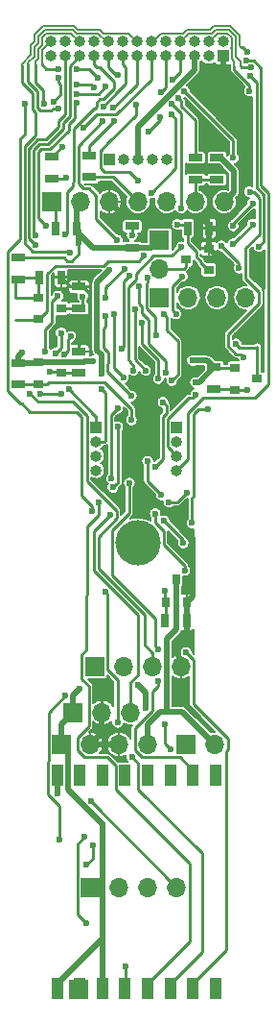
<source format=gtl>
G04 #@! TF.FileFunction,Copper,L1,Top,Signal*
%FSLAX46Y46*%
G04 Gerber Fmt 4.6, Leading zero omitted, Abs format (unit mm)*
G04 Created by KiCad (PCBNEW 4.0.7) date 06/01/18 18:40:32*
%MOMM*%
%LPD*%
G01*
G04 APERTURE LIST*
%ADD10C,0.100000*%
%ADD11C,4.000000*%
%ADD12R,1.700000X1.700000*%
%ADD13O,1.700000X1.700000*%
%ADD14R,1.000000X1.000000*%
%ADD15O,1.000000X1.000000*%
%ADD16R,0.900000X0.800000*%
%ADD17R,0.800000X0.900000*%
%ADD18R,1.300000X0.700000*%
%ADD19R,0.700000X1.300000*%
%ADD20R,1.050000X1.950000*%
%ADD21C,0.600000*%
%ADD22C,0.250000*%
%ADD23C,0.500000*%
%ADD24C,0.170000*%
G04 APERTURE END LIST*
D10*
D11*
X38250000Y-75000000D03*
D12*
X40160000Y-53368000D03*
D13*
X42700000Y-53368000D03*
X45240000Y-53368000D03*
X47780000Y-53368000D03*
D14*
X45770000Y-32100000D03*
D15*
X45770000Y-30830000D03*
X44500000Y-32100000D03*
X44500000Y-30830000D03*
X43230000Y-32100000D03*
X43230000Y-30830000D03*
X41960000Y-32100000D03*
X41960000Y-30830000D03*
X40690000Y-32100000D03*
X40690000Y-30830000D03*
X39420000Y-32100000D03*
X39420000Y-30830000D03*
X38150000Y-32100000D03*
X38150000Y-30830000D03*
X36880000Y-32100000D03*
X36880000Y-30830000D03*
X35610000Y-32100000D03*
X35610000Y-30830000D03*
X34340000Y-32100000D03*
X34340000Y-30830000D03*
X33070000Y-32100000D03*
X33070000Y-30830000D03*
X31800000Y-32100000D03*
X31800000Y-30830000D03*
X30530000Y-32100000D03*
X30530000Y-30830000D03*
D12*
X33048000Y-114323000D03*
D14*
X34572000Y-64798000D03*
D15*
X34572000Y-66068000D03*
X34572000Y-67338000D03*
X34572000Y-68608000D03*
D14*
X41684000Y-64798000D03*
D15*
X41684000Y-66068000D03*
X41684000Y-67338000D03*
X41684000Y-68608000D03*
D12*
X30630000Y-44930000D03*
D13*
X33170000Y-44930000D03*
X35710000Y-44930000D03*
X38250000Y-44930000D03*
X40790000Y-44930000D03*
X43330000Y-44930000D03*
X45870000Y-44930000D03*
D12*
X42500000Y-92750000D03*
D13*
X45040000Y-92750000D03*
D12*
X31500000Y-92750000D03*
D13*
X34040000Y-92750000D03*
X36580000Y-92750000D03*
X39120000Y-92750000D03*
D12*
X32540000Y-89944000D03*
D13*
X35080000Y-89944000D03*
X37620000Y-89944000D03*
D16*
X29492000Y-59088000D03*
X29492000Y-60988000D03*
X31492000Y-60038000D03*
X46796000Y-59596000D03*
X46796000Y-61496000D03*
X48796000Y-60546000D03*
X44500000Y-50950000D03*
X44500000Y-49050000D03*
X42500000Y-50000000D03*
D17*
X40670000Y-80220000D03*
X42570000Y-80220000D03*
X41620000Y-78220000D03*
D16*
X29492000Y-53368000D03*
X29492000Y-55268000D03*
X31492000Y-54318000D03*
D18*
X33048000Y-60033000D03*
X33048000Y-58133000D03*
X27714000Y-61049000D03*
X27714000Y-59149000D03*
X44986000Y-61430000D03*
X44986000Y-59530000D03*
D19*
X44539000Y-47272000D03*
X42639000Y-47272000D03*
X42550000Y-81860000D03*
X40650000Y-81860000D03*
D18*
X33048000Y-54318000D03*
X33048000Y-52418000D03*
D19*
X31458000Y-51590000D03*
X29558000Y-51590000D03*
D18*
X27714000Y-49878000D03*
X27714000Y-51778000D03*
X43335000Y-41054000D03*
X43335000Y-42954000D03*
X45240000Y-42954000D03*
X45240000Y-41054000D03*
X33937000Y-40861000D03*
X33937000Y-42761000D03*
X37747000Y-47084000D03*
X37747000Y-48984000D03*
X30635000Y-40988000D03*
X30635000Y-42888000D03*
D20*
X45112000Y-95480000D03*
X43112000Y-95480000D03*
X41112000Y-95480000D03*
X39112000Y-95480000D03*
X37112000Y-95480000D03*
X35112000Y-95480000D03*
X33112000Y-95480000D03*
X31112000Y-95480000D03*
X31112000Y-114280000D03*
X33112000Y-114280000D03*
X35112000Y-114280000D03*
X37112000Y-114280000D03*
X39112000Y-114280000D03*
X41112000Y-114280000D03*
X43112000Y-114280000D03*
X45112000Y-114280000D03*
D12*
X40160000Y-48288000D03*
D13*
X40160000Y-50828000D03*
D19*
X30955000Y-47272000D03*
X32855000Y-47272000D03*
D14*
X35710000Y-41200000D03*
D15*
X36980000Y-41200000D03*
X38250000Y-41200000D03*
X39520000Y-41200000D03*
X40790000Y-41200000D03*
D12*
X34440000Y-85900000D03*
D13*
X36980000Y-85900000D03*
X39520000Y-85900000D03*
X42060000Y-85900000D03*
D12*
X34040000Y-105350000D03*
D13*
X36580000Y-105350000D03*
X39120000Y-105350000D03*
X41660000Y-105350000D03*
D21*
X37490000Y-69730000D03*
X40073000Y-87160000D03*
X40073000Y-84360000D03*
X37675318Y-64170776D03*
X34104002Y-97794002D03*
X28052979Y-58210000D03*
X38933018Y-89524764D03*
X38250000Y-87520000D03*
X31143000Y-97119500D03*
X43335000Y-60861000D03*
X43063072Y-58938072D03*
X34318000Y-58947997D03*
X35715000Y-50955000D03*
X33048000Y-48542000D03*
X35000000Y-60120000D03*
X33111500Y-87848500D03*
X35112000Y-99818500D03*
X42392000Y-77420000D03*
X39774199Y-72415570D03*
X40309315Y-70769315D03*
X39100000Y-67810000D03*
X33680000Y-108520000D03*
X33540000Y-100900000D03*
X31814892Y-47774892D03*
X37130000Y-112290000D03*
X41110001Y-93160000D03*
X40590000Y-90970000D03*
X38930000Y-59803000D03*
X37980000Y-54420000D03*
X36034831Y-70106566D03*
X34773001Y-71423001D03*
X37675319Y-62044116D03*
X29236979Y-47899229D03*
X35373029Y-55015000D03*
X36472022Y-64773839D03*
X28270000Y-36330000D03*
X29940000Y-36328005D03*
X34180000Y-72170000D03*
X35340000Y-79320000D03*
X36460000Y-90830000D03*
X37714091Y-93875909D03*
X43040000Y-73250000D03*
X42498000Y-84657966D03*
X47907000Y-61496000D03*
X44478000Y-63210500D03*
X33314400Y-57266600D03*
X46510000Y-55146000D03*
X46984280Y-56699780D03*
X29578608Y-61891392D03*
X31470000Y-61870000D03*
X46671602Y-47060000D03*
X39070000Y-51630999D03*
X39900000Y-56713000D03*
X48105009Y-35162858D03*
X32310000Y-56797001D03*
X31760000Y-58370000D03*
X48375001Y-45070000D03*
X42100000Y-48910000D03*
X48161109Y-33878891D03*
X48930000Y-48870000D03*
X47178000Y-50784460D03*
X45622483Y-48822483D03*
X37834000Y-59803000D03*
X35032021Y-61408728D03*
X40640000Y-79180000D03*
X42240000Y-75010000D03*
X40557972Y-73062028D03*
X41339061Y-34191189D03*
X47610000Y-58650000D03*
X42552500Y-70549893D03*
X40966996Y-71393004D03*
X48120621Y-44050578D03*
X46665009Y-41070000D03*
X42353053Y-35205181D03*
X42186999Y-51523001D03*
X31460000Y-56490000D03*
X48236462Y-33112585D03*
X30967833Y-58274615D03*
X48375000Y-46921090D03*
X46633494Y-48648687D03*
X41610000Y-54820000D03*
X32124399Y-61430000D03*
X42060000Y-45483999D03*
X41730000Y-46930000D03*
X41260582Y-36290582D03*
X40269418Y-35259418D03*
X47819050Y-32465538D03*
X31575428Y-40075428D03*
X33460000Y-38440000D03*
X47938018Y-31704782D03*
X43350000Y-61930000D03*
X36100000Y-37845000D03*
X36081771Y-36646771D03*
X40530000Y-54810000D03*
X41230000Y-60700000D03*
X32251311Y-49458689D03*
X35370029Y-53410990D03*
X33364394Y-53271609D03*
X37046600Y-50833999D03*
X36420000Y-48300000D03*
X35160000Y-37845000D03*
X35180000Y-36510000D03*
X36520000Y-33760000D03*
X41808608Y-35749684D03*
X30137998Y-47042000D03*
X31200000Y-36730000D03*
X32849445Y-36179445D03*
X30040000Y-58170000D03*
X31170000Y-53250000D03*
X30480000Y-59910000D03*
X36792999Y-57897001D03*
X32815010Y-35410214D03*
X35410399Y-34780000D03*
X38050000Y-36400000D03*
X38230000Y-43040000D03*
X37455999Y-51482600D03*
X46909955Y-57463173D03*
X35792487Y-72524487D03*
X40470000Y-62600000D03*
X40060000Y-60510000D03*
X29236979Y-48740000D03*
X38580000Y-55610000D03*
X39779000Y-68290500D03*
X31905000Y-42827000D03*
X37747000Y-47907000D03*
X38740000Y-49701000D03*
X30772139Y-36093425D03*
X31208000Y-33987003D03*
X28710000Y-61860000D03*
X36950000Y-60440000D03*
X36469021Y-63140000D03*
X36126706Y-54872654D03*
X35910000Y-69310000D03*
X31820000Y-88480000D03*
X31340000Y-101140000D03*
X33720000Y-103350000D03*
X34240000Y-101660000D03*
X39160000Y-38730000D03*
X40180000Y-37469162D03*
X34330000Y-34818214D03*
X32849446Y-34610000D03*
X40740000Y-59990000D03*
X38360000Y-52358990D03*
X39440000Y-44150000D03*
X41180000Y-37210000D03*
X34710000Y-34010000D03*
X32870108Y-33262665D03*
X31208000Y-33220000D03*
D22*
X37490000Y-69730000D02*
X37490000Y-72366358D01*
X37490000Y-72366358D02*
X35956999Y-73899359D01*
X39773001Y-84060001D02*
X40073000Y-84360000D01*
X35956999Y-73899359D02*
X35956999Y-77877049D01*
X35956999Y-77877049D02*
X39773001Y-81693051D01*
X39773001Y-81693051D02*
X39773001Y-84060001D01*
X41770000Y-93895001D02*
X38570399Y-93895001D01*
X41977001Y-93895001D02*
X43112000Y-95030000D01*
X41925001Y-93895001D02*
X41770000Y-93895001D01*
X41770000Y-93895001D02*
X41977001Y-93895001D01*
X43112000Y-95030000D02*
X43112000Y-95480000D01*
X43112000Y-95480000D02*
X43112000Y-95082000D01*
X38570399Y-93895001D02*
X37974999Y-93299601D01*
X37974999Y-93299601D02*
X37974999Y-91324241D01*
X37974999Y-91324241D02*
X39525019Y-89774221D01*
X39525019Y-89774221D02*
X39525019Y-88132245D01*
X39525019Y-88132245D02*
X40073000Y-87584264D01*
X40073000Y-87584264D02*
X40073000Y-87160000D01*
X30366272Y-60813728D02*
X35313183Y-60813728D01*
X35313183Y-60813728D02*
X37675318Y-63175863D01*
X37675318Y-63175863D02*
X37675318Y-63746512D01*
X37675318Y-63746512D02*
X37675318Y-64170776D01*
X43112000Y-95082000D02*
X43112000Y-95532000D01*
X40067990Y-84354990D02*
X40073000Y-84360000D01*
X29492000Y-60988000D02*
X30192000Y-60988000D01*
X30192000Y-60988000D02*
X30366272Y-60813728D01*
X27714000Y-61049000D02*
X29431000Y-61049000D01*
X29431000Y-61049000D02*
X29492000Y-60988000D01*
X31112000Y-95480000D02*
X31112000Y-97088500D01*
X31112000Y-97088500D02*
X31143000Y-97119500D01*
D23*
X27714000Y-59149000D02*
X27714000Y-58548979D01*
X27714000Y-58548979D02*
X28052979Y-58210000D01*
X38250000Y-87520000D02*
X38933018Y-88203018D01*
X38933018Y-88203018D02*
X38933018Y-89524764D01*
X43335000Y-60861000D02*
X43655000Y-60861000D01*
X31112000Y-95532000D02*
X31112000Y-97088500D01*
X43655000Y-60861000D02*
X44986000Y-59530000D01*
X43063072Y-58938072D02*
X44394072Y-58938072D01*
X44394072Y-58938072D02*
X44986000Y-59530000D01*
X29492000Y-59088000D02*
X33424000Y-59088000D01*
X33564003Y-58947997D02*
X34318000Y-58947997D01*
X33424000Y-59088000D02*
X33564003Y-58947997D01*
X27714000Y-59149000D02*
X29431000Y-59149000D01*
X29431000Y-59149000D02*
X29492000Y-59088000D01*
D22*
X44394072Y-58938072D02*
X44544000Y-59088000D01*
X44544000Y-59088000D02*
X44986000Y-59530000D01*
X46796000Y-59596000D02*
X45052000Y-59596000D01*
X45052000Y-59596000D02*
X44986000Y-59530000D01*
X29431000Y-59149000D02*
X29492000Y-59088000D01*
X34104002Y-97794002D02*
X41660000Y-105350000D01*
D23*
X35000000Y-60120000D02*
X35000000Y-59327159D01*
X34653029Y-52016971D02*
X35715000Y-50955000D01*
X34653029Y-58027267D02*
X34653029Y-52016971D01*
X35035001Y-58409239D02*
X34653029Y-58027267D01*
X35035001Y-59292158D02*
X35035001Y-58409239D01*
X35000000Y-59327159D02*
X35035001Y-59292158D01*
X35112000Y-109057500D02*
X35112000Y-105200000D01*
X35112000Y-105200000D02*
X35112000Y-99818500D01*
D22*
X34040000Y-105350000D02*
X34962000Y-105350000D01*
X34962000Y-105350000D02*
X35112000Y-105200000D01*
D23*
X43230000Y-32100000D02*
X43230000Y-33310000D01*
X43230000Y-33310000D02*
X38250000Y-38290000D01*
X38250000Y-38290000D02*
X38250000Y-41200000D01*
D22*
X31712000Y-49878000D02*
X31986990Y-50152990D01*
X31986990Y-50152990D02*
X32433172Y-50152990D01*
X32433172Y-50152990D02*
X33048000Y-49538162D01*
X33048000Y-49538162D02*
X33048000Y-48966264D01*
X33048000Y-48966264D02*
X33048000Y-48542000D01*
X27714000Y-49878000D02*
X31712000Y-49878000D01*
D23*
X37747000Y-48984000D02*
X39464000Y-48984000D01*
X39464000Y-48984000D02*
X40160000Y-48288000D01*
X34267000Y-48984000D02*
X36038398Y-48984000D01*
X37710999Y-49020001D02*
X37747000Y-48984000D01*
X36038398Y-48984000D02*
X36074399Y-49020001D01*
X36074399Y-49020001D02*
X37710999Y-49020001D01*
X32855000Y-47272000D02*
X32855000Y-47572000D01*
X32855000Y-47572000D02*
X34267000Y-48984000D01*
X32855000Y-47272000D02*
X32855000Y-45245000D01*
X32855000Y-45245000D02*
X33170000Y-44930000D01*
X33048000Y-48542000D02*
X33048000Y-47465000D01*
X33048000Y-47465000D02*
X32855000Y-47272000D01*
X32540000Y-89944000D02*
X32540000Y-88420000D01*
X32540000Y-88420000D02*
X33111500Y-87848500D01*
X35112000Y-114332000D02*
X35112000Y-109057500D01*
X31112000Y-114332000D02*
X31112000Y-113882000D01*
X31112000Y-113882000D02*
X35112000Y-109882000D01*
X35112000Y-109882000D02*
X35112000Y-109057500D01*
X35112000Y-99818500D02*
X32057001Y-96763501D01*
X32057001Y-96763501D02*
X32057001Y-93307001D01*
X32057001Y-93307001D02*
X31500000Y-92750000D01*
X31500000Y-92750000D02*
X31500000Y-90984000D01*
X31500000Y-90984000D02*
X32540000Y-89944000D01*
X45870000Y-44930000D02*
X46719999Y-44080001D01*
X46719999Y-44080001D02*
X46719999Y-42233999D01*
X46719999Y-42233999D02*
X45540000Y-41054000D01*
X45540000Y-41054000D02*
X45240000Y-41054000D01*
D22*
X33048000Y-114323000D02*
X33069000Y-114323000D01*
X33069000Y-114323000D02*
X33112000Y-114280000D01*
X42392000Y-77420000D02*
X42392000Y-76995736D01*
X42392000Y-76995736D02*
X40543001Y-75146737D01*
X40543001Y-75146737D02*
X40543001Y-73973001D01*
X40543001Y-73973001D02*
X39774199Y-73204199D01*
X39774199Y-73204199D02*
X39774199Y-72415570D01*
X39100000Y-67810000D02*
X39100000Y-69560000D01*
X39100000Y-69560000D02*
X40309315Y-70769315D01*
X34584999Y-36224399D02*
X34584999Y-36545001D01*
X32497001Y-43242999D02*
X32497001Y-43582999D01*
X34340000Y-32100000D02*
X34340000Y-32807106D01*
X34340000Y-36700000D02*
X32571989Y-38468011D01*
X32497001Y-43582999D02*
X32027999Y-44052001D01*
X34340000Y-32807106D02*
X34600497Y-33067603D01*
X34847603Y-33067603D02*
X36160000Y-34380000D01*
X34584999Y-36545001D02*
X34430000Y-36700000D01*
X34600497Y-33067603D02*
X34847603Y-33067603D01*
X32027999Y-44052001D02*
X32027999Y-47732001D01*
X36160000Y-34380000D02*
X36160000Y-34936018D01*
X36160000Y-34936018D02*
X35186018Y-35910000D01*
X32571989Y-43168011D02*
X32497001Y-43242999D01*
X35186018Y-35910000D02*
X34899398Y-35910000D01*
X34430000Y-36700000D02*
X34340000Y-36700000D01*
X34899398Y-35910000D02*
X34584999Y-36224399D01*
X32571989Y-38468011D02*
X32571989Y-43168011D01*
X32027999Y-47732001D02*
X31857783Y-47732001D01*
X31857783Y-47732001D02*
X31814892Y-47774892D01*
X33540000Y-100900000D02*
X32897999Y-101542001D01*
X32897999Y-101542001D02*
X32897999Y-107737999D01*
X32897999Y-107737999D02*
X33680000Y-108520000D01*
X37130000Y-112290000D02*
X37130000Y-114314000D01*
X37130000Y-114314000D02*
X37112000Y-114332000D01*
X40590000Y-90970000D02*
X40590000Y-92639999D01*
X40590000Y-92639999D02*
X41110001Y-93160000D01*
X37980000Y-54420000D02*
X37980000Y-58853000D01*
X37980000Y-58853000D02*
X38930000Y-59803000D01*
X37048500Y-114268500D02*
X37112000Y-114332000D01*
X36034831Y-70106566D02*
X36334830Y-69806567D01*
X36334830Y-69806567D02*
X36389435Y-69806567D01*
X36389435Y-69806567D02*
X36503001Y-69693001D01*
X36503001Y-69693001D02*
X36503001Y-65229082D01*
X36503001Y-65229082D02*
X36472022Y-65198103D01*
X36472022Y-65198103D02*
X36472022Y-64773839D01*
X33750000Y-73520000D02*
X34773001Y-72496999D01*
X34773001Y-72496999D02*
X34773001Y-71423001D01*
X33750000Y-79590000D02*
X33750000Y-73520000D01*
X33670000Y-79670000D02*
X33750000Y-79590000D01*
X42802001Y-110139999D02*
X42802001Y-103253003D01*
X39112000Y-114280000D02*
X39112000Y-113830000D01*
X33934999Y-87626001D02*
X33294999Y-86986001D01*
X32894999Y-92200399D02*
X33934999Y-91160399D01*
X39112000Y-113830000D02*
X42802001Y-110139999D01*
X32894999Y-93299601D02*
X32894999Y-92200399D01*
X42802001Y-103253003D02*
X36291999Y-96743001D01*
X36291999Y-96743001D02*
X36291999Y-94639797D01*
X33670000Y-84449798D02*
X33670000Y-79670000D01*
X33294999Y-84824799D02*
X33670000Y-84449798D01*
X36291999Y-94639797D02*
X35547203Y-93895001D01*
X35547203Y-93895001D02*
X33490399Y-93895001D01*
X33490399Y-93895001D02*
X32894999Y-93299601D01*
X33934999Y-91160399D02*
X33934999Y-87626001D01*
X33294999Y-86986001D02*
X33294999Y-84824799D01*
X37675319Y-62044116D02*
X35577011Y-59945808D01*
X35577011Y-59945808D02*
X35577011Y-59202267D01*
X35577011Y-59202267D02*
X35640000Y-59139278D01*
X35373029Y-55015000D02*
X35373029Y-55923969D01*
X35198038Y-57805760D02*
X35640000Y-58247722D01*
X35373029Y-55923969D02*
X35198038Y-56098960D01*
X35198038Y-56098960D02*
X35198038Y-57805760D01*
X35640000Y-58247722D02*
X35640000Y-59139278D01*
X29064989Y-47615944D02*
X29064989Y-47727239D01*
X29064989Y-47727239D02*
X29236979Y-47899229D01*
X31662981Y-37987537D02*
X31665981Y-37988778D01*
X31665981Y-37988778D02*
X31662981Y-38517731D01*
X33070000Y-32100000D02*
X32220010Y-32949990D01*
X32220010Y-32949990D02*
X32220010Y-37434750D01*
X32220010Y-37434750D02*
X31667222Y-37987537D01*
X31667222Y-37987537D02*
X31665981Y-37988778D01*
X31662981Y-38517731D02*
X30297722Y-39882990D01*
X29064989Y-40325270D02*
X29064989Y-47615944D01*
X30297722Y-39882990D02*
X29507269Y-39882990D01*
X29507269Y-39882990D02*
X29064989Y-40325270D01*
X41112000Y-114280000D02*
X41112000Y-113830000D01*
X41112000Y-113830000D02*
X43929001Y-111012999D01*
X43929001Y-111012999D02*
X43929001Y-102374603D01*
X43929001Y-102374603D02*
X38294999Y-96740601D01*
X38294999Y-96740601D02*
X38294999Y-94456817D01*
X38294999Y-94456817D02*
X37714091Y-93875909D01*
X28270000Y-36330000D02*
X28270000Y-36789998D01*
X28270000Y-36789998D02*
X28300001Y-36819999D01*
X29220000Y-32860000D02*
X29220000Y-34462000D01*
X29220000Y-34462000D02*
X29902004Y-35144004D01*
D24*
X29220000Y-32550000D02*
X29220000Y-32860000D01*
X29446989Y-32323011D02*
X29220000Y-32550000D01*
X29446989Y-31440650D02*
X29446989Y-32323011D01*
X29770000Y-31117640D02*
X29446989Y-31440650D01*
X29770000Y-30481478D02*
X29770000Y-31117640D01*
X33070000Y-30830000D02*
X32320999Y-30080999D01*
X32320999Y-30080999D02*
X30170479Y-30080999D01*
X30170479Y-30080999D02*
X29770000Y-30481478D01*
D22*
X26771999Y-61632601D02*
X27849398Y-62710000D01*
X28300001Y-36819999D02*
X28300001Y-38919999D01*
X28730000Y-63440000D02*
X32830000Y-63440000D01*
X34180000Y-71745736D02*
X34180000Y-72170000D01*
X28300001Y-38919999D02*
X27807960Y-39412040D01*
X33300000Y-63910000D02*
X33300000Y-70865736D01*
X27807960Y-39412040D02*
X27807960Y-48262040D01*
X27807960Y-48262040D02*
X26775601Y-49294399D01*
X26775601Y-49294399D02*
X26771999Y-49294399D01*
X27849398Y-62710000D02*
X28000000Y-62710000D01*
X26771999Y-49294399D02*
X26771999Y-61632601D01*
X28000000Y-62710000D02*
X28730000Y-63440000D01*
X32830000Y-63440000D02*
X33300000Y-63910000D01*
X33300000Y-70865736D02*
X34180000Y-71745736D01*
X29902004Y-35144004D02*
X29902004Y-36290009D01*
X29902004Y-36290009D02*
X29940000Y-36328005D01*
X35582001Y-82372001D02*
X35582001Y-79562001D01*
X35582001Y-79562001D02*
X35340000Y-79320000D01*
X36460000Y-90830000D02*
X36460000Y-87070162D01*
X36460000Y-87070162D02*
X35582001Y-86192163D01*
X35582001Y-86192163D02*
X35582001Y-82372001D01*
X41112500Y-114331500D02*
X41112000Y-114332000D01*
X43040000Y-73250000D02*
X43040000Y-70997001D01*
X43040000Y-70997001D02*
X43144500Y-70892501D01*
X43112000Y-114280000D02*
X43112000Y-113830000D01*
X43112000Y-113830000D02*
X46040000Y-110902000D01*
X43144500Y-86505662D02*
X43202001Y-86448161D01*
X43202001Y-86448161D02*
X43202001Y-85351839D01*
X46040000Y-110902000D02*
X46040000Y-93360000D01*
X46040000Y-93360000D02*
X46185001Y-93214999D01*
X46185001Y-93214999D02*
X46185001Y-92222501D01*
X46185001Y-92222501D02*
X43144500Y-89182000D01*
X43144500Y-89182000D02*
X43144500Y-86505662D01*
X43202001Y-85351839D02*
X43191873Y-85351839D01*
X43191873Y-85351839D02*
X42498000Y-84657966D01*
X43202001Y-85351839D02*
X43183966Y-85351839D01*
X44478000Y-63210500D02*
X43589000Y-63210500D01*
X43589000Y-63210500D02*
X43144500Y-63655000D01*
X43144500Y-63655000D02*
X43144500Y-70892501D01*
X47907000Y-61496000D02*
X46796000Y-61496000D01*
X43112000Y-114332000D02*
X43112000Y-113882000D01*
X44986000Y-61430000D02*
X46730000Y-61430000D01*
X46730000Y-61430000D02*
X46796000Y-61496000D01*
D23*
X42570000Y-80220000D02*
X42580000Y-80220000D01*
X42580000Y-80220000D02*
X43110000Y-79690000D01*
X43110000Y-79690000D02*
X43110000Y-74598650D01*
X43309602Y-57203398D02*
X43309602Y-57178000D01*
X43110000Y-74598650D02*
X38382000Y-69870650D01*
X38382000Y-69870650D02*
X38382000Y-64417000D01*
X40287000Y-61496000D02*
X41557000Y-61496000D01*
X38382000Y-64417000D02*
X38445500Y-64353500D01*
X38445500Y-64353500D02*
X38445500Y-63337500D01*
X41557000Y-61496000D02*
X42343071Y-60709929D01*
X38445500Y-63337500D02*
X40287000Y-61496000D01*
X42343071Y-60709929D02*
X42343071Y-58169929D01*
X42343071Y-58169929D02*
X43309602Y-57203398D01*
X43309602Y-57178000D02*
X46510000Y-53977602D01*
X42060000Y-85900000D02*
X42060000Y-85281128D01*
X42060000Y-85281128D02*
X41780999Y-85002127D01*
X41780999Y-85002127D02*
X41780999Y-83987506D01*
X41780999Y-83987506D02*
X42550000Y-83218505D01*
X42550000Y-83218505D02*
X42550000Y-81860000D01*
X42550000Y-81860000D02*
X42550000Y-80240000D01*
X42550000Y-80240000D02*
X42570000Y-80220000D01*
X46510000Y-52588000D02*
X45450000Y-51528000D01*
X45450000Y-51528000D02*
X45450000Y-49950000D01*
X45450000Y-49950000D02*
X44550000Y-49050000D01*
X44550000Y-49050000D02*
X44500000Y-49050000D01*
X44539000Y-47272000D02*
X44539000Y-49011000D01*
X44539000Y-49011000D02*
X44500000Y-49050000D01*
X35710000Y-44930000D02*
X36981999Y-46201999D01*
X36981999Y-46201999D02*
X43791999Y-46201999D01*
X43791999Y-46201999D02*
X44539000Y-46949000D01*
X44539000Y-46949000D02*
X44539000Y-47272000D01*
X45770000Y-32100000D02*
X45770000Y-33100000D01*
X45770000Y-33100000D02*
X47385009Y-34715009D01*
X45389000Y-47272000D02*
X44539000Y-47272000D01*
X47385009Y-34715009D02*
X47385009Y-45287193D01*
X47385009Y-45287193D02*
X45400202Y-47272000D01*
X45400202Y-47272000D02*
X45389000Y-47272000D01*
D22*
X48796000Y-55908000D02*
X47776060Y-55908000D01*
X47776060Y-55908000D02*
X46984280Y-56699780D01*
D23*
X35080000Y-89944000D02*
X35080000Y-91710000D01*
X35080000Y-91710000D02*
X34040000Y-92750000D01*
X34040000Y-92750000D02*
X36580000Y-92750000D01*
D22*
X33048000Y-58133000D02*
X33048000Y-57533000D01*
X33048000Y-57533000D02*
X33314400Y-57266600D01*
X33993001Y-56587999D02*
X33993001Y-53063001D01*
X33993001Y-53063001D02*
X33348000Y-52418000D01*
X33314400Y-57266600D02*
X33993001Y-56587999D01*
X33348000Y-52418000D02*
X33048000Y-52418000D01*
X33048000Y-52418000D02*
X32286000Y-52418000D01*
X32286000Y-52418000D02*
X31458000Y-51590000D01*
D23*
X44539000Y-47272000D02*
X44539000Y-47079000D01*
X44700000Y-47433000D02*
X44539000Y-47272000D01*
D22*
X46510000Y-55146000D02*
X46510000Y-53977602D01*
D23*
X46510000Y-52588000D02*
X46510000Y-53977602D01*
D22*
X31470000Y-61870000D02*
X29600000Y-61870000D01*
X29600000Y-61870000D02*
X29578608Y-61891392D01*
X46798251Y-46690000D02*
X48375001Y-45113250D01*
X46675602Y-47060000D02*
X46675602Y-46812649D01*
X46675602Y-46812649D02*
X46798251Y-46690000D01*
X39070000Y-52055263D02*
X39010000Y-52115263D01*
X39070000Y-51630999D02*
X39070000Y-52055263D01*
X39010000Y-52115263D02*
X39010000Y-54347224D01*
X39750000Y-56563000D02*
X39900000Y-56713000D01*
X39750000Y-55087224D02*
X39750000Y-56563000D01*
X39010000Y-54347224D02*
X39750000Y-55087224D01*
X46740000Y-32980000D02*
X46740000Y-33299240D01*
X46740000Y-33299240D02*
X48105009Y-34664249D01*
X48105009Y-34664249D02*
X48105009Y-35162858D01*
D24*
X46740000Y-32530000D02*
X46740000Y-32980000D01*
X46519001Y-32309001D02*
X46740000Y-32530000D01*
X46519001Y-31400799D02*
X46519001Y-32309001D01*
X44500000Y-30830000D02*
X45249001Y-30080999D01*
X45249001Y-30080999D02*
X46129521Y-30080999D01*
X46469201Y-31350999D02*
X46519001Y-31400799D01*
X46129521Y-30080999D02*
X46519001Y-30470479D01*
X46519001Y-30470479D02*
X46519001Y-31301199D01*
X46519001Y-31301199D02*
X46469201Y-31350999D01*
D22*
X31760000Y-58370000D02*
X32059999Y-58070001D01*
X32059999Y-58070001D02*
X32059999Y-57047002D01*
X32059999Y-57047002D02*
X32310000Y-56797001D01*
X48375001Y-45113250D02*
X48375001Y-45070000D01*
X41969000Y-48980000D02*
X42030000Y-48980000D01*
X42030000Y-48980000D02*
X42100000Y-48910000D01*
X39610399Y-49687439D02*
X41261561Y-49687439D01*
X41261561Y-49687439D02*
X41969000Y-48980000D01*
X39610399Y-49682999D02*
X39610399Y-49687439D01*
X39610399Y-49687439D02*
X38047999Y-51249839D01*
X37559990Y-59104726D02*
X37834000Y-59378736D01*
X38047999Y-51249839D02*
X38047999Y-51822001D01*
X38047999Y-51822001D02*
X37384999Y-52485001D01*
X37384999Y-52485001D02*
X37384999Y-58851982D01*
X37834000Y-59378736D02*
X37834000Y-59803000D01*
X37384999Y-58851982D02*
X37559990Y-59026973D01*
X37559990Y-59026973D02*
X37559990Y-59104726D01*
X48715623Y-34825623D02*
X48715623Y-34433405D01*
X48715623Y-34433405D02*
X48161109Y-33878891D01*
X49384011Y-48415989D02*
X48930000Y-48870000D01*
X48715623Y-34825623D02*
X48715623Y-43674720D01*
X48715623Y-43674720D02*
X49384011Y-44343108D01*
X49384011Y-44343108D02*
X49384011Y-48415989D01*
X45622483Y-48822483D02*
X47178000Y-50378000D01*
X47178000Y-50378000D02*
X47178000Y-50784460D01*
X34572000Y-66068000D02*
X35279106Y-66068000D01*
X35279106Y-66068000D02*
X35367001Y-65980105D01*
X35367001Y-61743708D02*
X35032021Y-61408728D01*
X35367001Y-65980105D02*
X35367001Y-61743708D01*
X40640000Y-79180000D02*
X40640000Y-80190000D01*
X40640000Y-80190000D02*
X40670000Y-80220000D01*
X40557972Y-73062028D02*
X42240000Y-74744056D01*
X42240000Y-74744056D02*
X42240000Y-75010000D01*
X40670000Y-80220000D02*
X40670000Y-81840000D01*
X40670000Y-81840000D02*
X40650000Y-81860000D01*
X42020000Y-33510250D02*
X41960000Y-33450250D01*
X41960000Y-33450250D02*
X41960000Y-32100000D01*
X41339061Y-34191189D02*
X42020000Y-33510250D01*
X48120621Y-44050578D02*
X48501741Y-44050578D01*
X48960000Y-44680000D02*
X48967001Y-44687001D01*
X47770000Y-51667838D02*
X48960000Y-52857838D01*
X46225839Y-56612323D02*
X46225839Y-57655219D01*
X48501741Y-44050578D02*
X48960000Y-44508837D01*
X48960000Y-44508837D02*
X48960000Y-44680000D01*
X48967001Y-44687001D02*
X48967001Y-47812999D01*
X48960000Y-52857838D02*
X48960000Y-53878162D01*
X48967001Y-47812999D02*
X47770000Y-49010000D01*
X46920621Y-58350001D02*
X47310001Y-58350001D01*
X47770000Y-49010000D02*
X47770000Y-51667838D01*
X48960000Y-53878162D02*
X46225839Y-56612323D01*
X46225839Y-57655219D02*
X46920621Y-58350001D01*
X47310001Y-58350001D02*
X47610000Y-58650000D01*
X40966996Y-71393004D02*
X41709389Y-71393004D01*
X41709389Y-71393004D02*
X42552500Y-70549893D01*
X42353053Y-35205181D02*
X46665009Y-39517137D01*
X46665009Y-39517137D02*
X46665009Y-41070000D01*
X31460000Y-56490000D02*
X31460000Y-57782448D01*
X31460000Y-57782448D02*
X31400000Y-57842448D01*
X47290000Y-32990000D02*
X47412585Y-33112585D01*
X47412585Y-33112585D02*
X48236462Y-33112585D01*
X47280000Y-32990000D02*
X47290000Y-32990000D01*
D24*
X47280000Y-32597640D02*
X47280000Y-32990000D01*
X46853011Y-32170651D02*
X47280000Y-32597640D01*
X46853011Y-30332128D02*
X46853011Y-32170651D01*
X46463531Y-29942648D02*
X46463531Y-29942649D01*
X46463531Y-29942649D02*
X46853011Y-30332128D01*
X45110650Y-29746989D02*
X46267872Y-29746989D01*
X46267872Y-29746989D02*
X46463531Y-29942648D01*
X44776641Y-30080999D02*
X45110650Y-29746989D01*
X41960000Y-30830000D02*
X42709001Y-30080999D01*
X42709001Y-30080999D02*
X44776641Y-30080999D01*
D22*
X31400000Y-57842448D02*
X30967833Y-58274615D01*
X34572000Y-64798000D02*
X34572000Y-63772000D01*
X34572000Y-63772000D02*
X34466399Y-63772000D01*
X34466399Y-63772000D02*
X32124399Y-61430000D01*
X47155362Y-48165962D02*
X47155362Y-48140728D01*
X47155362Y-48140728D02*
X48375000Y-46921090D01*
X46633494Y-48648687D02*
X46672637Y-48648687D01*
X46672637Y-48648687D02*
X47155362Y-48165962D01*
X41610000Y-54820000D02*
X41310001Y-54520001D01*
X41310001Y-54520001D02*
X41310001Y-52399999D01*
X41310001Y-52399999D02*
X42186999Y-51523001D01*
X43420000Y-49790000D02*
X43420000Y-49329001D01*
X43420000Y-49329001D02*
X42639000Y-48548001D01*
X43800000Y-50170000D02*
X43420000Y-49790000D01*
X43800000Y-50300000D02*
X43800000Y-50170000D01*
X42639000Y-47272000D02*
X42639000Y-48548001D01*
X43800000Y-50300000D02*
X44450000Y-50950000D01*
X44450000Y-50950000D02*
X44500000Y-50950000D01*
X40690000Y-32100000D02*
X40690000Y-34838836D01*
X40690000Y-34838836D02*
X40269418Y-35259418D01*
X42080000Y-45486999D02*
X42063000Y-45486999D01*
X42063000Y-45486999D02*
X42060000Y-45483999D01*
X42700000Y-47333000D02*
X42639000Y-47272000D01*
X41730000Y-46930000D02*
X42297000Y-46930000D01*
X42297000Y-46930000D02*
X42639000Y-47272000D01*
X41260582Y-36290582D02*
X42080000Y-37110000D01*
X42080000Y-37110000D02*
X42080000Y-45486999D01*
X40190000Y-35180000D02*
X40269418Y-35259418D01*
X41684000Y-68608000D02*
X42670000Y-67622000D01*
X42670000Y-67622000D02*
X42670000Y-63535518D01*
X42670000Y-63535518D02*
X44014517Y-62191001D01*
X44014517Y-62191001D02*
X48598999Y-62191001D01*
X48598999Y-62191001D02*
X49741001Y-61048999D01*
X49741001Y-61048999D02*
X49741001Y-52710979D01*
X49135633Y-33131154D02*
X48470017Y-32465538D01*
X49741001Y-52710979D02*
X49801020Y-52650960D01*
X49801020Y-52650960D02*
X49801020Y-44170377D01*
X49801020Y-44170377D02*
X49135633Y-43504990D01*
X49135633Y-43504990D02*
X49135633Y-33131154D01*
X48470017Y-32465538D02*
X47819050Y-32465538D01*
X31575428Y-40075428D02*
X31547572Y-40075428D01*
X31547572Y-40075428D02*
X30635000Y-40988000D01*
X39420000Y-32100000D02*
X39420000Y-34150000D01*
X39420000Y-34150000D02*
X36320000Y-37250000D01*
X36320000Y-37250000D02*
X34650000Y-37250000D01*
X34650000Y-37250000D02*
X33460000Y-38440000D01*
X30935000Y-40988000D02*
X30635000Y-40988000D01*
X47320000Y-31260000D02*
X47493236Y-31260000D01*
X47493236Y-31260000D02*
X47938018Y-31704782D01*
D24*
X47220000Y-31160000D02*
X47320000Y-31260000D01*
X47220000Y-31140000D02*
X47220000Y-31160000D01*
X47220000Y-30240000D02*
X47220000Y-31140000D01*
X47187021Y-30207021D02*
X47220000Y-30240000D01*
X47187021Y-30193777D02*
X47187021Y-30207021D01*
X46406223Y-29412979D02*
X47187021Y-30193777D01*
X44972297Y-29412980D02*
X46406223Y-29412979D01*
X44638289Y-29746989D02*
X44972297Y-29412980D01*
X42570650Y-29746989D02*
X44638289Y-29746989D01*
X42236641Y-30080999D02*
X42570650Y-29746989D01*
X39420000Y-30830000D02*
X39581478Y-30830000D01*
X39581478Y-30830000D02*
X40330479Y-30080999D01*
X40330479Y-30080999D02*
X42236641Y-30080999D01*
D22*
X43350000Y-61930000D02*
X43050001Y-62229999D01*
X43050001Y-62229999D02*
X42720999Y-62229999D01*
X42720999Y-62229999D02*
X40888999Y-64061999D01*
X41184001Y-66838001D02*
X41684000Y-67338000D01*
X40888999Y-64061999D02*
X40888999Y-66542999D01*
X40888999Y-66542999D02*
X41184001Y-66838001D01*
X38150000Y-32100000D02*
X38150000Y-34578542D01*
X38150000Y-34578542D02*
X37650000Y-35078542D01*
X36100000Y-37845000D02*
X33937000Y-40008000D01*
X33937000Y-40008000D02*
X33937000Y-40861000D01*
X37650000Y-35078542D02*
X36081771Y-36646771D01*
X41230000Y-60700000D02*
X41801061Y-60128939D01*
X41801061Y-60128939D02*
X41801061Y-57234899D01*
X40829999Y-56263837D02*
X40829999Y-55109999D01*
X41801061Y-57234899D02*
X40829999Y-56263837D01*
X40829999Y-55109999D02*
X40530000Y-54810000D01*
X32251311Y-49458689D02*
X32124623Y-49332001D01*
X32124623Y-49332001D02*
X28952818Y-49332001D01*
X28952818Y-49332001D02*
X28227969Y-48607152D01*
X28227969Y-48607152D02*
X28227969Y-39982809D01*
X28227969Y-39982809D02*
X29161807Y-39048971D01*
X27970000Y-34395722D02*
X27970000Y-32900000D01*
X29161807Y-39048971D02*
X29161807Y-37020155D01*
X29161807Y-37020155D02*
X28927989Y-36786337D01*
X28927989Y-35353711D02*
X27970000Y-34395722D01*
X28927989Y-36786337D02*
X28927989Y-35353711D01*
D24*
X27970000Y-32789154D02*
X27970000Y-32900000D01*
X28766969Y-31992185D02*
X27970000Y-32789154D01*
X28766969Y-31158978D02*
X28766969Y-31992185D01*
X29089980Y-30830020D02*
X28766969Y-31153031D01*
X28766969Y-31153031D02*
X28766969Y-31158978D01*
X29089980Y-30199806D02*
X29089980Y-30830020D01*
X30250000Y-29400000D02*
X29889788Y-29400000D01*
X29889788Y-29400000D02*
X29089980Y-30199806D01*
X32601692Y-29400000D02*
X30250000Y-29400000D01*
X32936681Y-29734989D02*
X32601692Y-29400000D01*
X34843237Y-29734989D02*
X32936681Y-29734989D01*
X35183247Y-30074999D02*
X34843237Y-29734989D01*
X38150000Y-30830000D02*
X37394999Y-30074999D01*
X37394999Y-30074999D02*
X35183247Y-30074999D01*
D22*
X36880000Y-32100000D02*
X36880000Y-32807106D01*
X36880000Y-32807106D02*
X37160000Y-33087106D01*
X37160000Y-33087106D02*
X37160000Y-34530000D01*
X37160000Y-34530000D02*
X36380000Y-35310000D01*
X36380000Y-35310000D02*
X35180000Y-36510000D01*
X35370029Y-53410990D02*
X35370029Y-52986726D01*
X35370029Y-52986726D02*
X35391434Y-52965321D01*
X35391434Y-52965321D02*
X35391434Y-52489165D01*
X33364394Y-53271609D02*
X33364394Y-54001606D01*
X33364394Y-54001606D02*
X33048000Y-54318000D01*
X37046600Y-50833999D02*
X35391434Y-52489165D01*
X35428770Y-52526501D02*
X35391434Y-52489165D01*
X33110000Y-54256000D02*
X33048000Y-54318000D01*
X35160000Y-37845000D02*
X32991999Y-40013001D01*
X32991999Y-40013001D02*
X32991999Y-43347001D01*
X32991999Y-43347001D02*
X33430396Y-43785398D01*
X34564999Y-44380399D02*
X34564999Y-46444999D01*
X33430396Y-43785398D02*
X33969998Y-43785398D01*
X33969998Y-43785398D02*
X34564999Y-44380399D01*
X34564999Y-46444999D02*
X36420000Y-48300000D01*
X32921000Y-54191000D02*
X33048000Y-54318000D01*
X31492000Y-54318000D02*
X33048000Y-54318000D01*
X35610000Y-33090000D02*
X36280000Y-33760000D01*
X36280000Y-33760000D02*
X36520000Y-33760000D01*
X35610000Y-33047001D02*
X35610000Y-33090000D01*
X35610000Y-32100000D02*
X35610000Y-33047001D01*
X41808608Y-35749684D02*
X42108607Y-36049683D01*
X42108607Y-36544625D02*
X43335000Y-37771018D01*
X42108607Y-36049683D02*
X42108607Y-36544625D01*
X43335000Y-37771018D02*
X43335000Y-40454000D01*
X43335000Y-40454000D02*
X43335000Y-41054000D01*
X29487999Y-40492001D02*
X29487999Y-46392001D01*
X29487999Y-46392001D02*
X30137998Y-47042000D01*
D24*
X28550000Y-32690000D02*
X28550000Y-32770000D01*
D22*
X30775736Y-36730000D02*
X30582730Y-36923006D01*
D24*
X28550000Y-32770000D02*
X28550000Y-32870000D01*
D22*
X31200000Y-36730000D02*
X30775736Y-36730000D01*
X30582730Y-36923006D02*
X29654399Y-36923006D01*
X29654399Y-36923006D02*
X29344999Y-36613606D01*
X29344999Y-36613606D02*
X29344999Y-35180981D01*
X28550000Y-34385982D02*
X28550000Y-32770000D01*
X29344999Y-35180981D02*
X28550000Y-34385982D01*
X32680000Y-37568742D02*
X32680000Y-36348890D01*
X32680000Y-36348890D02*
X32849445Y-36179445D01*
X30480000Y-40300000D02*
X32151979Y-38628021D01*
X32151979Y-38628021D02*
X32151979Y-38096763D01*
X32151979Y-38096763D02*
X32680000Y-37568742D01*
X30470452Y-40300000D02*
X30480000Y-40300000D01*
D24*
X29106979Y-32133021D02*
X28550000Y-32690000D01*
X29106979Y-31299814D02*
X29106979Y-32133021D01*
X29429990Y-30340642D02*
X29429990Y-30976804D01*
X29429990Y-30976804D02*
X29106979Y-31299814D01*
X32461835Y-29740989D02*
X30029642Y-29740990D01*
X30029642Y-29740990D02*
X29429990Y-30340642D01*
X32795845Y-30074999D02*
X32461835Y-29740989D01*
X35610000Y-30830000D02*
X35457402Y-30830000D01*
X35457402Y-30830000D02*
X34702401Y-30074999D01*
X34702401Y-30074999D02*
X32795845Y-30074999D01*
D22*
X30080000Y-56170000D02*
X30654011Y-55595989D01*
X30654011Y-55595989D02*
X30654011Y-53765989D01*
X30654011Y-53765989D02*
X30730000Y-53690000D01*
X30080000Y-57705736D02*
X30080000Y-56170000D01*
X30040000Y-58170000D02*
X30040000Y-57745736D01*
X30040000Y-57745736D02*
X30080000Y-57705736D01*
X31170000Y-53250000D02*
X30730000Y-53690000D01*
X29487999Y-40492001D02*
X29680000Y-40300000D01*
X29680000Y-40300000D02*
X30470452Y-40300000D01*
X30480000Y-59910000D02*
X31364000Y-59910000D01*
X31364000Y-59910000D02*
X31492000Y-60038000D01*
X31492000Y-60038000D02*
X33043000Y-60038000D01*
X33043000Y-60038000D02*
X33048000Y-60033000D01*
X36967989Y-57539011D02*
X36967989Y-57722011D01*
X36967989Y-57722011D02*
X36792999Y-57897001D01*
X35410399Y-34780000D02*
X34780185Y-35410214D01*
X34780185Y-35410214D02*
X32815010Y-35410214D01*
X35668998Y-39710000D02*
X38050000Y-37328998D01*
X38050000Y-37328998D02*
X38050000Y-36400000D01*
X37530990Y-42340990D02*
X35319988Y-42340990D01*
X35319988Y-42340990D02*
X34914999Y-41936001D01*
X34914999Y-41936001D02*
X34914999Y-40463999D01*
X34914999Y-40463999D02*
X35668998Y-39710000D01*
X38230000Y-43040000D02*
X37530990Y-42340990D01*
X36967989Y-57539011D02*
X36967989Y-51970610D01*
X36967989Y-51970610D02*
X37455999Y-51482600D01*
X48796000Y-57808000D02*
X47254782Y-57808000D01*
X47254782Y-57808000D02*
X46909955Y-57463173D01*
X48796000Y-57686000D02*
X48796000Y-57808000D01*
X48796000Y-60546000D02*
X48796000Y-57686000D01*
X34340000Y-77442358D02*
X34340000Y-73976974D01*
X34340000Y-73976974D02*
X35792487Y-72524487D01*
X38215883Y-82885883D02*
X38215883Y-81318241D01*
X38215883Y-81318241D02*
X34340000Y-77442358D01*
X40471989Y-63889268D02*
X40471989Y-67597511D01*
X40471989Y-67597511D02*
X39779000Y-68290500D01*
X40470000Y-62600000D02*
X40769999Y-62899999D01*
X40769999Y-62899999D02*
X40769999Y-63591259D01*
X40769999Y-63591259D02*
X40471989Y-63889268D01*
X38580000Y-55610000D02*
X38580000Y-56800000D01*
X40060000Y-60510000D02*
X40060000Y-58900000D01*
X40060000Y-58900000D02*
X38580000Y-57420000D01*
X38580000Y-57420000D02*
X38580000Y-56800000D01*
X31800000Y-32100000D02*
X31800000Y-37260777D01*
X28644979Y-48144979D02*
X29236979Y-48736979D01*
X31800000Y-37260777D02*
X31245971Y-37814806D01*
X31245971Y-37814806D02*
X31245971Y-38345001D01*
X28644979Y-40210000D02*
X28644979Y-48144979D01*
X31245971Y-38345001D02*
X30124992Y-39465980D01*
X30124992Y-39465980D02*
X29334538Y-39465980D01*
X29334538Y-39465980D02*
X28647979Y-40152539D01*
X28647979Y-40152539D02*
X28647979Y-40207000D01*
X28647979Y-40207000D02*
X28644979Y-40210000D01*
X29236979Y-48736979D02*
X29236979Y-48740000D01*
X38215883Y-82885883D02*
X38215883Y-86673515D01*
X38215883Y-86673515D02*
X37620000Y-87269398D01*
X37620000Y-87269398D02*
X37620000Y-88741919D01*
X37620000Y-88741919D02*
X37620000Y-89944000D01*
X30955000Y-47272000D02*
X30955000Y-45255000D01*
X30955000Y-45255000D02*
X30630000Y-44930000D01*
X31905000Y-42827000D02*
X31844000Y-42888000D01*
X31844000Y-42888000D02*
X30635000Y-42888000D01*
X37747000Y-47084000D02*
X37747000Y-47907000D01*
X33937000Y-42761000D02*
X36081000Y-42761000D01*
X36081000Y-42761000D02*
X38250000Y-44930000D01*
X38509000Y-49939000D02*
X38689001Y-49758999D01*
X38689001Y-49758999D02*
X38689001Y-49751999D01*
X38689001Y-49751999D02*
X38740000Y-49701000D01*
X30952398Y-50570000D02*
X35223838Y-50570000D01*
X35223838Y-50570000D02*
X35652016Y-50141822D01*
X35652016Y-50141822D02*
X38306178Y-50141822D01*
X30237001Y-54572999D02*
X30237001Y-51285397D01*
X30237001Y-51285397D02*
X30952398Y-50570000D01*
X29492000Y-55268000D02*
X29542000Y-55268000D01*
X29542000Y-55268000D02*
X30237001Y-54572999D01*
X38306178Y-50141822D02*
X38509000Y-49939000D01*
X27460000Y-55334000D02*
X29426000Y-55334000D01*
X29426000Y-55334000D02*
X29492000Y-55268000D01*
X45240000Y-42954000D02*
X43335000Y-42954000D01*
X43330000Y-44930000D02*
X43330000Y-42959000D01*
X43330000Y-42959000D02*
X43335000Y-42954000D01*
X40160000Y-50828000D02*
X42322000Y-50828000D01*
X42322000Y-50828000D02*
X42500000Y-50650000D01*
X42500000Y-50650000D02*
X42500000Y-50000000D01*
D23*
X41620000Y-78220000D02*
X41620000Y-82642402D01*
X41620000Y-82642402D02*
X40790000Y-83472402D01*
X40790000Y-83472402D02*
X40790000Y-83969600D01*
X42168000Y-89878000D02*
X40800000Y-89878000D01*
X40800000Y-89878000D02*
X40192000Y-89878000D01*
X40790000Y-83969600D02*
X40790000Y-89868000D01*
X40790000Y-89868000D02*
X40800000Y-89878000D01*
X45040000Y-92750000D02*
X42168000Y-89878000D01*
X39120000Y-92750000D02*
X39120000Y-90950000D01*
X39120000Y-90950000D02*
X40192000Y-89878000D01*
D22*
X29492000Y-53368000D02*
X29492000Y-51656000D01*
X29492000Y-51656000D02*
X29558000Y-51590000D01*
X27460000Y-53434000D02*
X29426000Y-53434000D01*
X29426000Y-53434000D02*
X29492000Y-53368000D01*
X29558000Y-51590000D02*
X27902000Y-51590000D01*
X27902000Y-51590000D02*
X27714000Y-51778000D01*
X27460000Y-53434000D02*
X27460000Y-52032000D01*
X27460000Y-52032000D02*
X27714000Y-51778000D01*
X33770000Y-63790259D02*
X33770000Y-69540000D01*
X36385488Y-72155488D02*
X33770000Y-69540000D01*
X39520000Y-85900000D02*
X39520000Y-84697919D01*
X39520000Y-84697919D02*
X38807884Y-83985803D01*
X38807884Y-83985803D02*
X38807884Y-81319088D01*
X34758010Y-74436606D02*
X36385488Y-72809128D01*
X38807884Y-81319088D02*
X34758010Y-77269214D01*
X36385488Y-72809128D02*
X36385488Y-72155488D01*
X34758010Y-77269214D02*
X34758010Y-74436606D01*
X31382990Y-34586257D02*
X31382990Y-35482574D01*
X31382990Y-35482574D02*
X30772139Y-36093425D01*
X31208000Y-33987003D02*
X31208000Y-34411267D01*
X31208000Y-34411267D02*
X31382990Y-34586257D01*
X30790000Y-62560000D02*
X29410000Y-62560000D01*
X29410000Y-62560000D02*
X28710000Y-61860000D01*
X32494260Y-62560000D02*
X32539741Y-62560000D01*
X32539741Y-62560000D02*
X33770000Y-63790259D01*
X30790000Y-62560000D02*
X32494260Y-62560000D01*
X36950000Y-60440000D02*
X36126706Y-59616706D01*
X36126706Y-59616706D02*
X36126706Y-58971868D01*
X35880021Y-65058000D02*
X35880021Y-63729000D01*
X35880021Y-63729000D02*
X36469021Y-63140000D01*
X36126706Y-54872654D02*
X36126706Y-58971868D01*
X35910000Y-69310000D02*
X35910000Y-65087979D01*
X35910000Y-65087979D02*
X35880021Y-65058000D01*
X30357999Y-93833601D02*
X30357999Y-89942001D01*
X30357999Y-89942001D02*
X31820000Y-88480000D01*
X30294999Y-96688601D02*
X30294999Y-94271399D01*
X30294999Y-94271399D02*
X30357999Y-94208399D01*
X30357999Y-94208399D02*
X30357999Y-93833601D01*
X31340000Y-98192662D02*
X30294999Y-97147661D01*
X30294999Y-97147661D02*
X30294999Y-96688601D01*
X31340000Y-101140000D02*
X31340000Y-98192662D01*
X34240000Y-101660000D02*
X34240000Y-102830000D01*
X34240000Y-102830000D02*
X33720000Y-103350000D01*
X40180000Y-37469162D02*
X40180000Y-37710000D01*
X40180000Y-37710000D02*
X39160000Y-38730000D01*
X32849446Y-34610000D02*
X34121786Y-34610000D01*
X34121786Y-34610000D02*
X34330000Y-34818214D01*
X39172001Y-55894161D02*
X39172001Y-57422261D01*
X39172001Y-57422261D02*
X40740000Y-58990260D01*
X40740000Y-58990260D02*
X40740000Y-59990000D01*
X38360000Y-52358990D02*
X38360000Y-53923838D01*
X38572001Y-54135839D02*
X38572001Y-54725839D01*
X38360000Y-53923838D02*
X38572001Y-54135839D01*
X38572001Y-54725839D02*
X39172001Y-55325839D01*
X39172001Y-55325839D02*
X39172001Y-55894161D01*
X41180000Y-37210000D02*
X41582001Y-37612001D01*
X41582001Y-37612001D02*
X41582001Y-42007999D01*
X41582001Y-42007999D02*
X39440000Y-44150000D01*
X32870108Y-33262665D02*
X33962665Y-33262665D01*
X33962665Y-33262665D02*
X34710000Y-34010000D01*
X29780999Y-32849001D02*
X30151998Y-33220000D01*
X30151998Y-33220000D02*
X31208000Y-33220000D01*
D24*
X30530000Y-30830000D02*
X29780999Y-31579001D01*
X29780999Y-31579001D02*
X29780999Y-32849001D01*
G36*
X36080000Y-87227564D02*
X36080000Y-89418338D01*
X36039826Y-89338225D01*
X35903202Y-89162612D01*
X35734943Y-89017027D01*
X35541515Y-88907065D01*
X35330351Y-88836952D01*
X35272353Y-88825418D01*
X35095000Y-88880356D01*
X35095000Y-89929000D01*
X35115000Y-89929000D01*
X35115000Y-89959000D01*
X35095000Y-89959000D01*
X35095000Y-91007644D01*
X35272353Y-91062582D01*
X35330351Y-91051048D01*
X35541515Y-90980935D01*
X35734943Y-90870973D01*
X35903202Y-90725388D01*
X35919178Y-90704853D01*
X35905791Y-90767835D01*
X35904271Y-90876666D01*
X35923919Y-90983719D01*
X35963986Y-91084917D01*
X36022946Y-91176405D01*
X36098553Y-91254698D01*
X36187928Y-91316816D01*
X36287666Y-91360390D01*
X36393968Y-91383762D01*
X36502785Y-91386041D01*
X36609973Y-91367141D01*
X36711448Y-91327782D01*
X36803345Y-91269462D01*
X36882165Y-91194403D01*
X36944904Y-91105464D01*
X36989174Y-91006033D01*
X37013287Y-90899896D01*
X37013681Y-90871700D01*
X37191795Y-90968006D01*
X37397809Y-91031778D01*
X37612286Y-91054320D01*
X37717053Y-91044785D01*
X37706298Y-91055540D01*
X37684001Y-91082686D01*
X37661456Y-91109554D01*
X37660494Y-91111304D01*
X37659225Y-91112849D01*
X37642628Y-91143801D01*
X37625728Y-91174543D01*
X37625124Y-91176446D01*
X37624179Y-91178209D01*
X37613907Y-91211807D01*
X37603303Y-91245235D01*
X37603080Y-91247220D01*
X37602496Y-91249131D01*
X37598947Y-91284070D01*
X37595036Y-91318935D01*
X37595009Y-91322837D01*
X37595001Y-91322914D01*
X37595008Y-91322985D01*
X37594999Y-91324241D01*
X37594999Y-92254248D01*
X37539826Y-92144225D01*
X37403202Y-91968612D01*
X37234943Y-91823027D01*
X37041515Y-91713065D01*
X36830351Y-91642952D01*
X36772353Y-91631418D01*
X36595000Y-91686356D01*
X36595000Y-92735000D01*
X36615000Y-92735000D01*
X36615000Y-92765000D01*
X36595000Y-92765000D01*
X36595000Y-93813644D01*
X36772353Y-93868582D01*
X36830351Y-93857048D01*
X37041515Y-93786935D01*
X37182795Y-93706618D01*
X37182511Y-93707282D01*
X37159882Y-93813744D01*
X37158362Y-93922575D01*
X37178010Y-94029628D01*
X37218077Y-94130826D01*
X37277037Y-94222314D01*
X37302582Y-94248767D01*
X36587000Y-94248767D01*
X36546392Y-94252005D01*
X36477517Y-94273335D01*
X36468729Y-94279126D01*
X35815904Y-93626300D01*
X35788758Y-93604003D01*
X35761890Y-93581458D01*
X35760140Y-93580496D01*
X35758595Y-93579227D01*
X35727643Y-93562630D01*
X35696901Y-93545730D01*
X35694998Y-93545126D01*
X35693235Y-93544181D01*
X35659637Y-93533909D01*
X35626209Y-93523305D01*
X35624224Y-93523082D01*
X35622313Y-93522498D01*
X35587374Y-93518949D01*
X35552509Y-93515038D01*
X35548607Y-93515011D01*
X35548530Y-93515003D01*
X35548459Y-93515010D01*
X35547203Y-93515001D01*
X34875951Y-93515001D01*
X34999826Y-93355775D01*
X35099564Y-93156882D01*
X35158583Y-92942353D01*
X35461417Y-92942353D01*
X35520436Y-93156882D01*
X35620174Y-93355775D01*
X35756798Y-93531388D01*
X35925057Y-93676973D01*
X36118485Y-93786935D01*
X36329649Y-93857048D01*
X36387647Y-93868582D01*
X36565000Y-93813644D01*
X36565000Y-92765000D01*
X35516348Y-92765000D01*
X35461417Y-92942353D01*
X35158583Y-92942353D01*
X35103652Y-92765000D01*
X34055000Y-92765000D01*
X34055000Y-92785000D01*
X34025000Y-92785000D01*
X34025000Y-92765000D01*
X34005000Y-92765000D01*
X34005000Y-92735000D01*
X34025000Y-92735000D01*
X34025000Y-91686356D01*
X34055000Y-91686356D01*
X34055000Y-92735000D01*
X35103652Y-92735000D01*
X35158583Y-92557647D01*
X35461417Y-92557647D01*
X35516348Y-92735000D01*
X36565000Y-92735000D01*
X36565000Y-91686356D01*
X36387647Y-91631418D01*
X36329649Y-91642952D01*
X36118485Y-91713065D01*
X35925057Y-91823027D01*
X35756798Y-91968612D01*
X35620174Y-92144225D01*
X35520436Y-92343118D01*
X35461417Y-92557647D01*
X35158583Y-92557647D01*
X35099564Y-92343118D01*
X34999826Y-92144225D01*
X34863202Y-91968612D01*
X34694943Y-91823027D01*
X34501515Y-91713065D01*
X34290351Y-91642952D01*
X34232353Y-91631418D01*
X34055000Y-91686356D01*
X34025000Y-91686356D01*
X33965023Y-91667777D01*
X34203700Y-91429100D01*
X34225997Y-91401954D01*
X34248542Y-91375086D01*
X34249504Y-91373336D01*
X34250773Y-91371791D01*
X34267370Y-91340839D01*
X34284270Y-91310097D01*
X34284874Y-91308194D01*
X34285819Y-91306431D01*
X34296091Y-91272833D01*
X34306695Y-91239405D01*
X34306918Y-91237420D01*
X34307502Y-91235509D01*
X34311051Y-91200570D01*
X34314962Y-91165705D01*
X34314989Y-91161803D01*
X34314997Y-91161726D01*
X34314990Y-91161655D01*
X34314999Y-91160399D01*
X34314999Y-90775746D01*
X34425057Y-90870973D01*
X34618485Y-90980935D01*
X34829649Y-91051048D01*
X34887647Y-91062582D01*
X35065000Y-91007644D01*
X35065000Y-89959000D01*
X35045000Y-89959000D01*
X35045000Y-89929000D01*
X35065000Y-89929000D01*
X35065000Y-88880356D01*
X34887647Y-88825418D01*
X34829649Y-88836952D01*
X34618485Y-88907065D01*
X34425057Y-89017027D01*
X34314999Y-89112254D01*
X34314999Y-87626001D01*
X34311575Y-87591081D01*
X34308514Y-87556099D01*
X34307957Y-87554182D01*
X34307762Y-87552192D01*
X34297620Y-87518600D01*
X34287824Y-87484882D01*
X34286903Y-87483105D01*
X34286326Y-87481194D01*
X34269859Y-87450224D01*
X34253694Y-87419038D01*
X34252447Y-87417475D01*
X34251509Y-87415712D01*
X34229335Y-87388525D01*
X34207426Y-87361079D01*
X34204683Y-87358298D01*
X34204636Y-87358240D01*
X34204582Y-87358195D01*
X34203700Y-87357301D01*
X33852633Y-87006233D01*
X35290000Y-87006233D01*
X35330608Y-87002995D01*
X35399483Y-86981665D01*
X35459689Y-86941993D01*
X35506458Y-86887117D01*
X35536089Y-86821385D01*
X35546233Y-86750000D01*
X35546233Y-86693797D01*
X36080000Y-87227564D01*
X36080000Y-87227564D01*
G37*
X36080000Y-87227564D02*
X36080000Y-89418338D01*
X36039826Y-89338225D01*
X35903202Y-89162612D01*
X35734943Y-89017027D01*
X35541515Y-88907065D01*
X35330351Y-88836952D01*
X35272353Y-88825418D01*
X35095000Y-88880356D01*
X35095000Y-89929000D01*
X35115000Y-89929000D01*
X35115000Y-89959000D01*
X35095000Y-89959000D01*
X35095000Y-91007644D01*
X35272353Y-91062582D01*
X35330351Y-91051048D01*
X35541515Y-90980935D01*
X35734943Y-90870973D01*
X35903202Y-90725388D01*
X35919178Y-90704853D01*
X35905791Y-90767835D01*
X35904271Y-90876666D01*
X35923919Y-90983719D01*
X35963986Y-91084917D01*
X36022946Y-91176405D01*
X36098553Y-91254698D01*
X36187928Y-91316816D01*
X36287666Y-91360390D01*
X36393968Y-91383762D01*
X36502785Y-91386041D01*
X36609973Y-91367141D01*
X36711448Y-91327782D01*
X36803345Y-91269462D01*
X36882165Y-91194403D01*
X36944904Y-91105464D01*
X36989174Y-91006033D01*
X37013287Y-90899896D01*
X37013681Y-90871700D01*
X37191795Y-90968006D01*
X37397809Y-91031778D01*
X37612286Y-91054320D01*
X37717053Y-91044785D01*
X37706298Y-91055540D01*
X37684001Y-91082686D01*
X37661456Y-91109554D01*
X37660494Y-91111304D01*
X37659225Y-91112849D01*
X37642628Y-91143801D01*
X37625728Y-91174543D01*
X37625124Y-91176446D01*
X37624179Y-91178209D01*
X37613907Y-91211807D01*
X37603303Y-91245235D01*
X37603080Y-91247220D01*
X37602496Y-91249131D01*
X37598947Y-91284070D01*
X37595036Y-91318935D01*
X37595009Y-91322837D01*
X37595001Y-91322914D01*
X37595008Y-91322985D01*
X37594999Y-91324241D01*
X37594999Y-92254248D01*
X37539826Y-92144225D01*
X37403202Y-91968612D01*
X37234943Y-91823027D01*
X37041515Y-91713065D01*
X36830351Y-91642952D01*
X36772353Y-91631418D01*
X36595000Y-91686356D01*
X36595000Y-92735000D01*
X36615000Y-92735000D01*
X36615000Y-92765000D01*
X36595000Y-92765000D01*
X36595000Y-93813644D01*
X36772353Y-93868582D01*
X36830351Y-93857048D01*
X37041515Y-93786935D01*
X37182795Y-93706618D01*
X37182511Y-93707282D01*
X37159882Y-93813744D01*
X37158362Y-93922575D01*
X37178010Y-94029628D01*
X37218077Y-94130826D01*
X37277037Y-94222314D01*
X37302582Y-94248767D01*
X36587000Y-94248767D01*
X36546392Y-94252005D01*
X36477517Y-94273335D01*
X36468729Y-94279126D01*
X35815904Y-93626300D01*
X35788758Y-93604003D01*
X35761890Y-93581458D01*
X35760140Y-93580496D01*
X35758595Y-93579227D01*
X35727643Y-93562630D01*
X35696901Y-93545730D01*
X35694998Y-93545126D01*
X35693235Y-93544181D01*
X35659637Y-93533909D01*
X35626209Y-93523305D01*
X35624224Y-93523082D01*
X35622313Y-93522498D01*
X35587374Y-93518949D01*
X35552509Y-93515038D01*
X35548607Y-93515011D01*
X35548530Y-93515003D01*
X35548459Y-93515010D01*
X35547203Y-93515001D01*
X34875951Y-93515001D01*
X34999826Y-93355775D01*
X35099564Y-93156882D01*
X35158583Y-92942353D01*
X35461417Y-92942353D01*
X35520436Y-93156882D01*
X35620174Y-93355775D01*
X35756798Y-93531388D01*
X35925057Y-93676973D01*
X36118485Y-93786935D01*
X36329649Y-93857048D01*
X36387647Y-93868582D01*
X36565000Y-93813644D01*
X36565000Y-92765000D01*
X35516348Y-92765000D01*
X35461417Y-92942353D01*
X35158583Y-92942353D01*
X35103652Y-92765000D01*
X34055000Y-92765000D01*
X34055000Y-92785000D01*
X34025000Y-92785000D01*
X34025000Y-92765000D01*
X34005000Y-92765000D01*
X34005000Y-92735000D01*
X34025000Y-92735000D01*
X34025000Y-91686356D01*
X34055000Y-91686356D01*
X34055000Y-92735000D01*
X35103652Y-92735000D01*
X35158583Y-92557647D01*
X35461417Y-92557647D01*
X35516348Y-92735000D01*
X36565000Y-92735000D01*
X36565000Y-91686356D01*
X36387647Y-91631418D01*
X36329649Y-91642952D01*
X36118485Y-91713065D01*
X35925057Y-91823027D01*
X35756798Y-91968612D01*
X35620174Y-92144225D01*
X35520436Y-92343118D01*
X35461417Y-92557647D01*
X35158583Y-92557647D01*
X35099564Y-92343118D01*
X34999826Y-92144225D01*
X34863202Y-91968612D01*
X34694943Y-91823027D01*
X34501515Y-91713065D01*
X34290351Y-91642952D01*
X34232353Y-91631418D01*
X34055000Y-91686356D01*
X34025000Y-91686356D01*
X33965023Y-91667777D01*
X34203700Y-91429100D01*
X34225997Y-91401954D01*
X34248542Y-91375086D01*
X34249504Y-91373336D01*
X34250773Y-91371791D01*
X34267370Y-91340839D01*
X34284270Y-91310097D01*
X34284874Y-91308194D01*
X34285819Y-91306431D01*
X34296091Y-91272833D01*
X34306695Y-91239405D01*
X34306918Y-91237420D01*
X34307502Y-91235509D01*
X34311051Y-91200570D01*
X34314962Y-91165705D01*
X34314989Y-91161803D01*
X34314997Y-91161726D01*
X34314990Y-91161655D01*
X34314999Y-91160399D01*
X34314999Y-90775746D01*
X34425057Y-90870973D01*
X34618485Y-90980935D01*
X34829649Y-91051048D01*
X34887647Y-91062582D01*
X35065000Y-91007644D01*
X35065000Y-89959000D01*
X35045000Y-89959000D01*
X35045000Y-89929000D01*
X35065000Y-89929000D01*
X35065000Y-88880356D01*
X34887647Y-88825418D01*
X34829649Y-88836952D01*
X34618485Y-88907065D01*
X34425057Y-89017027D01*
X34314999Y-89112254D01*
X34314999Y-87626001D01*
X34311575Y-87591081D01*
X34308514Y-87556099D01*
X34307957Y-87554182D01*
X34307762Y-87552192D01*
X34297620Y-87518600D01*
X34287824Y-87484882D01*
X34286903Y-87483105D01*
X34286326Y-87481194D01*
X34269859Y-87450224D01*
X34253694Y-87419038D01*
X34252447Y-87417475D01*
X34251509Y-87415712D01*
X34229335Y-87388525D01*
X34207426Y-87361079D01*
X34204683Y-87358298D01*
X34204636Y-87358240D01*
X34204582Y-87358195D01*
X34203700Y-87357301D01*
X33852633Y-87006233D01*
X35290000Y-87006233D01*
X35330608Y-87002995D01*
X35399483Y-86981665D01*
X35459689Y-86941993D01*
X35506458Y-86887117D01*
X35536089Y-86821385D01*
X35546233Y-86750000D01*
X35546233Y-86693797D01*
X36080000Y-87227564D01*
G36*
X42075000Y-85885000D02*
X42095000Y-85885000D01*
X42095000Y-85915000D01*
X42075000Y-85915000D01*
X42075000Y-86963644D01*
X42252353Y-87018582D01*
X42310351Y-87007048D01*
X42521515Y-86936935D01*
X42714943Y-86826973D01*
X42764500Y-86784094D01*
X42764500Y-89182000D01*
X42767928Y-89216965D01*
X42770985Y-89251902D01*
X42771542Y-89253819D01*
X42771737Y-89255809D01*
X42781893Y-89289447D01*
X42791676Y-89323119D01*
X42792595Y-89324891D01*
X42793173Y-89326807D01*
X42809680Y-89357852D01*
X42825806Y-89388963D01*
X42827050Y-89390522D01*
X42827990Y-89392289D01*
X42850191Y-89419510D01*
X42872074Y-89446923D01*
X42874819Y-89449707D01*
X42874863Y-89449761D01*
X42874913Y-89449802D01*
X42875799Y-89450701D01*
X45066783Y-91641684D01*
X45047714Y-91639680D01*
X44832944Y-91659226D01*
X44701956Y-91697778D01*
X42525089Y-89520911D01*
X42489038Y-89491299D01*
X42453308Y-89461318D01*
X42450982Y-89460039D01*
X42448929Y-89458353D01*
X42407780Y-89436289D01*
X42366941Y-89413837D01*
X42364414Y-89413035D01*
X42362069Y-89411778D01*
X42317426Y-89398129D01*
X42272995Y-89384035D01*
X42270355Y-89383739D01*
X42267817Y-89382963D01*
X42221431Y-89378251D01*
X42175051Y-89373049D01*
X42169861Y-89373013D01*
X42169763Y-89373003D01*
X42169672Y-89373012D01*
X42168000Y-89373000D01*
X41295000Y-89373000D01*
X41295000Y-86731747D01*
X41405057Y-86826973D01*
X41598485Y-86936935D01*
X41809649Y-87007048D01*
X41867647Y-87018582D01*
X42045000Y-86963644D01*
X42045000Y-85915000D01*
X42025000Y-85915000D01*
X42025000Y-85885000D01*
X42045000Y-85885000D01*
X42045000Y-85865000D01*
X42075000Y-85865000D01*
X42075000Y-85885000D01*
X42075000Y-85885000D01*
G37*
X42075000Y-85885000D02*
X42095000Y-85885000D01*
X42095000Y-85915000D01*
X42075000Y-85915000D01*
X42075000Y-86963644D01*
X42252353Y-87018582D01*
X42310351Y-87007048D01*
X42521515Y-86936935D01*
X42714943Y-86826973D01*
X42764500Y-86784094D01*
X42764500Y-89182000D01*
X42767928Y-89216965D01*
X42770985Y-89251902D01*
X42771542Y-89253819D01*
X42771737Y-89255809D01*
X42781893Y-89289447D01*
X42791676Y-89323119D01*
X42792595Y-89324891D01*
X42793173Y-89326807D01*
X42809680Y-89357852D01*
X42825806Y-89388963D01*
X42827050Y-89390522D01*
X42827990Y-89392289D01*
X42850191Y-89419510D01*
X42872074Y-89446923D01*
X42874819Y-89449707D01*
X42874863Y-89449761D01*
X42874913Y-89449802D01*
X42875799Y-89450701D01*
X45066783Y-91641684D01*
X45047714Y-91639680D01*
X44832944Y-91659226D01*
X44701956Y-91697778D01*
X42525089Y-89520911D01*
X42489038Y-89491299D01*
X42453308Y-89461318D01*
X42450982Y-89460039D01*
X42448929Y-89458353D01*
X42407780Y-89436289D01*
X42366941Y-89413837D01*
X42364414Y-89413035D01*
X42362069Y-89411778D01*
X42317426Y-89398129D01*
X42272995Y-89384035D01*
X42270355Y-89383739D01*
X42267817Y-89382963D01*
X42221431Y-89378251D01*
X42175051Y-89373049D01*
X42169861Y-89373013D01*
X42169763Y-89373003D01*
X42169672Y-89373012D01*
X42168000Y-89373000D01*
X41295000Y-89373000D01*
X41295000Y-86731747D01*
X41405057Y-86826973D01*
X41598485Y-86936935D01*
X41809649Y-87007048D01*
X41867647Y-87018582D01*
X42045000Y-86963644D01*
X42045000Y-85915000D01*
X42025000Y-85915000D01*
X42025000Y-85885000D01*
X42045000Y-85885000D01*
X42045000Y-85865000D01*
X42075000Y-85865000D01*
X42075000Y-85885000D01*
G36*
X45785000Y-32085000D02*
X45805000Y-32085000D01*
X45805000Y-32115000D01*
X45785000Y-32115000D01*
X45785000Y-32813750D01*
X45856250Y-32885000D01*
X46298070Y-32885000D01*
X46353131Y-32874048D01*
X46380440Y-32862736D01*
X46368304Y-32900994D01*
X46360037Y-32974694D01*
X46360000Y-32980000D01*
X46360000Y-33299240D01*
X46363428Y-33334205D01*
X46366485Y-33369142D01*
X46367042Y-33371059D01*
X46367237Y-33373049D01*
X46377393Y-33406687D01*
X46387176Y-33440359D01*
X46388095Y-33442131D01*
X46388673Y-33444047D01*
X46405180Y-33475092D01*
X46421306Y-33506203D01*
X46422550Y-33507762D01*
X46423490Y-33509529D01*
X46445691Y-33536750D01*
X46467574Y-33564163D01*
X46470319Y-33566947D01*
X46470363Y-33567001D01*
X46470413Y-33567042D01*
X46471299Y-33567941D01*
X47692928Y-34789569D01*
X47677798Y-34804385D01*
X47616306Y-34894191D01*
X47573429Y-34994231D01*
X47550800Y-35100693D01*
X47549280Y-35209524D01*
X47568928Y-35316577D01*
X47608995Y-35417775D01*
X47667955Y-35509263D01*
X47743562Y-35587556D01*
X47832937Y-35649674D01*
X47932675Y-35693248D01*
X48038977Y-35716620D01*
X48147794Y-35718899D01*
X48254982Y-35699999D01*
X48335623Y-35668721D01*
X48335623Y-43538890D01*
X48285533Y-43517834D01*
X48178915Y-43495948D01*
X48070077Y-43495188D01*
X47963163Y-43515583D01*
X47862248Y-43556356D01*
X47771173Y-43615953D01*
X47693410Y-43692105D01*
X47631918Y-43781911D01*
X47589041Y-43881951D01*
X47566412Y-43988413D01*
X47564892Y-44097244D01*
X47584540Y-44204297D01*
X47624607Y-44305495D01*
X47683567Y-44396983D01*
X47759174Y-44475276D01*
X47848549Y-44537394D01*
X47948287Y-44580968D01*
X48054589Y-44604340D01*
X48072410Y-44604713D01*
X48025553Y-44635375D01*
X47947790Y-44711527D01*
X47886298Y-44801333D01*
X47843421Y-44901373D01*
X47820792Y-45007835D01*
X47819272Y-45116666D01*
X47821584Y-45129265D01*
X46529550Y-46421299D01*
X46529545Y-46421305D01*
X46406901Y-46543948D01*
X46384604Y-46571094D01*
X46362059Y-46597962D01*
X46361097Y-46599712D01*
X46360778Y-46600101D01*
X46322154Y-46625375D01*
X46244391Y-46701527D01*
X46182899Y-46791333D01*
X46140022Y-46891373D01*
X46117393Y-46997835D01*
X46115873Y-47106666D01*
X46135521Y-47213719D01*
X46175588Y-47314917D01*
X46234548Y-47406405D01*
X46310155Y-47484698D01*
X46399530Y-47546816D01*
X46499268Y-47590390D01*
X46605570Y-47613762D01*
X46714387Y-47616041D01*
X46821575Y-47597141D01*
X46923050Y-47557782D01*
X47014947Y-47499462D01*
X47093767Y-47424403D01*
X47156506Y-47335464D01*
X47200776Y-47236033D01*
X47224889Y-47129896D01*
X47226625Y-47005579D01*
X47205485Y-46898811D01*
X47182531Y-46843122D01*
X48399984Y-45625668D01*
X48417786Y-45626041D01*
X48524974Y-45607141D01*
X48587001Y-45583083D01*
X48587001Y-46408140D01*
X48539912Y-46388346D01*
X48433294Y-46366460D01*
X48324456Y-46365700D01*
X48217542Y-46386095D01*
X48116627Y-46426868D01*
X48025552Y-46486465D01*
X47947789Y-46562617D01*
X47886297Y-46652423D01*
X47843420Y-46752463D01*
X47820791Y-46858925D01*
X47819672Y-46939016D01*
X46886661Y-47872027D01*
X46864364Y-47899173D01*
X46841819Y-47926041D01*
X46840857Y-47927791D01*
X46839588Y-47929336D01*
X46822991Y-47960288D01*
X46822206Y-47961717D01*
X46689879Y-48094044D01*
X46582950Y-48093297D01*
X46476036Y-48113692D01*
X46375121Y-48154465D01*
X46284046Y-48214062D01*
X46206283Y-48290214D01*
X46144791Y-48380020D01*
X46101914Y-48480060D01*
X46092079Y-48526332D01*
X46054658Y-48470010D01*
X45977965Y-48392779D01*
X45887731Y-48331916D01*
X45787395Y-48289739D01*
X45680777Y-48267853D01*
X45571939Y-48267093D01*
X45465025Y-48287488D01*
X45364110Y-48328261D01*
X45273035Y-48387858D01*
X45195272Y-48464010D01*
X45181718Y-48483804D01*
X45171374Y-48468323D01*
X45131677Y-48428626D01*
X45084998Y-48397436D01*
X45033131Y-48375952D01*
X44978070Y-48365000D01*
X44586250Y-48365000D01*
X44515000Y-48436250D01*
X44515000Y-49035000D01*
X44535000Y-49035000D01*
X44535000Y-49065000D01*
X44515000Y-49065000D01*
X44515000Y-49663750D01*
X44586250Y-49735000D01*
X44978070Y-49735000D01*
X45033131Y-49724048D01*
X45084998Y-49702564D01*
X45131677Y-49671374D01*
X45171374Y-49631677D01*
X45202564Y-49584998D01*
X45224048Y-49533131D01*
X45235000Y-49478070D01*
X45235000Y-49220220D01*
X45261036Y-49247181D01*
X45350411Y-49309299D01*
X45450149Y-49352873D01*
X45556451Y-49376245D01*
X45640606Y-49378007D01*
X46725508Y-50462909D01*
X46689297Y-50515793D01*
X46646420Y-50615833D01*
X46623791Y-50722295D01*
X46622271Y-50831126D01*
X46641919Y-50938179D01*
X46681986Y-51039377D01*
X46740946Y-51130865D01*
X46816553Y-51209158D01*
X46905928Y-51271276D01*
X47005666Y-51314850D01*
X47111968Y-51338222D01*
X47220785Y-51340501D01*
X47327973Y-51321601D01*
X47390000Y-51297543D01*
X47390000Y-51667838D01*
X47393428Y-51702803D01*
X47396485Y-51737740D01*
X47397042Y-51739657D01*
X47397237Y-51741647D01*
X47407393Y-51775285D01*
X47417176Y-51808957D01*
X47418095Y-51810729D01*
X47418673Y-51812645D01*
X47435156Y-51843645D01*
X47451306Y-51874801D01*
X47452550Y-51876360D01*
X47453490Y-51878127D01*
X47475691Y-51905348D01*
X47497574Y-51932761D01*
X47500319Y-51935545D01*
X47500363Y-51935599D01*
X47500413Y-51935640D01*
X47501299Y-51936539D01*
X47826519Y-52261758D01*
X47787714Y-52257680D01*
X47572944Y-52277226D01*
X47366060Y-52338115D01*
X47174943Y-52438028D01*
X47006872Y-52573161D01*
X46868250Y-52738364D01*
X46764355Y-52927347D01*
X46699147Y-53132911D01*
X46675108Y-53347225D01*
X46675000Y-53362653D01*
X46675000Y-53373347D01*
X46696045Y-53587976D01*
X46758377Y-53794430D01*
X46859622Y-53984845D01*
X46995924Y-54151968D01*
X47162092Y-54289434D01*
X47351795Y-54392006D01*
X47557809Y-54455778D01*
X47772286Y-54478320D01*
X47827462Y-54473298D01*
X45957138Y-56343622D01*
X45934841Y-56370768D01*
X45912296Y-56397636D01*
X45911334Y-56399386D01*
X45910065Y-56400931D01*
X45893468Y-56431883D01*
X45876568Y-56462625D01*
X45875964Y-56464528D01*
X45875019Y-56466291D01*
X45864747Y-56499889D01*
X45854143Y-56533317D01*
X45853920Y-56535302D01*
X45853336Y-56537213D01*
X45849787Y-56572152D01*
X45845876Y-56607017D01*
X45845849Y-56610919D01*
X45845841Y-56610996D01*
X45845848Y-56611067D01*
X45845839Y-56612323D01*
X45845839Y-57655219D01*
X45849267Y-57690184D01*
X45852324Y-57725121D01*
X45852881Y-57727038D01*
X45853076Y-57729028D01*
X45863232Y-57762666D01*
X45873015Y-57796338D01*
X45873934Y-57798110D01*
X45874512Y-57800026D01*
X45891019Y-57831071D01*
X45907145Y-57862182D01*
X45908389Y-57863741D01*
X45909329Y-57865508D01*
X45931530Y-57892729D01*
X45953413Y-57920142D01*
X45956158Y-57922926D01*
X45956202Y-57922980D01*
X45956252Y-57923021D01*
X45957138Y-57923920D01*
X46651920Y-58618701D01*
X46679036Y-58640974D01*
X46705934Y-58663544D01*
X46707685Y-58664506D01*
X46709229Y-58665775D01*
X46740181Y-58682372D01*
X46770923Y-58699272D01*
X46772826Y-58699876D01*
X46774589Y-58700821D01*
X46808187Y-58711093D01*
X46841615Y-58721697D01*
X46843600Y-58721920D01*
X46845511Y-58722504D01*
X46880450Y-58726053D01*
X46915315Y-58729964D01*
X46919217Y-58729991D01*
X46919294Y-58729999D01*
X46919365Y-58729992D01*
X46920621Y-58730001D01*
X47060389Y-58730001D01*
X47073919Y-58803719D01*
X47113986Y-58904917D01*
X47136445Y-58939767D01*
X46346000Y-58939767D01*
X46305392Y-58943005D01*
X46236517Y-58964335D01*
X46176311Y-59004007D01*
X46129542Y-59058883D01*
X46099911Y-59124615D01*
X46089767Y-59196000D01*
X46089767Y-59216000D01*
X45892233Y-59216000D01*
X45892233Y-59180000D01*
X45888995Y-59139392D01*
X45867665Y-59070517D01*
X45827993Y-59010311D01*
X45773117Y-58963542D01*
X45707385Y-58933911D01*
X45636000Y-58923767D01*
X45093945Y-58923767D01*
X44751161Y-58580983D01*
X44715110Y-58551371D01*
X44679380Y-58521390D01*
X44677054Y-58520111D01*
X44675001Y-58518425D01*
X44633852Y-58496361D01*
X44593013Y-58473909D01*
X44590486Y-58473107D01*
X44588141Y-58471850D01*
X44543498Y-58458201D01*
X44499067Y-58444107D01*
X44496427Y-58443811D01*
X44493889Y-58443035D01*
X44447503Y-58438323D01*
X44401123Y-58433121D01*
X44395933Y-58433085D01*
X44395835Y-58433075D01*
X44395744Y-58433084D01*
X44394072Y-58433072D01*
X43293985Y-58433072D01*
X43227984Y-58405328D01*
X43121366Y-58383442D01*
X43012528Y-58382682D01*
X42905614Y-58403077D01*
X42804699Y-58443850D01*
X42713624Y-58503447D01*
X42635861Y-58579599D01*
X42574369Y-58669405D01*
X42531492Y-58769445D01*
X42508863Y-58875907D01*
X42507343Y-58984738D01*
X42526991Y-59091791D01*
X42567058Y-59192989D01*
X42626018Y-59284477D01*
X42701625Y-59362770D01*
X42791000Y-59424888D01*
X42890738Y-59468462D01*
X42997040Y-59491834D01*
X43105857Y-59494113D01*
X43213045Y-59475213D01*
X43295911Y-59443072D01*
X44079767Y-59443072D01*
X44079767Y-59722055D01*
X43478053Y-60323769D01*
X43393294Y-60306370D01*
X43284456Y-60305610D01*
X43177542Y-60326005D01*
X43076627Y-60366778D01*
X42985552Y-60426375D01*
X42907789Y-60502527D01*
X42846297Y-60592333D01*
X42803420Y-60692373D01*
X42780791Y-60798835D01*
X42779271Y-60907666D01*
X42798919Y-61014719D01*
X42838986Y-61115917D01*
X42897946Y-61207405D01*
X42973553Y-61285698D01*
X43062928Y-61347816D01*
X43162666Y-61391390D01*
X43187808Y-61396918D01*
X43091627Y-61435778D01*
X43000552Y-61495375D01*
X42922789Y-61571527D01*
X42861297Y-61661333D01*
X42818420Y-61761373D01*
X42799582Y-61849999D01*
X42720999Y-61849999D01*
X42686038Y-61853427D01*
X42651097Y-61856484D01*
X42649180Y-61857041D01*
X42647190Y-61857236D01*
X42613565Y-61867388D01*
X42579879Y-61877175D01*
X42578106Y-61878094D01*
X42576192Y-61878672D01*
X42545166Y-61895169D01*
X42514036Y-61911305D01*
X42512477Y-61912549D01*
X42510710Y-61913489D01*
X42483489Y-61935690D01*
X42456076Y-61957573D01*
X42453296Y-61960315D01*
X42453238Y-61960362D01*
X42453193Y-61960416D01*
X42452298Y-61961299D01*
X41149999Y-63263597D01*
X41149999Y-62899999D01*
X41146575Y-62865079D01*
X41143514Y-62830097D01*
X41142957Y-62828180D01*
X41142762Y-62826190D01*
X41132620Y-62792598D01*
X41122824Y-62758880D01*
X41121903Y-62757103D01*
X41121326Y-62755192D01*
X41104859Y-62724222D01*
X41088694Y-62693036D01*
X41087447Y-62691473D01*
X41086509Y-62689710D01*
X41064335Y-62662523D01*
X41042426Y-62635077D01*
X41039683Y-62632296D01*
X41039636Y-62632238D01*
X41039582Y-62632193D01*
X41038700Y-62631299D01*
X41024031Y-62616630D01*
X41025023Y-62545579D01*
X41003883Y-62438811D01*
X40962407Y-62338183D01*
X40902175Y-62247527D01*
X40825482Y-62170296D01*
X40735248Y-62109433D01*
X40634912Y-62067256D01*
X40528294Y-62045370D01*
X40419456Y-62044610D01*
X40312542Y-62065005D01*
X40211627Y-62105778D01*
X40120552Y-62165375D01*
X40042789Y-62241527D01*
X39981297Y-62331333D01*
X39938420Y-62431373D01*
X39915791Y-62537835D01*
X39914271Y-62646666D01*
X39933919Y-62753719D01*
X39973986Y-62854917D01*
X40032946Y-62946405D01*
X40108553Y-63024698D01*
X40197928Y-63086816D01*
X40297666Y-63130390D01*
X40389999Y-63150691D01*
X40389999Y-63433858D01*
X40203289Y-63620567D01*
X40180997Y-63647705D01*
X40158446Y-63674581D01*
X40157485Y-63676329D01*
X40156215Y-63677875D01*
X40139626Y-63708814D01*
X40122718Y-63739570D01*
X40122113Y-63741477D01*
X40121170Y-63743236D01*
X40110912Y-63776788D01*
X40100293Y-63810262D01*
X40100070Y-63812247D01*
X40099486Y-63814158D01*
X40095937Y-63849097D01*
X40092026Y-63883962D01*
X40091999Y-63887864D01*
X40091991Y-63887941D01*
X40091998Y-63888012D01*
X40091989Y-63889268D01*
X40091989Y-67440110D01*
X39796513Y-67735585D01*
X39728456Y-67735110D01*
X39653790Y-67749353D01*
X39633883Y-67648811D01*
X39592407Y-67548183D01*
X39532175Y-67457527D01*
X39455482Y-67380296D01*
X39365248Y-67319433D01*
X39264912Y-67277256D01*
X39158294Y-67255370D01*
X39049456Y-67254610D01*
X38942542Y-67275005D01*
X38841627Y-67315778D01*
X38750552Y-67375375D01*
X38672789Y-67451527D01*
X38611297Y-67541333D01*
X38568420Y-67641373D01*
X38545791Y-67747835D01*
X38544271Y-67856666D01*
X38563919Y-67963719D01*
X38603986Y-68064917D01*
X38662946Y-68156405D01*
X38720000Y-68215486D01*
X38720000Y-69560000D01*
X38723428Y-69594965D01*
X38726485Y-69629902D01*
X38727042Y-69631819D01*
X38727237Y-69633809D01*
X38737393Y-69667447D01*
X38747176Y-69701119D01*
X38748095Y-69702891D01*
X38748673Y-69704807D01*
X38765180Y-69735852D01*
X38781306Y-69766963D01*
X38782550Y-69768522D01*
X38783490Y-69770289D01*
X38805691Y-69797510D01*
X38827574Y-69824923D01*
X38830319Y-69827707D01*
X38830363Y-69827761D01*
X38830413Y-69827802D01*
X38831299Y-69828701D01*
X39754481Y-70751882D01*
X39753586Y-70815981D01*
X39773234Y-70923034D01*
X39813301Y-71024232D01*
X39872261Y-71115720D01*
X39947868Y-71194013D01*
X40037243Y-71256131D01*
X40136981Y-71299705D01*
X40243283Y-71323077D01*
X40352100Y-71325356D01*
X40416361Y-71314025D01*
X40412787Y-71330839D01*
X40411267Y-71439670D01*
X40430915Y-71546723D01*
X40470982Y-71647921D01*
X40529942Y-71739409D01*
X40605549Y-71817702D01*
X40694924Y-71879820D01*
X40794662Y-71923394D01*
X40900964Y-71946766D01*
X41009781Y-71949045D01*
X41116969Y-71930145D01*
X41218444Y-71890786D01*
X41310341Y-71832466D01*
X41372782Y-71773004D01*
X41709389Y-71773004D01*
X41744354Y-71769576D01*
X41779291Y-71766519D01*
X41781208Y-71765962D01*
X41783198Y-71765767D01*
X41816836Y-71755611D01*
X41850508Y-71745828D01*
X41852280Y-71744909D01*
X41854196Y-71744331D01*
X41885241Y-71727824D01*
X41916352Y-71711698D01*
X41917911Y-71710454D01*
X41919678Y-71709514D01*
X41946899Y-71687313D01*
X41974312Y-71665430D01*
X41977096Y-71662685D01*
X41977150Y-71662641D01*
X41977191Y-71662591D01*
X41978090Y-71661705D01*
X42535121Y-71104674D01*
X42595285Y-71105934D01*
X42660000Y-71094523D01*
X42660000Y-72845294D01*
X42612789Y-72891527D01*
X42551297Y-72981333D01*
X42508420Y-73081373D01*
X42485791Y-73187835D01*
X42484271Y-73296666D01*
X42503919Y-73403719D01*
X42543986Y-73504917D01*
X42602946Y-73596405D01*
X42678553Y-73674698D01*
X42767928Y-73736816D01*
X42867666Y-73780390D01*
X42973968Y-73803762D01*
X43082785Y-73806041D01*
X43170000Y-73790663D01*
X43170000Y-79566949D01*
X43151677Y-79548626D01*
X43104998Y-79517436D01*
X43053131Y-79495952D01*
X42998070Y-79485000D01*
X42656250Y-79485000D01*
X42585000Y-79556250D01*
X42585000Y-80205000D01*
X42605000Y-80205000D01*
X42605000Y-80235000D01*
X42585000Y-80235000D01*
X42585000Y-80883750D01*
X42631250Y-80930000D01*
X42565000Y-80996250D01*
X42565000Y-81845000D01*
X42585000Y-81845000D01*
X42585000Y-81875000D01*
X42565000Y-81875000D01*
X42565000Y-82723750D01*
X42636250Y-82795000D01*
X42928070Y-82795000D01*
X42983131Y-82784048D01*
X43034998Y-82762564D01*
X43081677Y-82731374D01*
X43121374Y-82691677D01*
X43152564Y-82644998D01*
X43170000Y-82602904D01*
X43170000Y-84792565D01*
X43052031Y-84674595D01*
X43053023Y-84603545D01*
X43031883Y-84496777D01*
X42990407Y-84396149D01*
X42930175Y-84305493D01*
X42853482Y-84228262D01*
X42763248Y-84167399D01*
X42662912Y-84125222D01*
X42556294Y-84103336D01*
X42447456Y-84102576D01*
X42340542Y-84122971D01*
X42239627Y-84163744D01*
X42148552Y-84223341D01*
X42070789Y-84299493D01*
X42009297Y-84389299D01*
X41966420Y-84489339D01*
X41943791Y-84595801D01*
X41942271Y-84704632D01*
X41961712Y-84810556D01*
X41867647Y-84781418D01*
X41809649Y-84792952D01*
X41598485Y-84863065D01*
X41405057Y-84973027D01*
X41295000Y-85068253D01*
X41295000Y-83681580D01*
X41977089Y-82999491D01*
X42006679Y-82963467D01*
X42036682Y-82927710D01*
X42037963Y-82925380D01*
X42039646Y-82923331D01*
X42061671Y-82882256D01*
X42084163Y-82841343D01*
X42084966Y-82838811D01*
X42086221Y-82836471D01*
X42099856Y-82791873D01*
X42104026Y-82778728D01*
X42116869Y-82784048D01*
X42171930Y-82795000D01*
X42463750Y-82795000D01*
X42535000Y-82723750D01*
X42535000Y-81875000D01*
X42515000Y-81875000D01*
X42515000Y-81845000D01*
X42535000Y-81845000D01*
X42535000Y-80996250D01*
X42488750Y-80950000D01*
X42555000Y-80883750D01*
X42555000Y-80235000D01*
X42535000Y-80235000D01*
X42535000Y-80205000D01*
X42555000Y-80205000D01*
X42555000Y-79556250D01*
X42483750Y-79485000D01*
X42141930Y-79485000D01*
X42125000Y-79488367D01*
X42125000Y-78903053D01*
X42129483Y-78901665D01*
X42189689Y-78861993D01*
X42236458Y-78807117D01*
X42266089Y-78741385D01*
X42276233Y-78670000D01*
X42276233Y-77962827D01*
X42325968Y-77973762D01*
X42434785Y-77976041D01*
X42541973Y-77957141D01*
X42643448Y-77917782D01*
X42735345Y-77859462D01*
X42814165Y-77784403D01*
X42876904Y-77695464D01*
X42921174Y-77596033D01*
X42945287Y-77489896D01*
X42947023Y-77365579D01*
X42925883Y-77258811D01*
X42884407Y-77158183D01*
X42824175Y-77067527D01*
X42772000Y-77014986D01*
X42772000Y-76995736D01*
X42768572Y-76960775D01*
X42765515Y-76925834D01*
X42764958Y-76923917D01*
X42764763Y-76921927D01*
X42754611Y-76888302D01*
X42744824Y-76854616D01*
X42743905Y-76852843D01*
X42743327Y-76850929D01*
X42726830Y-76819903D01*
X42710694Y-76788773D01*
X42709450Y-76787214D01*
X42708510Y-76785447D01*
X42686309Y-76758226D01*
X42664426Y-76730813D01*
X42661684Y-76728033D01*
X42661637Y-76727975D01*
X42661583Y-76727930D01*
X42660700Y-76727035D01*
X40923001Y-74989335D01*
X40923001Y-73973001D01*
X40922072Y-73963530D01*
X41735870Y-74777327D01*
X41708420Y-74841373D01*
X41685791Y-74947835D01*
X41684271Y-75056666D01*
X41703919Y-75163719D01*
X41743986Y-75264917D01*
X41802946Y-75356405D01*
X41878553Y-75434698D01*
X41967928Y-75496816D01*
X42067666Y-75540390D01*
X42173968Y-75563762D01*
X42282785Y-75566041D01*
X42389973Y-75547141D01*
X42491448Y-75507782D01*
X42583345Y-75449462D01*
X42662165Y-75374403D01*
X42724904Y-75285464D01*
X42769174Y-75186033D01*
X42793287Y-75079896D01*
X42795023Y-74955579D01*
X42773883Y-74848811D01*
X42732407Y-74748183D01*
X42672175Y-74657527D01*
X42595482Y-74580296D01*
X42573351Y-74565369D01*
X42558695Y-74537093D01*
X42557448Y-74535531D01*
X42556510Y-74533767D01*
X42534312Y-74506549D01*
X42512426Y-74479134D01*
X42509686Y-74476355D01*
X42509637Y-74476295D01*
X42509582Y-74476249D01*
X42508701Y-74475356D01*
X41112003Y-73078657D01*
X41112995Y-73007607D01*
X41091855Y-72900839D01*
X41050379Y-72800211D01*
X40990147Y-72709555D01*
X40913454Y-72632324D01*
X40823220Y-72571461D01*
X40722884Y-72529284D01*
X40616266Y-72507398D01*
X40507428Y-72506638D01*
X40400514Y-72527033D01*
X40309707Y-72563722D01*
X40327486Y-72485466D01*
X40329222Y-72361149D01*
X40308082Y-72254381D01*
X40266606Y-72153753D01*
X40206374Y-72063097D01*
X40129681Y-71985866D01*
X40039447Y-71925003D01*
X39939111Y-71882826D01*
X39832493Y-71860940D01*
X39723655Y-71860180D01*
X39616741Y-71880575D01*
X39515826Y-71921348D01*
X39424751Y-71980945D01*
X39346988Y-72057097D01*
X39285496Y-72146903D01*
X39242619Y-72246943D01*
X39219990Y-72353405D01*
X39218470Y-72462236D01*
X39238118Y-72569289D01*
X39278185Y-72670487D01*
X39337145Y-72761975D01*
X39394199Y-72821056D01*
X39394199Y-73051634D01*
X39327722Y-73006795D01*
X38920048Y-72835424D01*
X38486852Y-72746502D01*
X38044635Y-72743415D01*
X37610239Y-72826280D01*
X37538491Y-72855268D01*
X37758701Y-72635058D01*
X37780978Y-72607937D01*
X37803543Y-72581045D01*
X37804505Y-72579294D01*
X37805774Y-72577750D01*
X37822371Y-72546798D01*
X37839271Y-72516056D01*
X37839875Y-72514153D01*
X37840820Y-72512390D01*
X37851088Y-72478805D01*
X37861696Y-72445364D01*
X37861919Y-72443378D01*
X37862503Y-72441467D01*
X37866051Y-72406538D01*
X37869963Y-72371664D01*
X37869990Y-72367761D01*
X37869998Y-72367684D01*
X37869991Y-72367613D01*
X37870000Y-72366358D01*
X37870000Y-70134556D01*
X37912165Y-70094403D01*
X37974904Y-70005464D01*
X38019174Y-69906033D01*
X38043287Y-69799896D01*
X38045023Y-69675579D01*
X38023883Y-69568811D01*
X37982407Y-69468183D01*
X37922175Y-69377527D01*
X37845482Y-69300296D01*
X37755248Y-69239433D01*
X37654912Y-69197256D01*
X37548294Y-69175370D01*
X37439456Y-69174610D01*
X37332542Y-69195005D01*
X37231627Y-69235778D01*
X37140552Y-69295375D01*
X37062789Y-69371527D01*
X37001297Y-69461333D01*
X36958420Y-69561373D01*
X36935791Y-69667835D01*
X36934271Y-69776666D01*
X36953919Y-69883719D01*
X36993986Y-69984917D01*
X37052946Y-70076405D01*
X37110000Y-70135486D01*
X37110000Y-72208957D01*
X36765488Y-72553469D01*
X36765488Y-72155488D01*
X36762064Y-72120563D01*
X36759003Y-72085587D01*
X36758446Y-72083671D01*
X36758251Y-72081679D01*
X36748105Y-72048075D01*
X36738313Y-72014369D01*
X36737392Y-72012592D01*
X36736815Y-72010681D01*
X36720348Y-71979711D01*
X36704183Y-71948525D01*
X36702936Y-71946962D01*
X36701998Y-71945199D01*
X36679824Y-71918012D01*
X36657915Y-71890566D01*
X36655172Y-71887785D01*
X36655125Y-71887727D01*
X36655071Y-71887682D01*
X36654189Y-71886788D01*
X34150000Y-69382598D01*
X34150000Y-69235471D01*
X34270921Y-69301947D01*
X34411374Y-69346501D01*
X34557806Y-69362926D01*
X34568347Y-69363000D01*
X34575653Y-69363000D01*
X34722300Y-69348621D01*
X34863361Y-69306032D01*
X34993464Y-69236856D01*
X35107652Y-69143726D01*
X35201576Y-69030191D01*
X35271660Y-68900574D01*
X35315232Y-68759814D01*
X35330635Y-68613271D01*
X35317280Y-68466527D01*
X35275677Y-68325172D01*
X35207410Y-68194590D01*
X35115080Y-68079754D01*
X35002203Y-67985039D01*
X34981093Y-67973434D01*
X34993464Y-67966856D01*
X35107652Y-67873726D01*
X35201576Y-67760191D01*
X35271660Y-67630574D01*
X35315232Y-67489814D01*
X35330635Y-67343271D01*
X35317280Y-67196527D01*
X35275677Y-67055172D01*
X35207410Y-66924590D01*
X35115080Y-66809754D01*
X35002203Y-66715039D01*
X34981093Y-66703434D01*
X34993464Y-66696856D01*
X35107652Y-66603726D01*
X35201576Y-66490191D01*
X35224389Y-66448000D01*
X35279106Y-66448000D01*
X35314071Y-66444572D01*
X35349008Y-66441515D01*
X35350925Y-66440958D01*
X35352915Y-66440763D01*
X35386553Y-66430607D01*
X35420225Y-66420824D01*
X35421997Y-66419905D01*
X35423913Y-66419327D01*
X35454958Y-66402820D01*
X35486069Y-66386694D01*
X35487628Y-66385450D01*
X35489395Y-66384510D01*
X35516616Y-66362309D01*
X35530000Y-66351625D01*
X35530000Y-68905294D01*
X35482789Y-68951527D01*
X35421297Y-69041333D01*
X35378420Y-69141373D01*
X35355791Y-69247835D01*
X35354271Y-69356666D01*
X35373919Y-69463719D01*
X35413986Y-69564917D01*
X35472946Y-69656405D01*
X35548553Y-69734698D01*
X35594788Y-69766833D01*
X35546128Y-69837899D01*
X35503251Y-69937939D01*
X35480622Y-70044401D01*
X35479102Y-70153232D01*
X35498750Y-70260285D01*
X35538817Y-70361483D01*
X35597777Y-70452971D01*
X35673384Y-70531264D01*
X35762759Y-70593382D01*
X35862497Y-70636956D01*
X35968799Y-70660328D01*
X36077616Y-70662607D01*
X36184804Y-70643707D01*
X36286279Y-70604348D01*
X36378176Y-70546028D01*
X36456996Y-70470969D01*
X36519735Y-70382030D01*
X36564005Y-70282599D01*
X36588118Y-70176462D01*
X36588778Y-70129211D01*
X36596398Y-70125261D01*
X36597957Y-70124017D01*
X36599724Y-70123077D01*
X36626945Y-70100876D01*
X36654358Y-70078993D01*
X36657142Y-70076248D01*
X36657196Y-70076204D01*
X36657237Y-70076154D01*
X36658136Y-70075268D01*
X36771702Y-69961701D01*
X36793979Y-69934580D01*
X36816544Y-69907688D01*
X36817506Y-69905937D01*
X36818775Y-69904393D01*
X36835361Y-69873460D01*
X36852272Y-69842699D01*
X36852876Y-69840794D01*
X36853821Y-69839032D01*
X36864084Y-69805462D01*
X36874697Y-69772007D01*
X36874920Y-69770021D01*
X36875504Y-69768110D01*
X36879052Y-69733181D01*
X36882964Y-69698307D01*
X36882991Y-69694404D01*
X36882999Y-69694327D01*
X36882992Y-69694256D01*
X36883001Y-69693001D01*
X36883001Y-65229082D01*
X36879573Y-65194117D01*
X36876516Y-65159180D01*
X36875959Y-65157263D01*
X36875810Y-65155742D01*
X36894187Y-65138242D01*
X36956926Y-65049303D01*
X37001196Y-64949872D01*
X37025309Y-64843735D01*
X37027045Y-64719418D01*
X37005905Y-64612650D01*
X36964429Y-64512022D01*
X36904197Y-64421366D01*
X36827504Y-64344135D01*
X36737270Y-64283272D01*
X36636934Y-64241095D01*
X36530316Y-64219209D01*
X36421478Y-64218449D01*
X36314564Y-64238844D01*
X36260021Y-64260881D01*
X36260021Y-63886402D01*
X36451642Y-63694781D01*
X36511806Y-63696041D01*
X36618994Y-63677141D01*
X36720469Y-63637782D01*
X36812366Y-63579462D01*
X36891186Y-63504403D01*
X36953925Y-63415464D01*
X36998195Y-63316033D01*
X37022308Y-63209896D01*
X37024044Y-63085579D01*
X37018220Y-63056167D01*
X37295318Y-63333264D01*
X37295318Y-63766070D01*
X37248107Y-63812303D01*
X37186615Y-63902109D01*
X37143738Y-64002149D01*
X37121109Y-64108611D01*
X37119589Y-64217442D01*
X37139237Y-64324495D01*
X37179304Y-64425693D01*
X37238264Y-64517181D01*
X37313871Y-64595474D01*
X37403246Y-64657592D01*
X37502984Y-64701166D01*
X37609286Y-64724538D01*
X37718103Y-64726817D01*
X37825291Y-64707917D01*
X37926766Y-64668558D01*
X38018663Y-64610238D01*
X38097483Y-64535179D01*
X38160222Y-64446240D01*
X38204492Y-64346809D01*
X38228605Y-64240672D01*
X38230341Y-64116355D01*
X38209201Y-64009587D01*
X38167725Y-63908959D01*
X38107493Y-63818303D01*
X38055318Y-63765762D01*
X38055318Y-63175863D01*
X38051890Y-63140902D01*
X38048833Y-63105961D01*
X38048276Y-63104044D01*
X38048081Y-63102054D01*
X38037929Y-63068429D01*
X38028142Y-63034743D01*
X38027223Y-63032970D01*
X38026645Y-63031056D01*
X38010148Y-63000030D01*
X37994012Y-62968900D01*
X37992768Y-62967341D01*
X37991828Y-62965574D01*
X37969627Y-62938353D01*
X37947744Y-62910940D01*
X37945002Y-62908160D01*
X37944955Y-62908102D01*
X37944901Y-62908057D01*
X37944018Y-62907162D01*
X37635278Y-62598422D01*
X37718104Y-62600157D01*
X37825292Y-62581257D01*
X37926767Y-62541898D01*
X38018664Y-62483578D01*
X38097484Y-62408519D01*
X38160223Y-62319580D01*
X38204493Y-62220149D01*
X38228606Y-62114012D01*
X38230342Y-61989695D01*
X38209202Y-61882927D01*
X38167726Y-61782299D01*
X38107494Y-61691643D01*
X38030801Y-61614412D01*
X37940567Y-61553549D01*
X37840231Y-61511372D01*
X37733613Y-61489486D01*
X37657559Y-61488955D01*
X37132953Y-60964349D01*
X37201448Y-60937782D01*
X37293345Y-60879462D01*
X37372165Y-60804403D01*
X37434904Y-60715464D01*
X37479174Y-60616033D01*
X37503287Y-60509896D01*
X37505023Y-60385579D01*
X37483883Y-60278811D01*
X37455565Y-60210106D01*
X37472553Y-60227698D01*
X37561928Y-60289816D01*
X37661666Y-60333390D01*
X37767968Y-60356762D01*
X37876785Y-60359041D01*
X37983973Y-60340141D01*
X38085448Y-60300782D01*
X38177345Y-60242462D01*
X38256165Y-60167403D01*
X38318904Y-60078464D01*
X38363174Y-59979033D01*
X38382446Y-59894206D01*
X38393919Y-59956719D01*
X38433986Y-60057917D01*
X38492946Y-60149405D01*
X38568553Y-60227698D01*
X38657928Y-60289816D01*
X38757666Y-60333390D01*
X38863968Y-60356762D01*
X38972785Y-60359041D01*
X39079973Y-60340141D01*
X39181448Y-60300782D01*
X39273345Y-60242462D01*
X39352165Y-60167403D01*
X39414904Y-60078464D01*
X39459174Y-59979033D01*
X39483287Y-59872896D01*
X39485023Y-59748579D01*
X39463883Y-59641811D01*
X39422407Y-59541183D01*
X39362175Y-59450527D01*
X39285482Y-59373296D01*
X39195248Y-59312433D01*
X39094912Y-59270256D01*
X38988294Y-59248370D01*
X38912240Y-59247839D01*
X38360000Y-58695598D01*
X38360000Y-57737402D01*
X39680000Y-59057402D01*
X39680000Y-60105294D01*
X39632789Y-60151527D01*
X39571297Y-60241333D01*
X39528420Y-60341373D01*
X39505791Y-60447835D01*
X39504271Y-60556666D01*
X39523919Y-60663719D01*
X39563986Y-60764917D01*
X39622946Y-60856405D01*
X39698553Y-60934698D01*
X39787928Y-60996816D01*
X39887666Y-61040390D01*
X39993968Y-61063762D01*
X40102785Y-61066041D01*
X40209973Y-61047141D01*
X40311448Y-61007782D01*
X40403345Y-60949462D01*
X40482165Y-60874403D01*
X40544904Y-60785464D01*
X40589174Y-60686033D01*
X40613287Y-60579896D01*
X40613976Y-60530572D01*
X40673968Y-60543762D01*
X40695690Y-60544217D01*
X40675791Y-60637835D01*
X40674271Y-60746666D01*
X40693919Y-60853719D01*
X40733986Y-60954917D01*
X40792946Y-61046405D01*
X40868553Y-61124698D01*
X40957928Y-61186816D01*
X41057666Y-61230390D01*
X41163968Y-61253762D01*
X41272785Y-61256041D01*
X41379973Y-61237141D01*
X41481448Y-61197782D01*
X41573345Y-61139462D01*
X41652165Y-61064403D01*
X41714904Y-60975464D01*
X41759174Y-60876033D01*
X41783287Y-60769896D01*
X41784502Y-60682900D01*
X42069761Y-60397640D01*
X42092053Y-60370502D01*
X42114604Y-60343626D01*
X42115565Y-60341878D01*
X42116835Y-60340332D01*
X42133443Y-60309358D01*
X42150332Y-60278637D01*
X42150936Y-60276734D01*
X42151881Y-60274971D01*
X42162153Y-60241373D01*
X42172757Y-60207945D01*
X42172980Y-60205960D01*
X42173564Y-60204049D01*
X42177113Y-60169110D01*
X42181024Y-60134245D01*
X42181051Y-60130343D01*
X42181059Y-60130266D01*
X42181052Y-60130195D01*
X42181061Y-60128939D01*
X42181061Y-57234899D01*
X42177633Y-57199934D01*
X42174576Y-57164997D01*
X42174019Y-57163080D01*
X42173824Y-57161090D01*
X42163668Y-57127452D01*
X42153885Y-57093780D01*
X42152966Y-57092008D01*
X42152388Y-57090092D01*
X42135881Y-57059047D01*
X42119755Y-57027936D01*
X42118511Y-57026377D01*
X42117571Y-57024610D01*
X42095370Y-56997389D01*
X42073487Y-56969976D01*
X42070742Y-56967192D01*
X42070698Y-56967138D01*
X42070648Y-56967097D01*
X42069762Y-56966198D01*
X41209999Y-56106435D01*
X41209999Y-55204774D01*
X41248553Y-55244698D01*
X41337928Y-55306816D01*
X41437666Y-55350390D01*
X41543968Y-55373762D01*
X41652785Y-55376041D01*
X41759973Y-55357141D01*
X41861448Y-55317782D01*
X41953345Y-55259462D01*
X42032165Y-55184403D01*
X42094904Y-55095464D01*
X42139174Y-54996033D01*
X42163287Y-54889896D01*
X42165023Y-54765579D01*
X42143883Y-54658811D01*
X42102407Y-54558183D01*
X42042175Y-54467527D01*
X41965482Y-54390296D01*
X41875248Y-54329433D01*
X41774912Y-54287256D01*
X41690001Y-54269826D01*
X41690001Y-53816292D01*
X41779622Y-53984845D01*
X41915924Y-54151968D01*
X42082092Y-54289434D01*
X42271795Y-54392006D01*
X42477809Y-54455778D01*
X42692286Y-54478320D01*
X42907056Y-54458774D01*
X43113940Y-54397885D01*
X43305057Y-54297972D01*
X43473128Y-54162839D01*
X43611750Y-53997636D01*
X43715645Y-53808653D01*
X43780853Y-53603089D01*
X43804892Y-53388775D01*
X43805000Y-53373347D01*
X43805000Y-53362653D01*
X44135000Y-53362653D01*
X44135000Y-53373347D01*
X44156045Y-53587976D01*
X44218377Y-53794430D01*
X44319622Y-53984845D01*
X44455924Y-54151968D01*
X44622092Y-54289434D01*
X44811795Y-54392006D01*
X45017809Y-54455778D01*
X45232286Y-54478320D01*
X45447056Y-54458774D01*
X45653940Y-54397885D01*
X45845057Y-54297972D01*
X46013128Y-54162839D01*
X46151750Y-53997636D01*
X46255645Y-53808653D01*
X46320853Y-53603089D01*
X46344892Y-53388775D01*
X46345000Y-53373347D01*
X46345000Y-53362653D01*
X46323955Y-53148024D01*
X46261623Y-52941570D01*
X46160378Y-52751155D01*
X46024076Y-52584032D01*
X45857908Y-52446566D01*
X45668205Y-52343994D01*
X45462191Y-52280222D01*
X45247714Y-52257680D01*
X45032944Y-52277226D01*
X44826060Y-52338115D01*
X44634943Y-52438028D01*
X44466872Y-52573161D01*
X44328250Y-52738364D01*
X44224355Y-52927347D01*
X44159147Y-53132911D01*
X44135108Y-53347225D01*
X44135000Y-53362653D01*
X43805000Y-53362653D01*
X43783955Y-53148024D01*
X43721623Y-52941570D01*
X43620378Y-52751155D01*
X43484076Y-52584032D01*
X43317908Y-52446566D01*
X43128205Y-52343994D01*
X42922191Y-52280222D01*
X42707714Y-52257680D01*
X42492944Y-52277226D01*
X42286060Y-52338115D01*
X42094943Y-52438028D01*
X41926872Y-52573161D01*
X41788250Y-52738364D01*
X41690001Y-52917077D01*
X41690001Y-52557401D01*
X42169619Y-52077782D01*
X42229784Y-52079042D01*
X42336972Y-52060142D01*
X42438447Y-52020783D01*
X42530344Y-51962463D01*
X42609164Y-51887404D01*
X42671903Y-51798465D01*
X42716173Y-51699034D01*
X42740286Y-51592897D01*
X42742022Y-51468580D01*
X42720882Y-51361812D01*
X42679406Y-51261184D01*
X42619174Y-51170528D01*
X42566082Y-51117063D01*
X42586923Y-51100426D01*
X42589707Y-51097681D01*
X42589761Y-51097637D01*
X42589802Y-51097587D01*
X42590701Y-51096701D01*
X42768701Y-50918701D01*
X42790998Y-50891555D01*
X42813543Y-50864687D01*
X42814505Y-50862937D01*
X42815774Y-50861392D01*
X42832371Y-50830440D01*
X42849271Y-50799698D01*
X42849875Y-50797795D01*
X42850820Y-50796032D01*
X42861092Y-50762434D01*
X42871696Y-50729006D01*
X42871919Y-50727021D01*
X42872503Y-50725110D01*
X42876052Y-50690171D01*
X42879859Y-50656233D01*
X42950000Y-50656233D01*
X42990608Y-50652995D01*
X43059483Y-50631665D01*
X43119689Y-50591993D01*
X43166458Y-50537117D01*
X43196089Y-50471385D01*
X43206233Y-50400000D01*
X43206233Y-50113635D01*
X43422979Y-50330380D01*
X43423428Y-50334965D01*
X43426485Y-50369902D01*
X43427042Y-50371819D01*
X43427237Y-50373809D01*
X43437393Y-50407447D01*
X43447176Y-50441119D01*
X43448095Y-50442891D01*
X43448673Y-50444807D01*
X43465180Y-50475852D01*
X43481306Y-50506963D01*
X43482550Y-50508522D01*
X43483490Y-50510289D01*
X43505691Y-50537510D01*
X43527574Y-50564923D01*
X43530319Y-50567707D01*
X43530363Y-50567761D01*
X43530413Y-50567802D01*
X43531299Y-50568701D01*
X43793767Y-50831169D01*
X43793767Y-51350000D01*
X43797005Y-51390608D01*
X43818335Y-51459483D01*
X43858007Y-51519689D01*
X43912883Y-51566458D01*
X43978615Y-51596089D01*
X44050000Y-51606233D01*
X44950000Y-51606233D01*
X44990608Y-51602995D01*
X45059483Y-51581665D01*
X45119689Y-51541993D01*
X45166458Y-51487117D01*
X45196089Y-51421385D01*
X45206233Y-51350000D01*
X45206233Y-50550000D01*
X45202995Y-50509392D01*
X45181665Y-50440517D01*
X45141993Y-50380311D01*
X45087117Y-50333542D01*
X45021385Y-50303911D01*
X44950000Y-50293767D01*
X44331169Y-50293767D01*
X44177021Y-50139619D01*
X44176572Y-50135039D01*
X44173515Y-50100098D01*
X44172958Y-50098181D01*
X44172763Y-50096191D01*
X44162611Y-50062566D01*
X44152824Y-50028880D01*
X44151905Y-50027107D01*
X44151327Y-50025193D01*
X44134830Y-49994167D01*
X44118694Y-49963037D01*
X44117450Y-49961478D01*
X44116510Y-49959711D01*
X44094309Y-49932490D01*
X44072426Y-49905077D01*
X44069684Y-49902297D01*
X44069637Y-49902239D01*
X44069583Y-49902194D01*
X44068700Y-49901299D01*
X43800000Y-49632598D01*
X43800000Y-49588835D01*
X43828626Y-49631677D01*
X43868323Y-49671374D01*
X43915002Y-49702564D01*
X43966869Y-49724048D01*
X44021930Y-49735000D01*
X44413750Y-49735000D01*
X44485000Y-49663750D01*
X44485000Y-49065000D01*
X43836250Y-49065000D01*
X43765000Y-49136250D01*
X43765000Y-49172295D01*
X43754860Y-49153224D01*
X43738695Y-49122038D01*
X43737448Y-49120476D01*
X43736510Y-49118712D01*
X43714312Y-49091494D01*
X43692426Y-49064079D01*
X43689686Y-49061300D01*
X43689637Y-49061240D01*
X43689582Y-49061194D01*
X43688701Y-49060301D01*
X43250331Y-48621930D01*
X43765000Y-48621930D01*
X43765000Y-48963750D01*
X43836250Y-49035000D01*
X44485000Y-49035000D01*
X44485000Y-48436250D01*
X44413750Y-48365000D01*
X44021930Y-48365000D01*
X43966869Y-48375952D01*
X43915002Y-48397436D01*
X43868323Y-48428626D01*
X43828626Y-48468323D01*
X43797436Y-48515002D01*
X43775952Y-48566869D01*
X43765000Y-48621930D01*
X43250331Y-48621930D01*
X43019000Y-48390599D01*
X43019000Y-48175841D01*
X43029608Y-48174995D01*
X43098483Y-48153665D01*
X43158689Y-48113993D01*
X43205458Y-48059117D01*
X43235089Y-47993385D01*
X43245233Y-47922000D01*
X43245233Y-47358250D01*
X43904000Y-47358250D01*
X43904000Y-47950070D01*
X43914952Y-48005131D01*
X43936436Y-48056998D01*
X43967626Y-48103677D01*
X44007323Y-48143374D01*
X44054002Y-48174564D01*
X44105869Y-48196048D01*
X44160930Y-48207000D01*
X44452750Y-48207000D01*
X44524000Y-48135750D01*
X44524000Y-47287000D01*
X44554000Y-47287000D01*
X44554000Y-48135750D01*
X44625250Y-48207000D01*
X44917070Y-48207000D01*
X44972131Y-48196048D01*
X45023998Y-48174564D01*
X45070677Y-48143374D01*
X45110374Y-48103677D01*
X45141564Y-48056998D01*
X45163048Y-48005131D01*
X45174000Y-47950070D01*
X45174000Y-47358250D01*
X45102750Y-47287000D01*
X44554000Y-47287000D01*
X44524000Y-47287000D01*
X43975250Y-47287000D01*
X43904000Y-47358250D01*
X43245233Y-47358250D01*
X43245233Y-46622000D01*
X43242995Y-46593930D01*
X43904000Y-46593930D01*
X43904000Y-47185750D01*
X43975250Y-47257000D01*
X44524000Y-47257000D01*
X44524000Y-46408250D01*
X44554000Y-46408250D01*
X44554000Y-47257000D01*
X45102750Y-47257000D01*
X45174000Y-47185750D01*
X45174000Y-46593930D01*
X45163048Y-46538869D01*
X45141564Y-46487002D01*
X45110374Y-46440323D01*
X45070677Y-46400626D01*
X45023998Y-46369436D01*
X44972131Y-46347952D01*
X44917070Y-46337000D01*
X44625250Y-46337000D01*
X44554000Y-46408250D01*
X44524000Y-46408250D01*
X44452750Y-46337000D01*
X44160930Y-46337000D01*
X44105869Y-46347952D01*
X44054002Y-46369436D01*
X44007323Y-46400626D01*
X43967626Y-46440323D01*
X43936436Y-46487002D01*
X43914952Y-46538869D01*
X43904000Y-46593930D01*
X43242995Y-46593930D01*
X43241995Y-46581392D01*
X43220665Y-46512517D01*
X43180993Y-46452311D01*
X43126117Y-46405542D01*
X43060385Y-46375911D01*
X42989000Y-46365767D01*
X42289000Y-46365767D01*
X42248392Y-46369005D01*
X42179517Y-46390335D01*
X42119311Y-46430007D01*
X42072542Y-46484883D01*
X42070231Y-46490009D01*
X41995248Y-46439433D01*
X41894912Y-46397256D01*
X41788294Y-46375370D01*
X41679456Y-46374610D01*
X41572542Y-46395005D01*
X41471627Y-46435778D01*
X41380552Y-46495375D01*
X41302789Y-46571527D01*
X41241297Y-46661333D01*
X41198420Y-46761373D01*
X41175791Y-46867835D01*
X41174271Y-46976666D01*
X41193919Y-47083719D01*
X41233986Y-47184917D01*
X41292946Y-47276405D01*
X41368553Y-47354698D01*
X41457928Y-47416816D01*
X41557666Y-47460390D01*
X41663968Y-47483762D01*
X41772785Y-47486041D01*
X41879973Y-47467141D01*
X41981448Y-47427782D01*
X42032767Y-47395214D01*
X42032767Y-47922000D01*
X42036005Y-47962608D01*
X42057335Y-48031483D01*
X42097007Y-48091689D01*
X42151883Y-48138458D01*
X42217615Y-48168089D01*
X42259000Y-48173970D01*
X42259000Y-48376042D01*
X42158294Y-48355370D01*
X42049456Y-48354610D01*
X41942542Y-48375005D01*
X41841627Y-48415778D01*
X41750552Y-48475375D01*
X41672789Y-48551527D01*
X41611297Y-48641333D01*
X41568420Y-48741373D01*
X41545791Y-48847835D01*
X41545536Y-48866062D01*
X41265013Y-49146585D01*
X41266233Y-49138000D01*
X41266233Y-47438000D01*
X41262995Y-47397392D01*
X41241665Y-47328517D01*
X41201993Y-47268311D01*
X41147117Y-47221542D01*
X41081385Y-47191911D01*
X41010000Y-47181767D01*
X39310000Y-47181767D01*
X39269392Y-47185005D01*
X39200517Y-47206335D01*
X39140311Y-47246007D01*
X39093542Y-47300883D01*
X39063911Y-47366615D01*
X39053767Y-47438000D01*
X39053767Y-48479000D01*
X38598672Y-48479000D01*
X38588993Y-48464311D01*
X38534117Y-48417542D01*
X38468385Y-48387911D01*
X38397000Y-48377767D01*
X38041017Y-48377767D01*
X38090345Y-48346462D01*
X38169165Y-48271403D01*
X38231904Y-48182464D01*
X38276174Y-48083033D01*
X38300287Y-47976896D01*
X38302023Y-47852579D01*
X38280883Y-47745811D01*
X38257975Y-47690233D01*
X38397000Y-47690233D01*
X38437608Y-47686995D01*
X38506483Y-47665665D01*
X38566689Y-47625993D01*
X38613458Y-47571117D01*
X38643089Y-47505385D01*
X38653233Y-47434000D01*
X38653233Y-46734000D01*
X38649995Y-46693392D01*
X38628665Y-46624517D01*
X38588993Y-46564311D01*
X38534117Y-46517542D01*
X38468385Y-46487911D01*
X38397000Y-46477767D01*
X37097000Y-46477767D01*
X37056392Y-46481005D01*
X36987517Y-46502335D01*
X36927311Y-46542007D01*
X36880542Y-46596883D01*
X36850911Y-46662615D01*
X36840767Y-46734000D01*
X36840767Y-47434000D01*
X36844005Y-47474608D01*
X36865335Y-47543483D01*
X36905007Y-47603689D01*
X36959883Y-47650458D01*
X37025615Y-47680089D01*
X37097000Y-47690233D01*
X37236053Y-47690233D01*
X37215420Y-47738373D01*
X37192791Y-47844835D01*
X37191271Y-47953666D01*
X37210919Y-48060719D01*
X37250986Y-48161917D01*
X37309946Y-48253405D01*
X37385553Y-48331698D01*
X37451837Y-48377767D01*
X37097000Y-48377767D01*
X37056392Y-48381005D01*
X36987517Y-48402335D01*
X36962114Y-48419074D01*
X36973287Y-48369896D01*
X36975023Y-48245579D01*
X36953883Y-48138811D01*
X36912407Y-48038183D01*
X36852175Y-47947527D01*
X36775482Y-47870296D01*
X36685248Y-47809433D01*
X36584912Y-47767256D01*
X36478294Y-47745370D01*
X36402240Y-47744839D01*
X34944999Y-46287597D01*
X34944999Y-45761746D01*
X35055057Y-45856973D01*
X35248485Y-45966935D01*
X35459649Y-46037048D01*
X35517647Y-46048582D01*
X35695000Y-45993644D01*
X35695000Y-44945000D01*
X35725000Y-44945000D01*
X35725000Y-45993644D01*
X35902353Y-46048582D01*
X35960351Y-46037048D01*
X36171515Y-45966935D01*
X36364943Y-45856973D01*
X36533202Y-45711388D01*
X36669826Y-45535775D01*
X36769564Y-45336882D01*
X36828583Y-45122353D01*
X36773652Y-44945000D01*
X35725000Y-44945000D01*
X35695000Y-44945000D01*
X35675000Y-44945000D01*
X35675000Y-44915000D01*
X35695000Y-44915000D01*
X35695000Y-43866356D01*
X35725000Y-43866356D01*
X35725000Y-44915000D01*
X36773652Y-44915000D01*
X36828583Y-44737647D01*
X36769564Y-44523118D01*
X36669826Y-44324225D01*
X36533202Y-44148612D01*
X36364943Y-44003027D01*
X36171515Y-43893065D01*
X35960351Y-43822952D01*
X35902353Y-43811418D01*
X35725000Y-43866356D01*
X35695000Y-43866356D01*
X35517647Y-43811418D01*
X35459649Y-43822952D01*
X35248485Y-43893065D01*
X35055057Y-44003027D01*
X34886798Y-44148612D01*
X34875656Y-44162934D01*
X34859308Y-44142889D01*
X34837425Y-44115476D01*
X34834683Y-44112696D01*
X34834636Y-44112638D01*
X34834582Y-44112593D01*
X34833699Y-44111698D01*
X34238699Y-43516697D01*
X34211553Y-43494400D01*
X34184685Y-43471855D01*
X34182935Y-43470893D01*
X34181390Y-43469624D01*
X34150438Y-43453027D01*
X34119696Y-43436127D01*
X34117793Y-43435523D01*
X34116030Y-43434578D01*
X34082432Y-43424306D01*
X34049004Y-43413702D01*
X34047019Y-43413479D01*
X34045108Y-43412895D01*
X34010169Y-43409346D01*
X33975304Y-43405435D01*
X33971402Y-43405408D01*
X33971325Y-43405400D01*
X33971254Y-43405407D01*
X33969998Y-43405398D01*
X33587798Y-43405398D01*
X33549633Y-43367233D01*
X34587000Y-43367233D01*
X34627608Y-43363995D01*
X34696483Y-43342665D01*
X34756689Y-43302993D01*
X34803458Y-43248117D01*
X34833089Y-43182385D01*
X34838970Y-43141000D01*
X35923598Y-43141000D01*
X37247690Y-44465091D01*
X37234355Y-44489347D01*
X37169147Y-44694911D01*
X37145108Y-44909225D01*
X37145000Y-44924653D01*
X37145000Y-44935347D01*
X37166045Y-45149976D01*
X37228377Y-45356430D01*
X37329622Y-45546845D01*
X37465924Y-45713968D01*
X37632092Y-45851434D01*
X37821795Y-45954006D01*
X38027809Y-46017778D01*
X38242286Y-46040320D01*
X38457056Y-46020774D01*
X38663940Y-45959885D01*
X38855057Y-45859972D01*
X39023128Y-45724839D01*
X39161750Y-45559636D01*
X39265645Y-45370653D01*
X39330853Y-45165089D01*
X39354892Y-44950775D01*
X39355000Y-44935347D01*
X39355000Y-44924653D01*
X39333955Y-44710024D01*
X39329085Y-44693894D01*
X39373968Y-44703762D01*
X39482785Y-44706041D01*
X39589973Y-44687141D01*
X39691448Y-44647782D01*
X39732326Y-44621840D01*
X39709147Y-44694911D01*
X39685108Y-44909225D01*
X39685000Y-44924653D01*
X39685000Y-44935347D01*
X39706045Y-45149976D01*
X39768377Y-45356430D01*
X39869622Y-45546845D01*
X40005924Y-45713968D01*
X40172092Y-45851434D01*
X40361795Y-45954006D01*
X40567809Y-46017778D01*
X40782286Y-46040320D01*
X40997056Y-46020774D01*
X41203940Y-45959885D01*
X41395057Y-45859972D01*
X41559551Y-45727715D01*
X41563986Y-45738916D01*
X41622946Y-45830404D01*
X41698553Y-45908697D01*
X41787928Y-45970815D01*
X41887666Y-46014389D01*
X41993968Y-46037761D01*
X42102785Y-46040040D01*
X42209973Y-46021140D01*
X42311448Y-45981781D01*
X42403345Y-45923461D01*
X42482165Y-45848402D01*
X42544904Y-45759463D01*
X42559982Y-45725598D01*
X42712092Y-45851434D01*
X42901795Y-45954006D01*
X43107809Y-46017778D01*
X43322286Y-46040320D01*
X43537056Y-46020774D01*
X43743940Y-45959885D01*
X43935057Y-45859972D01*
X44103128Y-45724839D01*
X44241750Y-45559636D01*
X44345645Y-45370653D01*
X44410853Y-45165089D01*
X44434892Y-44950775D01*
X44435000Y-44935347D01*
X44435000Y-44924653D01*
X44413955Y-44710024D01*
X44351623Y-44503570D01*
X44250378Y-44313155D01*
X44114076Y-44146032D01*
X43947908Y-44008566D01*
X43758205Y-43905994D01*
X43710000Y-43891072D01*
X43710000Y-43560233D01*
X43985000Y-43560233D01*
X44025608Y-43556995D01*
X44094483Y-43535665D01*
X44154689Y-43495993D01*
X44201458Y-43441117D01*
X44231089Y-43375385D01*
X44236970Y-43334000D01*
X44336159Y-43334000D01*
X44337005Y-43344608D01*
X44358335Y-43413483D01*
X44398007Y-43473689D01*
X44452883Y-43520458D01*
X44518615Y-43550089D01*
X44590000Y-43560233D01*
X45890000Y-43560233D01*
X45930608Y-43556995D01*
X45999483Y-43535665D01*
X46059689Y-43495993D01*
X46106458Y-43441117D01*
X46136089Y-43375385D01*
X46146233Y-43304000D01*
X46146233Y-42604000D01*
X46142995Y-42563392D01*
X46121665Y-42494517D01*
X46081993Y-42434311D01*
X46027117Y-42387542D01*
X45961385Y-42357911D01*
X45890000Y-42347767D01*
X44590000Y-42347767D01*
X44549392Y-42351005D01*
X44480517Y-42372335D01*
X44420311Y-42412007D01*
X44373542Y-42466883D01*
X44343911Y-42532615D01*
X44338030Y-42574000D01*
X44238841Y-42574000D01*
X44237995Y-42563392D01*
X44216665Y-42494517D01*
X44176993Y-42434311D01*
X44122117Y-42387542D01*
X44056385Y-42357911D01*
X43985000Y-42347767D01*
X42685000Y-42347767D01*
X42644392Y-42351005D01*
X42575517Y-42372335D01*
X42515311Y-42412007D01*
X42468542Y-42466883D01*
X42460000Y-42485832D01*
X42460000Y-41523598D01*
X42493007Y-41573689D01*
X42547883Y-41620458D01*
X42613615Y-41650089D01*
X42685000Y-41660233D01*
X43985000Y-41660233D01*
X44025608Y-41656995D01*
X44094483Y-41635665D01*
X44154689Y-41595993D01*
X44201458Y-41541117D01*
X44231089Y-41475385D01*
X44241233Y-41404000D01*
X44241233Y-40704000D01*
X44237995Y-40663392D01*
X44216665Y-40594517D01*
X44176993Y-40534311D01*
X44122117Y-40487542D01*
X44056385Y-40457911D01*
X43985000Y-40447767D01*
X43715000Y-40447767D01*
X43715000Y-37771018D01*
X43711576Y-37736093D01*
X43708515Y-37701117D01*
X43707958Y-37699201D01*
X43707763Y-37697209D01*
X43697617Y-37663605D01*
X43687825Y-37629899D01*
X43686904Y-37628122D01*
X43686327Y-37626211D01*
X43669860Y-37595241D01*
X43653695Y-37564055D01*
X43652448Y-37562492D01*
X43651510Y-37560729D01*
X43629336Y-37533542D01*
X43607427Y-37506096D01*
X43604684Y-37503315D01*
X43604637Y-37503257D01*
X43604583Y-37503212D01*
X43603701Y-37502318D01*
X42488607Y-36387223D01*
X42488607Y-36049683D01*
X42485183Y-36014763D01*
X42482122Y-35979781D01*
X42481565Y-35977864D01*
X42481370Y-35975874D01*
X42471228Y-35942282D01*
X42461432Y-35908564D01*
X42460511Y-35906787D01*
X42459934Y-35904876D01*
X42443467Y-35873906D01*
X42427302Y-35842720D01*
X42426055Y-35841157D01*
X42425117Y-35839394D01*
X42402943Y-35812207D01*
X42381034Y-35784761D01*
X42378291Y-35781980D01*
X42378244Y-35781922D01*
X42378190Y-35781877D01*
X42377308Y-35780983D01*
X42362639Y-35766314D01*
X42362720Y-35760528D01*
X42371176Y-35760705D01*
X46285009Y-39674538D01*
X46285009Y-40665294D01*
X46237798Y-40711527D01*
X46176306Y-40801333D01*
X46146233Y-40871499D01*
X46146233Y-40704000D01*
X46142995Y-40663392D01*
X46121665Y-40594517D01*
X46081993Y-40534311D01*
X46027117Y-40487542D01*
X45961385Y-40457911D01*
X45890000Y-40447767D01*
X44590000Y-40447767D01*
X44549392Y-40451005D01*
X44480517Y-40472335D01*
X44420311Y-40512007D01*
X44373542Y-40566883D01*
X44343911Y-40632615D01*
X44333767Y-40704000D01*
X44333767Y-41404000D01*
X44337005Y-41444608D01*
X44358335Y-41513483D01*
X44398007Y-41573689D01*
X44452883Y-41620458D01*
X44518615Y-41650089D01*
X44590000Y-41660233D01*
X45432055Y-41660233D01*
X46214999Y-42443177D01*
X46214999Y-43870823D01*
X46207810Y-43878012D01*
X46092191Y-43842222D01*
X45877714Y-43819680D01*
X45662944Y-43839226D01*
X45456060Y-43900115D01*
X45264943Y-44000028D01*
X45096872Y-44135161D01*
X44958250Y-44300364D01*
X44854355Y-44489347D01*
X44789147Y-44694911D01*
X44765108Y-44909225D01*
X44765000Y-44924653D01*
X44765000Y-44935347D01*
X44786045Y-45149976D01*
X44848377Y-45356430D01*
X44949622Y-45546845D01*
X45085924Y-45713968D01*
X45252092Y-45851434D01*
X45441795Y-45954006D01*
X45647809Y-46017778D01*
X45862286Y-46040320D01*
X46077056Y-46020774D01*
X46283940Y-45959885D01*
X46475057Y-45859972D01*
X46643128Y-45724839D01*
X46781750Y-45559636D01*
X46885645Y-45370653D01*
X46950853Y-45165089D01*
X46974892Y-44950775D01*
X46975000Y-44935347D01*
X46975000Y-44924653D01*
X46953955Y-44710024D01*
X46919216Y-44594962D01*
X47077088Y-44437090D01*
X47106700Y-44401039D01*
X47136681Y-44365309D01*
X47137960Y-44362983D01*
X47139646Y-44360930D01*
X47161710Y-44319781D01*
X47184162Y-44278942D01*
X47184964Y-44276415D01*
X47186221Y-44274070D01*
X47199870Y-44229427D01*
X47213964Y-44184996D01*
X47214260Y-44182356D01*
X47215036Y-44179818D01*
X47219743Y-44133477D01*
X47224950Y-44087052D01*
X47224986Y-44081851D01*
X47224995Y-44081764D01*
X47224987Y-44081683D01*
X47224999Y-44080001D01*
X47224999Y-42233999D01*
X47220449Y-42187600D01*
X47216381Y-42141104D01*
X47215640Y-42138554D01*
X47215381Y-42135911D01*
X47201900Y-42091259D01*
X47188885Y-42046459D01*
X47187663Y-42044101D01*
X47186895Y-42041558D01*
X47165002Y-42000384D01*
X47143528Y-41958956D01*
X47141870Y-41956879D01*
X47140624Y-41954536D01*
X47111161Y-41918411D01*
X47082039Y-41881931D01*
X47078391Y-41878232D01*
X47078332Y-41878159D01*
X47078265Y-41878103D01*
X47077088Y-41876910D01*
X46808468Y-41608290D01*
X46814982Y-41607141D01*
X46916457Y-41567782D01*
X47008354Y-41509462D01*
X47087174Y-41434403D01*
X47149913Y-41345464D01*
X47194183Y-41246033D01*
X47218296Y-41139896D01*
X47220032Y-41015579D01*
X47198892Y-40908811D01*
X47157416Y-40808183D01*
X47097184Y-40717527D01*
X47045009Y-40664986D01*
X47045009Y-39517137D01*
X47041585Y-39482217D01*
X47038524Y-39447235D01*
X47037967Y-39445318D01*
X47037772Y-39443328D01*
X47027630Y-39409736D01*
X47017834Y-39376018D01*
X47016913Y-39374241D01*
X47016336Y-39372330D01*
X46999869Y-39341360D01*
X46983704Y-39310174D01*
X46982457Y-39308611D01*
X46981519Y-39306848D01*
X46959345Y-39279661D01*
X46937436Y-39252215D01*
X46934693Y-39249434D01*
X46934646Y-39249376D01*
X46934592Y-39249331D01*
X46933710Y-39248437D01*
X42907084Y-35221810D01*
X42908076Y-35150760D01*
X42886936Y-35043992D01*
X42845460Y-34943364D01*
X42785228Y-34852708D01*
X42708535Y-34775477D01*
X42618301Y-34714614D01*
X42562866Y-34691312D01*
X43587089Y-33667089D01*
X43616701Y-33631038D01*
X43646682Y-33595308D01*
X43647961Y-33592982D01*
X43649647Y-33590929D01*
X43671711Y-33549780D01*
X43694163Y-33508941D01*
X43694965Y-33506414D01*
X43696222Y-33504069D01*
X43709867Y-33459438D01*
X43723965Y-33414995D01*
X43724261Y-33412353D01*
X43725037Y-33409816D01*
X43729748Y-33363440D01*
X43734951Y-33317051D01*
X43734987Y-33311860D01*
X43734997Y-33311762D01*
X43734988Y-33311671D01*
X43735000Y-33310000D01*
X43735000Y-32661770D01*
X43758246Y-32643080D01*
X43852961Y-32530203D01*
X43864566Y-32509093D01*
X43871144Y-32521464D01*
X43964274Y-32635652D01*
X44077809Y-32729576D01*
X44207426Y-32799660D01*
X44348186Y-32843232D01*
X44494729Y-32858635D01*
X44641473Y-32845280D01*
X44782828Y-32803677D01*
X44913410Y-32735410D01*
X44993536Y-32670987D01*
X44995952Y-32683131D01*
X45017436Y-32734998D01*
X45048626Y-32781677D01*
X45088323Y-32821374D01*
X45135002Y-32852564D01*
X45186869Y-32874048D01*
X45241930Y-32885000D01*
X45683750Y-32885000D01*
X45755000Y-32813750D01*
X45755000Y-32115000D01*
X45735000Y-32115000D01*
X45735000Y-32085000D01*
X45755000Y-32085000D01*
X45755000Y-32065000D01*
X45785000Y-32065000D01*
X45785000Y-32085000D01*
X45785000Y-32085000D01*
G37*
X45785000Y-32085000D02*
X45805000Y-32085000D01*
X45805000Y-32115000D01*
X45785000Y-32115000D01*
X45785000Y-32813750D01*
X45856250Y-32885000D01*
X46298070Y-32885000D01*
X46353131Y-32874048D01*
X46380440Y-32862736D01*
X46368304Y-32900994D01*
X46360037Y-32974694D01*
X46360000Y-32980000D01*
X46360000Y-33299240D01*
X46363428Y-33334205D01*
X46366485Y-33369142D01*
X46367042Y-33371059D01*
X46367237Y-33373049D01*
X46377393Y-33406687D01*
X46387176Y-33440359D01*
X46388095Y-33442131D01*
X46388673Y-33444047D01*
X46405180Y-33475092D01*
X46421306Y-33506203D01*
X46422550Y-33507762D01*
X46423490Y-33509529D01*
X46445691Y-33536750D01*
X46467574Y-33564163D01*
X46470319Y-33566947D01*
X46470363Y-33567001D01*
X46470413Y-33567042D01*
X46471299Y-33567941D01*
X47692928Y-34789569D01*
X47677798Y-34804385D01*
X47616306Y-34894191D01*
X47573429Y-34994231D01*
X47550800Y-35100693D01*
X47549280Y-35209524D01*
X47568928Y-35316577D01*
X47608995Y-35417775D01*
X47667955Y-35509263D01*
X47743562Y-35587556D01*
X47832937Y-35649674D01*
X47932675Y-35693248D01*
X48038977Y-35716620D01*
X48147794Y-35718899D01*
X48254982Y-35699999D01*
X48335623Y-35668721D01*
X48335623Y-43538890D01*
X48285533Y-43517834D01*
X48178915Y-43495948D01*
X48070077Y-43495188D01*
X47963163Y-43515583D01*
X47862248Y-43556356D01*
X47771173Y-43615953D01*
X47693410Y-43692105D01*
X47631918Y-43781911D01*
X47589041Y-43881951D01*
X47566412Y-43988413D01*
X47564892Y-44097244D01*
X47584540Y-44204297D01*
X47624607Y-44305495D01*
X47683567Y-44396983D01*
X47759174Y-44475276D01*
X47848549Y-44537394D01*
X47948287Y-44580968D01*
X48054589Y-44604340D01*
X48072410Y-44604713D01*
X48025553Y-44635375D01*
X47947790Y-44711527D01*
X47886298Y-44801333D01*
X47843421Y-44901373D01*
X47820792Y-45007835D01*
X47819272Y-45116666D01*
X47821584Y-45129265D01*
X46529550Y-46421299D01*
X46529545Y-46421305D01*
X46406901Y-46543948D01*
X46384604Y-46571094D01*
X46362059Y-46597962D01*
X46361097Y-46599712D01*
X46360778Y-46600101D01*
X46322154Y-46625375D01*
X46244391Y-46701527D01*
X46182899Y-46791333D01*
X46140022Y-46891373D01*
X46117393Y-46997835D01*
X46115873Y-47106666D01*
X46135521Y-47213719D01*
X46175588Y-47314917D01*
X46234548Y-47406405D01*
X46310155Y-47484698D01*
X46399530Y-47546816D01*
X46499268Y-47590390D01*
X46605570Y-47613762D01*
X46714387Y-47616041D01*
X46821575Y-47597141D01*
X46923050Y-47557782D01*
X47014947Y-47499462D01*
X47093767Y-47424403D01*
X47156506Y-47335464D01*
X47200776Y-47236033D01*
X47224889Y-47129896D01*
X47226625Y-47005579D01*
X47205485Y-46898811D01*
X47182531Y-46843122D01*
X48399984Y-45625668D01*
X48417786Y-45626041D01*
X48524974Y-45607141D01*
X48587001Y-45583083D01*
X48587001Y-46408140D01*
X48539912Y-46388346D01*
X48433294Y-46366460D01*
X48324456Y-46365700D01*
X48217542Y-46386095D01*
X48116627Y-46426868D01*
X48025552Y-46486465D01*
X47947789Y-46562617D01*
X47886297Y-46652423D01*
X47843420Y-46752463D01*
X47820791Y-46858925D01*
X47819672Y-46939016D01*
X46886661Y-47872027D01*
X46864364Y-47899173D01*
X46841819Y-47926041D01*
X46840857Y-47927791D01*
X46839588Y-47929336D01*
X46822991Y-47960288D01*
X46822206Y-47961717D01*
X46689879Y-48094044D01*
X46582950Y-48093297D01*
X46476036Y-48113692D01*
X46375121Y-48154465D01*
X46284046Y-48214062D01*
X46206283Y-48290214D01*
X46144791Y-48380020D01*
X46101914Y-48480060D01*
X46092079Y-48526332D01*
X46054658Y-48470010D01*
X45977965Y-48392779D01*
X45887731Y-48331916D01*
X45787395Y-48289739D01*
X45680777Y-48267853D01*
X45571939Y-48267093D01*
X45465025Y-48287488D01*
X45364110Y-48328261D01*
X45273035Y-48387858D01*
X45195272Y-48464010D01*
X45181718Y-48483804D01*
X45171374Y-48468323D01*
X45131677Y-48428626D01*
X45084998Y-48397436D01*
X45033131Y-48375952D01*
X44978070Y-48365000D01*
X44586250Y-48365000D01*
X44515000Y-48436250D01*
X44515000Y-49035000D01*
X44535000Y-49035000D01*
X44535000Y-49065000D01*
X44515000Y-49065000D01*
X44515000Y-49663750D01*
X44586250Y-49735000D01*
X44978070Y-49735000D01*
X45033131Y-49724048D01*
X45084998Y-49702564D01*
X45131677Y-49671374D01*
X45171374Y-49631677D01*
X45202564Y-49584998D01*
X45224048Y-49533131D01*
X45235000Y-49478070D01*
X45235000Y-49220220D01*
X45261036Y-49247181D01*
X45350411Y-49309299D01*
X45450149Y-49352873D01*
X45556451Y-49376245D01*
X45640606Y-49378007D01*
X46725508Y-50462909D01*
X46689297Y-50515793D01*
X46646420Y-50615833D01*
X46623791Y-50722295D01*
X46622271Y-50831126D01*
X46641919Y-50938179D01*
X46681986Y-51039377D01*
X46740946Y-51130865D01*
X46816553Y-51209158D01*
X46905928Y-51271276D01*
X47005666Y-51314850D01*
X47111968Y-51338222D01*
X47220785Y-51340501D01*
X47327973Y-51321601D01*
X47390000Y-51297543D01*
X47390000Y-51667838D01*
X47393428Y-51702803D01*
X47396485Y-51737740D01*
X47397042Y-51739657D01*
X47397237Y-51741647D01*
X47407393Y-51775285D01*
X47417176Y-51808957D01*
X47418095Y-51810729D01*
X47418673Y-51812645D01*
X47435156Y-51843645D01*
X47451306Y-51874801D01*
X47452550Y-51876360D01*
X47453490Y-51878127D01*
X47475691Y-51905348D01*
X47497574Y-51932761D01*
X47500319Y-51935545D01*
X47500363Y-51935599D01*
X47500413Y-51935640D01*
X47501299Y-51936539D01*
X47826519Y-52261758D01*
X47787714Y-52257680D01*
X47572944Y-52277226D01*
X47366060Y-52338115D01*
X47174943Y-52438028D01*
X47006872Y-52573161D01*
X46868250Y-52738364D01*
X46764355Y-52927347D01*
X46699147Y-53132911D01*
X46675108Y-53347225D01*
X46675000Y-53362653D01*
X46675000Y-53373347D01*
X46696045Y-53587976D01*
X46758377Y-53794430D01*
X46859622Y-53984845D01*
X46995924Y-54151968D01*
X47162092Y-54289434D01*
X47351795Y-54392006D01*
X47557809Y-54455778D01*
X47772286Y-54478320D01*
X47827462Y-54473298D01*
X45957138Y-56343622D01*
X45934841Y-56370768D01*
X45912296Y-56397636D01*
X45911334Y-56399386D01*
X45910065Y-56400931D01*
X45893468Y-56431883D01*
X45876568Y-56462625D01*
X45875964Y-56464528D01*
X45875019Y-56466291D01*
X45864747Y-56499889D01*
X45854143Y-56533317D01*
X45853920Y-56535302D01*
X45853336Y-56537213D01*
X45849787Y-56572152D01*
X45845876Y-56607017D01*
X45845849Y-56610919D01*
X45845841Y-56610996D01*
X45845848Y-56611067D01*
X45845839Y-56612323D01*
X45845839Y-57655219D01*
X45849267Y-57690184D01*
X45852324Y-57725121D01*
X45852881Y-57727038D01*
X45853076Y-57729028D01*
X45863232Y-57762666D01*
X45873015Y-57796338D01*
X45873934Y-57798110D01*
X45874512Y-57800026D01*
X45891019Y-57831071D01*
X45907145Y-57862182D01*
X45908389Y-57863741D01*
X45909329Y-57865508D01*
X45931530Y-57892729D01*
X45953413Y-57920142D01*
X45956158Y-57922926D01*
X45956202Y-57922980D01*
X45956252Y-57923021D01*
X45957138Y-57923920D01*
X46651920Y-58618701D01*
X46679036Y-58640974D01*
X46705934Y-58663544D01*
X46707685Y-58664506D01*
X46709229Y-58665775D01*
X46740181Y-58682372D01*
X46770923Y-58699272D01*
X46772826Y-58699876D01*
X46774589Y-58700821D01*
X46808187Y-58711093D01*
X46841615Y-58721697D01*
X46843600Y-58721920D01*
X46845511Y-58722504D01*
X46880450Y-58726053D01*
X46915315Y-58729964D01*
X46919217Y-58729991D01*
X46919294Y-58729999D01*
X46919365Y-58729992D01*
X46920621Y-58730001D01*
X47060389Y-58730001D01*
X47073919Y-58803719D01*
X47113986Y-58904917D01*
X47136445Y-58939767D01*
X46346000Y-58939767D01*
X46305392Y-58943005D01*
X46236517Y-58964335D01*
X46176311Y-59004007D01*
X46129542Y-59058883D01*
X46099911Y-59124615D01*
X46089767Y-59196000D01*
X46089767Y-59216000D01*
X45892233Y-59216000D01*
X45892233Y-59180000D01*
X45888995Y-59139392D01*
X45867665Y-59070517D01*
X45827993Y-59010311D01*
X45773117Y-58963542D01*
X45707385Y-58933911D01*
X45636000Y-58923767D01*
X45093945Y-58923767D01*
X44751161Y-58580983D01*
X44715110Y-58551371D01*
X44679380Y-58521390D01*
X44677054Y-58520111D01*
X44675001Y-58518425D01*
X44633852Y-58496361D01*
X44593013Y-58473909D01*
X44590486Y-58473107D01*
X44588141Y-58471850D01*
X44543498Y-58458201D01*
X44499067Y-58444107D01*
X44496427Y-58443811D01*
X44493889Y-58443035D01*
X44447503Y-58438323D01*
X44401123Y-58433121D01*
X44395933Y-58433085D01*
X44395835Y-58433075D01*
X44395744Y-58433084D01*
X44394072Y-58433072D01*
X43293985Y-58433072D01*
X43227984Y-58405328D01*
X43121366Y-58383442D01*
X43012528Y-58382682D01*
X42905614Y-58403077D01*
X42804699Y-58443850D01*
X42713624Y-58503447D01*
X42635861Y-58579599D01*
X42574369Y-58669405D01*
X42531492Y-58769445D01*
X42508863Y-58875907D01*
X42507343Y-58984738D01*
X42526991Y-59091791D01*
X42567058Y-59192989D01*
X42626018Y-59284477D01*
X42701625Y-59362770D01*
X42791000Y-59424888D01*
X42890738Y-59468462D01*
X42997040Y-59491834D01*
X43105857Y-59494113D01*
X43213045Y-59475213D01*
X43295911Y-59443072D01*
X44079767Y-59443072D01*
X44079767Y-59722055D01*
X43478053Y-60323769D01*
X43393294Y-60306370D01*
X43284456Y-60305610D01*
X43177542Y-60326005D01*
X43076627Y-60366778D01*
X42985552Y-60426375D01*
X42907789Y-60502527D01*
X42846297Y-60592333D01*
X42803420Y-60692373D01*
X42780791Y-60798835D01*
X42779271Y-60907666D01*
X42798919Y-61014719D01*
X42838986Y-61115917D01*
X42897946Y-61207405D01*
X42973553Y-61285698D01*
X43062928Y-61347816D01*
X43162666Y-61391390D01*
X43187808Y-61396918D01*
X43091627Y-61435778D01*
X43000552Y-61495375D01*
X42922789Y-61571527D01*
X42861297Y-61661333D01*
X42818420Y-61761373D01*
X42799582Y-61849999D01*
X42720999Y-61849999D01*
X42686038Y-61853427D01*
X42651097Y-61856484D01*
X42649180Y-61857041D01*
X42647190Y-61857236D01*
X42613565Y-61867388D01*
X42579879Y-61877175D01*
X42578106Y-61878094D01*
X42576192Y-61878672D01*
X42545166Y-61895169D01*
X42514036Y-61911305D01*
X42512477Y-61912549D01*
X42510710Y-61913489D01*
X42483489Y-61935690D01*
X42456076Y-61957573D01*
X42453296Y-61960315D01*
X42453238Y-61960362D01*
X42453193Y-61960416D01*
X42452298Y-61961299D01*
X41149999Y-63263597D01*
X41149999Y-62899999D01*
X41146575Y-62865079D01*
X41143514Y-62830097D01*
X41142957Y-62828180D01*
X41142762Y-62826190D01*
X41132620Y-62792598D01*
X41122824Y-62758880D01*
X41121903Y-62757103D01*
X41121326Y-62755192D01*
X41104859Y-62724222D01*
X41088694Y-62693036D01*
X41087447Y-62691473D01*
X41086509Y-62689710D01*
X41064335Y-62662523D01*
X41042426Y-62635077D01*
X41039683Y-62632296D01*
X41039636Y-62632238D01*
X41039582Y-62632193D01*
X41038700Y-62631299D01*
X41024031Y-62616630D01*
X41025023Y-62545579D01*
X41003883Y-62438811D01*
X40962407Y-62338183D01*
X40902175Y-62247527D01*
X40825482Y-62170296D01*
X40735248Y-62109433D01*
X40634912Y-62067256D01*
X40528294Y-62045370D01*
X40419456Y-62044610D01*
X40312542Y-62065005D01*
X40211627Y-62105778D01*
X40120552Y-62165375D01*
X40042789Y-62241527D01*
X39981297Y-62331333D01*
X39938420Y-62431373D01*
X39915791Y-62537835D01*
X39914271Y-62646666D01*
X39933919Y-62753719D01*
X39973986Y-62854917D01*
X40032946Y-62946405D01*
X40108553Y-63024698D01*
X40197928Y-63086816D01*
X40297666Y-63130390D01*
X40389999Y-63150691D01*
X40389999Y-63433858D01*
X40203289Y-63620567D01*
X40180997Y-63647705D01*
X40158446Y-63674581D01*
X40157485Y-63676329D01*
X40156215Y-63677875D01*
X40139626Y-63708814D01*
X40122718Y-63739570D01*
X40122113Y-63741477D01*
X40121170Y-63743236D01*
X40110912Y-63776788D01*
X40100293Y-63810262D01*
X40100070Y-63812247D01*
X40099486Y-63814158D01*
X40095937Y-63849097D01*
X40092026Y-63883962D01*
X40091999Y-63887864D01*
X40091991Y-63887941D01*
X40091998Y-63888012D01*
X40091989Y-63889268D01*
X40091989Y-67440110D01*
X39796513Y-67735585D01*
X39728456Y-67735110D01*
X39653790Y-67749353D01*
X39633883Y-67648811D01*
X39592407Y-67548183D01*
X39532175Y-67457527D01*
X39455482Y-67380296D01*
X39365248Y-67319433D01*
X39264912Y-67277256D01*
X39158294Y-67255370D01*
X39049456Y-67254610D01*
X38942542Y-67275005D01*
X38841627Y-67315778D01*
X38750552Y-67375375D01*
X38672789Y-67451527D01*
X38611297Y-67541333D01*
X38568420Y-67641373D01*
X38545791Y-67747835D01*
X38544271Y-67856666D01*
X38563919Y-67963719D01*
X38603986Y-68064917D01*
X38662946Y-68156405D01*
X38720000Y-68215486D01*
X38720000Y-69560000D01*
X38723428Y-69594965D01*
X38726485Y-69629902D01*
X38727042Y-69631819D01*
X38727237Y-69633809D01*
X38737393Y-69667447D01*
X38747176Y-69701119D01*
X38748095Y-69702891D01*
X38748673Y-69704807D01*
X38765180Y-69735852D01*
X38781306Y-69766963D01*
X38782550Y-69768522D01*
X38783490Y-69770289D01*
X38805691Y-69797510D01*
X38827574Y-69824923D01*
X38830319Y-69827707D01*
X38830363Y-69827761D01*
X38830413Y-69827802D01*
X38831299Y-69828701D01*
X39754481Y-70751882D01*
X39753586Y-70815981D01*
X39773234Y-70923034D01*
X39813301Y-71024232D01*
X39872261Y-71115720D01*
X39947868Y-71194013D01*
X40037243Y-71256131D01*
X40136981Y-71299705D01*
X40243283Y-71323077D01*
X40352100Y-71325356D01*
X40416361Y-71314025D01*
X40412787Y-71330839D01*
X40411267Y-71439670D01*
X40430915Y-71546723D01*
X40470982Y-71647921D01*
X40529942Y-71739409D01*
X40605549Y-71817702D01*
X40694924Y-71879820D01*
X40794662Y-71923394D01*
X40900964Y-71946766D01*
X41009781Y-71949045D01*
X41116969Y-71930145D01*
X41218444Y-71890786D01*
X41310341Y-71832466D01*
X41372782Y-71773004D01*
X41709389Y-71773004D01*
X41744354Y-71769576D01*
X41779291Y-71766519D01*
X41781208Y-71765962D01*
X41783198Y-71765767D01*
X41816836Y-71755611D01*
X41850508Y-71745828D01*
X41852280Y-71744909D01*
X41854196Y-71744331D01*
X41885241Y-71727824D01*
X41916352Y-71711698D01*
X41917911Y-71710454D01*
X41919678Y-71709514D01*
X41946899Y-71687313D01*
X41974312Y-71665430D01*
X41977096Y-71662685D01*
X41977150Y-71662641D01*
X41977191Y-71662591D01*
X41978090Y-71661705D01*
X42535121Y-71104674D01*
X42595285Y-71105934D01*
X42660000Y-71094523D01*
X42660000Y-72845294D01*
X42612789Y-72891527D01*
X42551297Y-72981333D01*
X42508420Y-73081373D01*
X42485791Y-73187835D01*
X42484271Y-73296666D01*
X42503919Y-73403719D01*
X42543986Y-73504917D01*
X42602946Y-73596405D01*
X42678553Y-73674698D01*
X42767928Y-73736816D01*
X42867666Y-73780390D01*
X42973968Y-73803762D01*
X43082785Y-73806041D01*
X43170000Y-73790663D01*
X43170000Y-79566949D01*
X43151677Y-79548626D01*
X43104998Y-79517436D01*
X43053131Y-79495952D01*
X42998070Y-79485000D01*
X42656250Y-79485000D01*
X42585000Y-79556250D01*
X42585000Y-80205000D01*
X42605000Y-80205000D01*
X42605000Y-80235000D01*
X42585000Y-80235000D01*
X42585000Y-80883750D01*
X42631250Y-80930000D01*
X42565000Y-80996250D01*
X42565000Y-81845000D01*
X42585000Y-81845000D01*
X42585000Y-81875000D01*
X42565000Y-81875000D01*
X42565000Y-82723750D01*
X42636250Y-82795000D01*
X42928070Y-82795000D01*
X42983131Y-82784048D01*
X43034998Y-82762564D01*
X43081677Y-82731374D01*
X43121374Y-82691677D01*
X43152564Y-82644998D01*
X43170000Y-82602904D01*
X43170000Y-84792565D01*
X43052031Y-84674595D01*
X43053023Y-84603545D01*
X43031883Y-84496777D01*
X42990407Y-84396149D01*
X42930175Y-84305493D01*
X42853482Y-84228262D01*
X42763248Y-84167399D01*
X42662912Y-84125222D01*
X42556294Y-84103336D01*
X42447456Y-84102576D01*
X42340542Y-84122971D01*
X42239627Y-84163744D01*
X42148552Y-84223341D01*
X42070789Y-84299493D01*
X42009297Y-84389299D01*
X41966420Y-84489339D01*
X41943791Y-84595801D01*
X41942271Y-84704632D01*
X41961712Y-84810556D01*
X41867647Y-84781418D01*
X41809649Y-84792952D01*
X41598485Y-84863065D01*
X41405057Y-84973027D01*
X41295000Y-85068253D01*
X41295000Y-83681580D01*
X41977089Y-82999491D01*
X42006679Y-82963467D01*
X42036682Y-82927710D01*
X42037963Y-82925380D01*
X42039646Y-82923331D01*
X42061671Y-82882256D01*
X42084163Y-82841343D01*
X42084966Y-82838811D01*
X42086221Y-82836471D01*
X42099856Y-82791873D01*
X42104026Y-82778728D01*
X42116869Y-82784048D01*
X42171930Y-82795000D01*
X42463750Y-82795000D01*
X42535000Y-82723750D01*
X42535000Y-81875000D01*
X42515000Y-81875000D01*
X42515000Y-81845000D01*
X42535000Y-81845000D01*
X42535000Y-80996250D01*
X42488750Y-80950000D01*
X42555000Y-80883750D01*
X42555000Y-80235000D01*
X42535000Y-80235000D01*
X42535000Y-80205000D01*
X42555000Y-80205000D01*
X42555000Y-79556250D01*
X42483750Y-79485000D01*
X42141930Y-79485000D01*
X42125000Y-79488367D01*
X42125000Y-78903053D01*
X42129483Y-78901665D01*
X42189689Y-78861993D01*
X42236458Y-78807117D01*
X42266089Y-78741385D01*
X42276233Y-78670000D01*
X42276233Y-77962827D01*
X42325968Y-77973762D01*
X42434785Y-77976041D01*
X42541973Y-77957141D01*
X42643448Y-77917782D01*
X42735345Y-77859462D01*
X42814165Y-77784403D01*
X42876904Y-77695464D01*
X42921174Y-77596033D01*
X42945287Y-77489896D01*
X42947023Y-77365579D01*
X42925883Y-77258811D01*
X42884407Y-77158183D01*
X42824175Y-77067527D01*
X42772000Y-77014986D01*
X42772000Y-76995736D01*
X42768572Y-76960775D01*
X42765515Y-76925834D01*
X42764958Y-76923917D01*
X42764763Y-76921927D01*
X42754611Y-76888302D01*
X42744824Y-76854616D01*
X42743905Y-76852843D01*
X42743327Y-76850929D01*
X42726830Y-76819903D01*
X42710694Y-76788773D01*
X42709450Y-76787214D01*
X42708510Y-76785447D01*
X42686309Y-76758226D01*
X42664426Y-76730813D01*
X42661684Y-76728033D01*
X42661637Y-76727975D01*
X42661583Y-76727930D01*
X42660700Y-76727035D01*
X40923001Y-74989335D01*
X40923001Y-73973001D01*
X40922072Y-73963530D01*
X41735870Y-74777327D01*
X41708420Y-74841373D01*
X41685791Y-74947835D01*
X41684271Y-75056666D01*
X41703919Y-75163719D01*
X41743986Y-75264917D01*
X41802946Y-75356405D01*
X41878553Y-75434698D01*
X41967928Y-75496816D01*
X42067666Y-75540390D01*
X42173968Y-75563762D01*
X42282785Y-75566041D01*
X42389973Y-75547141D01*
X42491448Y-75507782D01*
X42583345Y-75449462D01*
X42662165Y-75374403D01*
X42724904Y-75285464D01*
X42769174Y-75186033D01*
X42793287Y-75079896D01*
X42795023Y-74955579D01*
X42773883Y-74848811D01*
X42732407Y-74748183D01*
X42672175Y-74657527D01*
X42595482Y-74580296D01*
X42573351Y-74565369D01*
X42558695Y-74537093D01*
X42557448Y-74535531D01*
X42556510Y-74533767D01*
X42534312Y-74506549D01*
X42512426Y-74479134D01*
X42509686Y-74476355D01*
X42509637Y-74476295D01*
X42509582Y-74476249D01*
X42508701Y-74475356D01*
X41112003Y-73078657D01*
X41112995Y-73007607D01*
X41091855Y-72900839D01*
X41050379Y-72800211D01*
X40990147Y-72709555D01*
X40913454Y-72632324D01*
X40823220Y-72571461D01*
X40722884Y-72529284D01*
X40616266Y-72507398D01*
X40507428Y-72506638D01*
X40400514Y-72527033D01*
X40309707Y-72563722D01*
X40327486Y-72485466D01*
X40329222Y-72361149D01*
X40308082Y-72254381D01*
X40266606Y-72153753D01*
X40206374Y-72063097D01*
X40129681Y-71985866D01*
X40039447Y-71925003D01*
X39939111Y-71882826D01*
X39832493Y-71860940D01*
X39723655Y-71860180D01*
X39616741Y-71880575D01*
X39515826Y-71921348D01*
X39424751Y-71980945D01*
X39346988Y-72057097D01*
X39285496Y-72146903D01*
X39242619Y-72246943D01*
X39219990Y-72353405D01*
X39218470Y-72462236D01*
X39238118Y-72569289D01*
X39278185Y-72670487D01*
X39337145Y-72761975D01*
X39394199Y-72821056D01*
X39394199Y-73051634D01*
X39327722Y-73006795D01*
X38920048Y-72835424D01*
X38486852Y-72746502D01*
X38044635Y-72743415D01*
X37610239Y-72826280D01*
X37538491Y-72855268D01*
X37758701Y-72635058D01*
X37780978Y-72607937D01*
X37803543Y-72581045D01*
X37804505Y-72579294D01*
X37805774Y-72577750D01*
X37822371Y-72546798D01*
X37839271Y-72516056D01*
X37839875Y-72514153D01*
X37840820Y-72512390D01*
X37851088Y-72478805D01*
X37861696Y-72445364D01*
X37861919Y-72443378D01*
X37862503Y-72441467D01*
X37866051Y-72406538D01*
X37869963Y-72371664D01*
X37869990Y-72367761D01*
X37869998Y-72367684D01*
X37869991Y-72367613D01*
X37870000Y-72366358D01*
X37870000Y-70134556D01*
X37912165Y-70094403D01*
X37974904Y-70005464D01*
X38019174Y-69906033D01*
X38043287Y-69799896D01*
X38045023Y-69675579D01*
X38023883Y-69568811D01*
X37982407Y-69468183D01*
X37922175Y-69377527D01*
X37845482Y-69300296D01*
X37755248Y-69239433D01*
X37654912Y-69197256D01*
X37548294Y-69175370D01*
X37439456Y-69174610D01*
X37332542Y-69195005D01*
X37231627Y-69235778D01*
X37140552Y-69295375D01*
X37062789Y-69371527D01*
X37001297Y-69461333D01*
X36958420Y-69561373D01*
X36935791Y-69667835D01*
X36934271Y-69776666D01*
X36953919Y-69883719D01*
X36993986Y-69984917D01*
X37052946Y-70076405D01*
X37110000Y-70135486D01*
X37110000Y-72208957D01*
X36765488Y-72553469D01*
X36765488Y-72155488D01*
X36762064Y-72120563D01*
X36759003Y-72085587D01*
X36758446Y-72083671D01*
X36758251Y-72081679D01*
X36748105Y-72048075D01*
X36738313Y-72014369D01*
X36737392Y-72012592D01*
X36736815Y-72010681D01*
X36720348Y-71979711D01*
X36704183Y-71948525D01*
X36702936Y-71946962D01*
X36701998Y-71945199D01*
X36679824Y-71918012D01*
X36657915Y-71890566D01*
X36655172Y-71887785D01*
X36655125Y-71887727D01*
X36655071Y-71887682D01*
X36654189Y-71886788D01*
X34150000Y-69382598D01*
X34150000Y-69235471D01*
X34270921Y-69301947D01*
X34411374Y-69346501D01*
X34557806Y-69362926D01*
X34568347Y-69363000D01*
X34575653Y-69363000D01*
X34722300Y-69348621D01*
X34863361Y-69306032D01*
X34993464Y-69236856D01*
X35107652Y-69143726D01*
X35201576Y-69030191D01*
X35271660Y-68900574D01*
X35315232Y-68759814D01*
X35330635Y-68613271D01*
X35317280Y-68466527D01*
X35275677Y-68325172D01*
X35207410Y-68194590D01*
X35115080Y-68079754D01*
X35002203Y-67985039D01*
X34981093Y-67973434D01*
X34993464Y-67966856D01*
X35107652Y-67873726D01*
X35201576Y-67760191D01*
X35271660Y-67630574D01*
X35315232Y-67489814D01*
X35330635Y-67343271D01*
X35317280Y-67196527D01*
X35275677Y-67055172D01*
X35207410Y-66924590D01*
X35115080Y-66809754D01*
X35002203Y-66715039D01*
X34981093Y-66703434D01*
X34993464Y-66696856D01*
X35107652Y-66603726D01*
X35201576Y-66490191D01*
X35224389Y-66448000D01*
X35279106Y-66448000D01*
X35314071Y-66444572D01*
X35349008Y-66441515D01*
X35350925Y-66440958D01*
X35352915Y-66440763D01*
X35386553Y-66430607D01*
X35420225Y-66420824D01*
X35421997Y-66419905D01*
X35423913Y-66419327D01*
X35454958Y-66402820D01*
X35486069Y-66386694D01*
X35487628Y-66385450D01*
X35489395Y-66384510D01*
X35516616Y-66362309D01*
X35530000Y-66351625D01*
X35530000Y-68905294D01*
X35482789Y-68951527D01*
X35421297Y-69041333D01*
X35378420Y-69141373D01*
X35355791Y-69247835D01*
X35354271Y-69356666D01*
X35373919Y-69463719D01*
X35413986Y-69564917D01*
X35472946Y-69656405D01*
X35548553Y-69734698D01*
X35594788Y-69766833D01*
X35546128Y-69837899D01*
X35503251Y-69937939D01*
X35480622Y-70044401D01*
X35479102Y-70153232D01*
X35498750Y-70260285D01*
X35538817Y-70361483D01*
X35597777Y-70452971D01*
X35673384Y-70531264D01*
X35762759Y-70593382D01*
X35862497Y-70636956D01*
X35968799Y-70660328D01*
X36077616Y-70662607D01*
X36184804Y-70643707D01*
X36286279Y-70604348D01*
X36378176Y-70546028D01*
X36456996Y-70470969D01*
X36519735Y-70382030D01*
X36564005Y-70282599D01*
X36588118Y-70176462D01*
X36588778Y-70129211D01*
X36596398Y-70125261D01*
X36597957Y-70124017D01*
X36599724Y-70123077D01*
X36626945Y-70100876D01*
X36654358Y-70078993D01*
X36657142Y-70076248D01*
X36657196Y-70076204D01*
X36657237Y-70076154D01*
X36658136Y-70075268D01*
X36771702Y-69961701D01*
X36793979Y-69934580D01*
X36816544Y-69907688D01*
X36817506Y-69905937D01*
X36818775Y-69904393D01*
X36835361Y-69873460D01*
X36852272Y-69842699D01*
X36852876Y-69840794D01*
X36853821Y-69839032D01*
X36864084Y-69805462D01*
X36874697Y-69772007D01*
X36874920Y-69770021D01*
X36875504Y-69768110D01*
X36879052Y-69733181D01*
X36882964Y-69698307D01*
X36882991Y-69694404D01*
X36882999Y-69694327D01*
X36882992Y-69694256D01*
X36883001Y-69693001D01*
X36883001Y-65229082D01*
X36879573Y-65194117D01*
X36876516Y-65159180D01*
X36875959Y-65157263D01*
X36875810Y-65155742D01*
X36894187Y-65138242D01*
X36956926Y-65049303D01*
X37001196Y-64949872D01*
X37025309Y-64843735D01*
X37027045Y-64719418D01*
X37005905Y-64612650D01*
X36964429Y-64512022D01*
X36904197Y-64421366D01*
X36827504Y-64344135D01*
X36737270Y-64283272D01*
X36636934Y-64241095D01*
X36530316Y-64219209D01*
X36421478Y-64218449D01*
X36314564Y-64238844D01*
X36260021Y-64260881D01*
X36260021Y-63886402D01*
X36451642Y-63694781D01*
X36511806Y-63696041D01*
X36618994Y-63677141D01*
X36720469Y-63637782D01*
X36812366Y-63579462D01*
X36891186Y-63504403D01*
X36953925Y-63415464D01*
X36998195Y-63316033D01*
X37022308Y-63209896D01*
X37024044Y-63085579D01*
X37018220Y-63056167D01*
X37295318Y-63333264D01*
X37295318Y-63766070D01*
X37248107Y-63812303D01*
X37186615Y-63902109D01*
X37143738Y-64002149D01*
X37121109Y-64108611D01*
X37119589Y-64217442D01*
X37139237Y-64324495D01*
X37179304Y-64425693D01*
X37238264Y-64517181D01*
X37313871Y-64595474D01*
X37403246Y-64657592D01*
X37502984Y-64701166D01*
X37609286Y-64724538D01*
X37718103Y-64726817D01*
X37825291Y-64707917D01*
X37926766Y-64668558D01*
X38018663Y-64610238D01*
X38097483Y-64535179D01*
X38160222Y-64446240D01*
X38204492Y-64346809D01*
X38228605Y-64240672D01*
X38230341Y-64116355D01*
X38209201Y-64009587D01*
X38167725Y-63908959D01*
X38107493Y-63818303D01*
X38055318Y-63765762D01*
X38055318Y-63175863D01*
X38051890Y-63140902D01*
X38048833Y-63105961D01*
X38048276Y-63104044D01*
X38048081Y-63102054D01*
X38037929Y-63068429D01*
X38028142Y-63034743D01*
X38027223Y-63032970D01*
X38026645Y-63031056D01*
X38010148Y-63000030D01*
X37994012Y-62968900D01*
X37992768Y-62967341D01*
X37991828Y-62965574D01*
X37969627Y-62938353D01*
X37947744Y-62910940D01*
X37945002Y-62908160D01*
X37944955Y-62908102D01*
X37944901Y-62908057D01*
X37944018Y-62907162D01*
X37635278Y-62598422D01*
X37718104Y-62600157D01*
X37825292Y-62581257D01*
X37926767Y-62541898D01*
X38018664Y-62483578D01*
X38097484Y-62408519D01*
X38160223Y-62319580D01*
X38204493Y-62220149D01*
X38228606Y-62114012D01*
X38230342Y-61989695D01*
X38209202Y-61882927D01*
X38167726Y-61782299D01*
X38107494Y-61691643D01*
X38030801Y-61614412D01*
X37940567Y-61553549D01*
X37840231Y-61511372D01*
X37733613Y-61489486D01*
X37657559Y-61488955D01*
X37132953Y-60964349D01*
X37201448Y-60937782D01*
X37293345Y-60879462D01*
X37372165Y-60804403D01*
X37434904Y-60715464D01*
X37479174Y-60616033D01*
X37503287Y-60509896D01*
X37505023Y-60385579D01*
X37483883Y-60278811D01*
X37455565Y-60210106D01*
X37472553Y-60227698D01*
X37561928Y-60289816D01*
X37661666Y-60333390D01*
X37767968Y-60356762D01*
X37876785Y-60359041D01*
X37983973Y-60340141D01*
X38085448Y-60300782D01*
X38177345Y-60242462D01*
X38256165Y-60167403D01*
X38318904Y-60078464D01*
X38363174Y-59979033D01*
X38382446Y-59894206D01*
X38393919Y-59956719D01*
X38433986Y-60057917D01*
X38492946Y-60149405D01*
X38568553Y-60227698D01*
X38657928Y-60289816D01*
X38757666Y-60333390D01*
X38863968Y-60356762D01*
X38972785Y-60359041D01*
X39079973Y-60340141D01*
X39181448Y-60300782D01*
X39273345Y-60242462D01*
X39352165Y-60167403D01*
X39414904Y-60078464D01*
X39459174Y-59979033D01*
X39483287Y-59872896D01*
X39485023Y-59748579D01*
X39463883Y-59641811D01*
X39422407Y-59541183D01*
X39362175Y-59450527D01*
X39285482Y-59373296D01*
X39195248Y-59312433D01*
X39094912Y-59270256D01*
X38988294Y-59248370D01*
X38912240Y-59247839D01*
X38360000Y-58695598D01*
X38360000Y-57737402D01*
X39680000Y-59057402D01*
X39680000Y-60105294D01*
X39632789Y-60151527D01*
X39571297Y-60241333D01*
X39528420Y-60341373D01*
X39505791Y-60447835D01*
X39504271Y-60556666D01*
X39523919Y-60663719D01*
X39563986Y-60764917D01*
X39622946Y-60856405D01*
X39698553Y-60934698D01*
X39787928Y-60996816D01*
X39887666Y-61040390D01*
X39993968Y-61063762D01*
X40102785Y-61066041D01*
X40209973Y-61047141D01*
X40311448Y-61007782D01*
X40403345Y-60949462D01*
X40482165Y-60874403D01*
X40544904Y-60785464D01*
X40589174Y-60686033D01*
X40613287Y-60579896D01*
X40613976Y-60530572D01*
X40673968Y-60543762D01*
X40695690Y-60544217D01*
X40675791Y-60637835D01*
X40674271Y-60746666D01*
X40693919Y-60853719D01*
X40733986Y-60954917D01*
X40792946Y-61046405D01*
X40868553Y-61124698D01*
X40957928Y-61186816D01*
X41057666Y-61230390D01*
X41163968Y-61253762D01*
X41272785Y-61256041D01*
X41379973Y-61237141D01*
X41481448Y-61197782D01*
X41573345Y-61139462D01*
X41652165Y-61064403D01*
X41714904Y-60975464D01*
X41759174Y-60876033D01*
X41783287Y-60769896D01*
X41784502Y-60682900D01*
X42069761Y-60397640D01*
X42092053Y-60370502D01*
X42114604Y-60343626D01*
X42115565Y-60341878D01*
X42116835Y-60340332D01*
X42133443Y-60309358D01*
X42150332Y-60278637D01*
X42150936Y-60276734D01*
X42151881Y-60274971D01*
X42162153Y-60241373D01*
X42172757Y-60207945D01*
X42172980Y-60205960D01*
X42173564Y-60204049D01*
X42177113Y-60169110D01*
X42181024Y-60134245D01*
X42181051Y-60130343D01*
X42181059Y-60130266D01*
X42181052Y-60130195D01*
X42181061Y-60128939D01*
X42181061Y-57234899D01*
X42177633Y-57199934D01*
X42174576Y-57164997D01*
X42174019Y-57163080D01*
X42173824Y-57161090D01*
X42163668Y-57127452D01*
X42153885Y-57093780D01*
X42152966Y-57092008D01*
X42152388Y-57090092D01*
X42135881Y-57059047D01*
X42119755Y-57027936D01*
X42118511Y-57026377D01*
X42117571Y-57024610D01*
X42095370Y-56997389D01*
X42073487Y-56969976D01*
X42070742Y-56967192D01*
X42070698Y-56967138D01*
X42070648Y-56967097D01*
X42069762Y-56966198D01*
X41209999Y-56106435D01*
X41209999Y-55204774D01*
X41248553Y-55244698D01*
X41337928Y-55306816D01*
X41437666Y-55350390D01*
X41543968Y-55373762D01*
X41652785Y-55376041D01*
X41759973Y-55357141D01*
X41861448Y-55317782D01*
X41953345Y-55259462D01*
X42032165Y-55184403D01*
X42094904Y-55095464D01*
X42139174Y-54996033D01*
X42163287Y-54889896D01*
X42165023Y-54765579D01*
X42143883Y-54658811D01*
X42102407Y-54558183D01*
X42042175Y-54467527D01*
X41965482Y-54390296D01*
X41875248Y-54329433D01*
X41774912Y-54287256D01*
X41690001Y-54269826D01*
X41690001Y-53816292D01*
X41779622Y-53984845D01*
X41915924Y-54151968D01*
X42082092Y-54289434D01*
X42271795Y-54392006D01*
X42477809Y-54455778D01*
X42692286Y-54478320D01*
X42907056Y-54458774D01*
X43113940Y-54397885D01*
X43305057Y-54297972D01*
X43473128Y-54162839D01*
X43611750Y-53997636D01*
X43715645Y-53808653D01*
X43780853Y-53603089D01*
X43804892Y-53388775D01*
X43805000Y-53373347D01*
X43805000Y-53362653D01*
X44135000Y-53362653D01*
X44135000Y-53373347D01*
X44156045Y-53587976D01*
X44218377Y-53794430D01*
X44319622Y-53984845D01*
X44455924Y-54151968D01*
X44622092Y-54289434D01*
X44811795Y-54392006D01*
X45017809Y-54455778D01*
X45232286Y-54478320D01*
X45447056Y-54458774D01*
X45653940Y-54397885D01*
X45845057Y-54297972D01*
X46013128Y-54162839D01*
X46151750Y-53997636D01*
X46255645Y-53808653D01*
X46320853Y-53603089D01*
X46344892Y-53388775D01*
X46345000Y-53373347D01*
X46345000Y-53362653D01*
X46323955Y-53148024D01*
X46261623Y-52941570D01*
X46160378Y-52751155D01*
X46024076Y-52584032D01*
X45857908Y-52446566D01*
X45668205Y-52343994D01*
X45462191Y-52280222D01*
X45247714Y-52257680D01*
X45032944Y-52277226D01*
X44826060Y-52338115D01*
X44634943Y-52438028D01*
X44466872Y-52573161D01*
X44328250Y-52738364D01*
X44224355Y-52927347D01*
X44159147Y-53132911D01*
X44135108Y-53347225D01*
X44135000Y-53362653D01*
X43805000Y-53362653D01*
X43783955Y-53148024D01*
X43721623Y-52941570D01*
X43620378Y-52751155D01*
X43484076Y-52584032D01*
X43317908Y-52446566D01*
X43128205Y-52343994D01*
X42922191Y-52280222D01*
X42707714Y-52257680D01*
X42492944Y-52277226D01*
X42286060Y-52338115D01*
X42094943Y-52438028D01*
X41926872Y-52573161D01*
X41788250Y-52738364D01*
X41690001Y-52917077D01*
X41690001Y-52557401D01*
X42169619Y-52077782D01*
X42229784Y-52079042D01*
X42336972Y-52060142D01*
X42438447Y-52020783D01*
X42530344Y-51962463D01*
X42609164Y-51887404D01*
X42671903Y-51798465D01*
X42716173Y-51699034D01*
X42740286Y-51592897D01*
X42742022Y-51468580D01*
X42720882Y-51361812D01*
X42679406Y-51261184D01*
X42619174Y-51170528D01*
X42566082Y-51117063D01*
X42586923Y-51100426D01*
X42589707Y-51097681D01*
X42589761Y-51097637D01*
X42589802Y-51097587D01*
X42590701Y-51096701D01*
X42768701Y-50918701D01*
X42790998Y-50891555D01*
X42813543Y-50864687D01*
X42814505Y-50862937D01*
X42815774Y-50861392D01*
X42832371Y-50830440D01*
X42849271Y-50799698D01*
X42849875Y-50797795D01*
X42850820Y-50796032D01*
X42861092Y-50762434D01*
X42871696Y-50729006D01*
X42871919Y-50727021D01*
X42872503Y-50725110D01*
X42876052Y-50690171D01*
X42879859Y-50656233D01*
X42950000Y-50656233D01*
X42990608Y-50652995D01*
X43059483Y-50631665D01*
X43119689Y-50591993D01*
X43166458Y-50537117D01*
X43196089Y-50471385D01*
X43206233Y-50400000D01*
X43206233Y-50113635D01*
X43422979Y-50330380D01*
X43423428Y-50334965D01*
X43426485Y-50369902D01*
X43427042Y-50371819D01*
X43427237Y-50373809D01*
X43437393Y-50407447D01*
X43447176Y-50441119D01*
X43448095Y-50442891D01*
X43448673Y-50444807D01*
X43465180Y-50475852D01*
X43481306Y-50506963D01*
X43482550Y-50508522D01*
X43483490Y-50510289D01*
X43505691Y-50537510D01*
X43527574Y-50564923D01*
X43530319Y-50567707D01*
X43530363Y-50567761D01*
X43530413Y-50567802D01*
X43531299Y-50568701D01*
X43793767Y-50831169D01*
X43793767Y-51350000D01*
X43797005Y-51390608D01*
X43818335Y-51459483D01*
X43858007Y-51519689D01*
X43912883Y-51566458D01*
X43978615Y-51596089D01*
X44050000Y-51606233D01*
X44950000Y-51606233D01*
X44990608Y-51602995D01*
X45059483Y-51581665D01*
X45119689Y-51541993D01*
X45166458Y-51487117D01*
X45196089Y-51421385D01*
X45206233Y-51350000D01*
X45206233Y-50550000D01*
X45202995Y-50509392D01*
X45181665Y-50440517D01*
X45141993Y-50380311D01*
X45087117Y-50333542D01*
X45021385Y-50303911D01*
X44950000Y-50293767D01*
X44331169Y-50293767D01*
X44177021Y-50139619D01*
X44176572Y-50135039D01*
X44173515Y-50100098D01*
X44172958Y-50098181D01*
X44172763Y-50096191D01*
X44162611Y-50062566D01*
X44152824Y-50028880D01*
X44151905Y-50027107D01*
X44151327Y-50025193D01*
X44134830Y-49994167D01*
X44118694Y-49963037D01*
X44117450Y-49961478D01*
X44116510Y-49959711D01*
X44094309Y-49932490D01*
X44072426Y-49905077D01*
X44069684Y-49902297D01*
X44069637Y-49902239D01*
X44069583Y-49902194D01*
X44068700Y-49901299D01*
X43800000Y-49632598D01*
X43800000Y-49588835D01*
X43828626Y-49631677D01*
X43868323Y-49671374D01*
X43915002Y-49702564D01*
X43966869Y-49724048D01*
X44021930Y-49735000D01*
X44413750Y-49735000D01*
X44485000Y-49663750D01*
X44485000Y-49065000D01*
X43836250Y-49065000D01*
X43765000Y-49136250D01*
X43765000Y-49172295D01*
X43754860Y-49153224D01*
X43738695Y-49122038D01*
X43737448Y-49120476D01*
X43736510Y-49118712D01*
X43714312Y-49091494D01*
X43692426Y-49064079D01*
X43689686Y-49061300D01*
X43689637Y-49061240D01*
X43689582Y-49061194D01*
X43688701Y-49060301D01*
X43250331Y-48621930D01*
X43765000Y-48621930D01*
X43765000Y-48963750D01*
X43836250Y-49035000D01*
X44485000Y-49035000D01*
X44485000Y-48436250D01*
X44413750Y-48365000D01*
X44021930Y-48365000D01*
X43966869Y-48375952D01*
X43915002Y-48397436D01*
X43868323Y-48428626D01*
X43828626Y-48468323D01*
X43797436Y-48515002D01*
X43775952Y-48566869D01*
X43765000Y-48621930D01*
X43250331Y-48621930D01*
X43019000Y-48390599D01*
X43019000Y-48175841D01*
X43029608Y-48174995D01*
X43098483Y-48153665D01*
X43158689Y-48113993D01*
X43205458Y-48059117D01*
X43235089Y-47993385D01*
X43245233Y-47922000D01*
X43245233Y-47358250D01*
X43904000Y-47358250D01*
X43904000Y-47950070D01*
X43914952Y-48005131D01*
X43936436Y-48056998D01*
X43967626Y-48103677D01*
X44007323Y-48143374D01*
X44054002Y-48174564D01*
X44105869Y-48196048D01*
X44160930Y-48207000D01*
X44452750Y-48207000D01*
X44524000Y-48135750D01*
X44524000Y-47287000D01*
X44554000Y-47287000D01*
X44554000Y-48135750D01*
X44625250Y-48207000D01*
X44917070Y-48207000D01*
X44972131Y-48196048D01*
X45023998Y-48174564D01*
X45070677Y-48143374D01*
X45110374Y-48103677D01*
X45141564Y-48056998D01*
X45163048Y-48005131D01*
X45174000Y-47950070D01*
X45174000Y-47358250D01*
X45102750Y-47287000D01*
X44554000Y-47287000D01*
X44524000Y-47287000D01*
X43975250Y-47287000D01*
X43904000Y-47358250D01*
X43245233Y-47358250D01*
X43245233Y-46622000D01*
X43242995Y-46593930D01*
X43904000Y-46593930D01*
X43904000Y-47185750D01*
X43975250Y-47257000D01*
X44524000Y-47257000D01*
X44524000Y-46408250D01*
X44554000Y-46408250D01*
X44554000Y-47257000D01*
X45102750Y-47257000D01*
X45174000Y-47185750D01*
X45174000Y-46593930D01*
X45163048Y-46538869D01*
X45141564Y-46487002D01*
X45110374Y-46440323D01*
X45070677Y-46400626D01*
X45023998Y-46369436D01*
X44972131Y-46347952D01*
X44917070Y-46337000D01*
X44625250Y-46337000D01*
X44554000Y-46408250D01*
X44524000Y-46408250D01*
X44452750Y-46337000D01*
X44160930Y-46337000D01*
X44105869Y-46347952D01*
X44054002Y-46369436D01*
X44007323Y-46400626D01*
X43967626Y-46440323D01*
X43936436Y-46487002D01*
X43914952Y-46538869D01*
X43904000Y-46593930D01*
X43242995Y-46593930D01*
X43241995Y-46581392D01*
X43220665Y-46512517D01*
X43180993Y-46452311D01*
X43126117Y-46405542D01*
X43060385Y-46375911D01*
X42989000Y-46365767D01*
X42289000Y-46365767D01*
X42248392Y-46369005D01*
X42179517Y-46390335D01*
X42119311Y-46430007D01*
X42072542Y-46484883D01*
X42070231Y-46490009D01*
X41995248Y-46439433D01*
X41894912Y-46397256D01*
X41788294Y-46375370D01*
X41679456Y-46374610D01*
X41572542Y-46395005D01*
X41471627Y-46435778D01*
X41380552Y-46495375D01*
X41302789Y-46571527D01*
X41241297Y-46661333D01*
X41198420Y-46761373D01*
X41175791Y-46867835D01*
X41174271Y-46976666D01*
X41193919Y-47083719D01*
X41233986Y-47184917D01*
X41292946Y-47276405D01*
X41368553Y-47354698D01*
X41457928Y-47416816D01*
X41557666Y-47460390D01*
X41663968Y-47483762D01*
X41772785Y-47486041D01*
X41879973Y-47467141D01*
X41981448Y-47427782D01*
X42032767Y-47395214D01*
X42032767Y-47922000D01*
X42036005Y-47962608D01*
X42057335Y-48031483D01*
X42097007Y-48091689D01*
X42151883Y-48138458D01*
X42217615Y-48168089D01*
X42259000Y-48173970D01*
X42259000Y-48376042D01*
X42158294Y-48355370D01*
X42049456Y-48354610D01*
X41942542Y-48375005D01*
X41841627Y-48415778D01*
X41750552Y-48475375D01*
X41672789Y-48551527D01*
X41611297Y-48641333D01*
X41568420Y-48741373D01*
X41545791Y-48847835D01*
X41545536Y-48866062D01*
X41265013Y-49146585D01*
X41266233Y-49138000D01*
X41266233Y-47438000D01*
X41262995Y-47397392D01*
X41241665Y-47328517D01*
X41201993Y-47268311D01*
X41147117Y-47221542D01*
X41081385Y-47191911D01*
X41010000Y-47181767D01*
X39310000Y-47181767D01*
X39269392Y-47185005D01*
X39200517Y-47206335D01*
X39140311Y-47246007D01*
X39093542Y-47300883D01*
X39063911Y-47366615D01*
X39053767Y-47438000D01*
X39053767Y-48479000D01*
X38598672Y-48479000D01*
X38588993Y-48464311D01*
X38534117Y-48417542D01*
X38468385Y-48387911D01*
X38397000Y-48377767D01*
X38041017Y-48377767D01*
X38090345Y-48346462D01*
X38169165Y-48271403D01*
X38231904Y-48182464D01*
X38276174Y-48083033D01*
X38300287Y-47976896D01*
X38302023Y-47852579D01*
X38280883Y-47745811D01*
X38257975Y-47690233D01*
X38397000Y-47690233D01*
X38437608Y-47686995D01*
X38506483Y-47665665D01*
X38566689Y-47625993D01*
X38613458Y-47571117D01*
X38643089Y-47505385D01*
X38653233Y-47434000D01*
X38653233Y-46734000D01*
X38649995Y-46693392D01*
X38628665Y-46624517D01*
X38588993Y-46564311D01*
X38534117Y-46517542D01*
X38468385Y-46487911D01*
X38397000Y-46477767D01*
X37097000Y-46477767D01*
X37056392Y-46481005D01*
X36987517Y-46502335D01*
X36927311Y-46542007D01*
X36880542Y-46596883D01*
X36850911Y-46662615D01*
X36840767Y-46734000D01*
X36840767Y-47434000D01*
X36844005Y-47474608D01*
X36865335Y-47543483D01*
X36905007Y-47603689D01*
X36959883Y-47650458D01*
X37025615Y-47680089D01*
X37097000Y-47690233D01*
X37236053Y-47690233D01*
X37215420Y-47738373D01*
X37192791Y-47844835D01*
X37191271Y-47953666D01*
X37210919Y-48060719D01*
X37250986Y-48161917D01*
X37309946Y-48253405D01*
X37385553Y-48331698D01*
X37451837Y-48377767D01*
X37097000Y-48377767D01*
X37056392Y-48381005D01*
X36987517Y-48402335D01*
X36962114Y-48419074D01*
X36973287Y-48369896D01*
X36975023Y-48245579D01*
X36953883Y-48138811D01*
X36912407Y-48038183D01*
X36852175Y-47947527D01*
X36775482Y-47870296D01*
X36685248Y-47809433D01*
X36584912Y-47767256D01*
X36478294Y-47745370D01*
X36402240Y-47744839D01*
X34944999Y-46287597D01*
X34944999Y-45761746D01*
X35055057Y-45856973D01*
X35248485Y-45966935D01*
X35459649Y-46037048D01*
X35517647Y-46048582D01*
X35695000Y-45993644D01*
X35695000Y-44945000D01*
X35725000Y-44945000D01*
X35725000Y-45993644D01*
X35902353Y-46048582D01*
X35960351Y-46037048D01*
X36171515Y-45966935D01*
X36364943Y-45856973D01*
X36533202Y-45711388D01*
X36669826Y-45535775D01*
X36769564Y-45336882D01*
X36828583Y-45122353D01*
X36773652Y-44945000D01*
X35725000Y-44945000D01*
X35695000Y-44945000D01*
X35675000Y-44945000D01*
X35675000Y-44915000D01*
X35695000Y-44915000D01*
X35695000Y-43866356D01*
X35725000Y-43866356D01*
X35725000Y-44915000D01*
X36773652Y-44915000D01*
X36828583Y-44737647D01*
X36769564Y-44523118D01*
X36669826Y-44324225D01*
X36533202Y-44148612D01*
X36364943Y-44003027D01*
X36171515Y-43893065D01*
X35960351Y-43822952D01*
X35902353Y-43811418D01*
X35725000Y-43866356D01*
X35695000Y-43866356D01*
X35517647Y-43811418D01*
X35459649Y-43822952D01*
X35248485Y-43893065D01*
X35055057Y-44003027D01*
X34886798Y-44148612D01*
X34875656Y-44162934D01*
X34859308Y-44142889D01*
X34837425Y-44115476D01*
X34834683Y-44112696D01*
X34834636Y-44112638D01*
X34834582Y-44112593D01*
X34833699Y-44111698D01*
X34238699Y-43516697D01*
X34211553Y-43494400D01*
X34184685Y-43471855D01*
X34182935Y-43470893D01*
X34181390Y-43469624D01*
X34150438Y-43453027D01*
X34119696Y-43436127D01*
X34117793Y-43435523D01*
X34116030Y-43434578D01*
X34082432Y-43424306D01*
X34049004Y-43413702D01*
X34047019Y-43413479D01*
X34045108Y-43412895D01*
X34010169Y-43409346D01*
X33975304Y-43405435D01*
X33971402Y-43405408D01*
X33971325Y-43405400D01*
X33971254Y-43405407D01*
X33969998Y-43405398D01*
X33587798Y-43405398D01*
X33549633Y-43367233D01*
X34587000Y-43367233D01*
X34627608Y-43363995D01*
X34696483Y-43342665D01*
X34756689Y-43302993D01*
X34803458Y-43248117D01*
X34833089Y-43182385D01*
X34838970Y-43141000D01*
X35923598Y-43141000D01*
X37247690Y-44465091D01*
X37234355Y-44489347D01*
X37169147Y-44694911D01*
X37145108Y-44909225D01*
X37145000Y-44924653D01*
X37145000Y-44935347D01*
X37166045Y-45149976D01*
X37228377Y-45356430D01*
X37329622Y-45546845D01*
X37465924Y-45713968D01*
X37632092Y-45851434D01*
X37821795Y-45954006D01*
X38027809Y-46017778D01*
X38242286Y-46040320D01*
X38457056Y-46020774D01*
X38663940Y-45959885D01*
X38855057Y-45859972D01*
X39023128Y-45724839D01*
X39161750Y-45559636D01*
X39265645Y-45370653D01*
X39330853Y-45165089D01*
X39354892Y-44950775D01*
X39355000Y-44935347D01*
X39355000Y-44924653D01*
X39333955Y-44710024D01*
X39329085Y-44693894D01*
X39373968Y-44703762D01*
X39482785Y-44706041D01*
X39589973Y-44687141D01*
X39691448Y-44647782D01*
X39732326Y-44621840D01*
X39709147Y-44694911D01*
X39685108Y-44909225D01*
X39685000Y-44924653D01*
X39685000Y-44935347D01*
X39706045Y-45149976D01*
X39768377Y-45356430D01*
X39869622Y-45546845D01*
X40005924Y-45713968D01*
X40172092Y-45851434D01*
X40361795Y-45954006D01*
X40567809Y-46017778D01*
X40782286Y-46040320D01*
X40997056Y-46020774D01*
X41203940Y-45959885D01*
X41395057Y-45859972D01*
X41559551Y-45727715D01*
X41563986Y-45738916D01*
X41622946Y-45830404D01*
X41698553Y-45908697D01*
X41787928Y-45970815D01*
X41887666Y-46014389D01*
X41993968Y-46037761D01*
X42102785Y-46040040D01*
X42209973Y-46021140D01*
X42311448Y-45981781D01*
X42403345Y-45923461D01*
X42482165Y-45848402D01*
X42544904Y-45759463D01*
X42559982Y-45725598D01*
X42712092Y-45851434D01*
X42901795Y-45954006D01*
X43107809Y-46017778D01*
X43322286Y-46040320D01*
X43537056Y-46020774D01*
X43743940Y-45959885D01*
X43935057Y-45859972D01*
X44103128Y-45724839D01*
X44241750Y-45559636D01*
X44345645Y-45370653D01*
X44410853Y-45165089D01*
X44434892Y-44950775D01*
X44435000Y-44935347D01*
X44435000Y-44924653D01*
X44413955Y-44710024D01*
X44351623Y-44503570D01*
X44250378Y-44313155D01*
X44114076Y-44146032D01*
X43947908Y-44008566D01*
X43758205Y-43905994D01*
X43710000Y-43891072D01*
X43710000Y-43560233D01*
X43985000Y-43560233D01*
X44025608Y-43556995D01*
X44094483Y-43535665D01*
X44154689Y-43495993D01*
X44201458Y-43441117D01*
X44231089Y-43375385D01*
X44236970Y-43334000D01*
X44336159Y-43334000D01*
X44337005Y-43344608D01*
X44358335Y-43413483D01*
X44398007Y-43473689D01*
X44452883Y-43520458D01*
X44518615Y-43550089D01*
X44590000Y-43560233D01*
X45890000Y-43560233D01*
X45930608Y-43556995D01*
X45999483Y-43535665D01*
X46059689Y-43495993D01*
X46106458Y-43441117D01*
X46136089Y-43375385D01*
X46146233Y-43304000D01*
X46146233Y-42604000D01*
X46142995Y-42563392D01*
X46121665Y-42494517D01*
X46081993Y-42434311D01*
X46027117Y-42387542D01*
X45961385Y-42357911D01*
X45890000Y-42347767D01*
X44590000Y-42347767D01*
X44549392Y-42351005D01*
X44480517Y-42372335D01*
X44420311Y-42412007D01*
X44373542Y-42466883D01*
X44343911Y-42532615D01*
X44338030Y-42574000D01*
X44238841Y-42574000D01*
X44237995Y-42563392D01*
X44216665Y-42494517D01*
X44176993Y-42434311D01*
X44122117Y-42387542D01*
X44056385Y-42357911D01*
X43985000Y-42347767D01*
X42685000Y-42347767D01*
X42644392Y-42351005D01*
X42575517Y-42372335D01*
X42515311Y-42412007D01*
X42468542Y-42466883D01*
X42460000Y-42485832D01*
X42460000Y-41523598D01*
X42493007Y-41573689D01*
X42547883Y-41620458D01*
X42613615Y-41650089D01*
X42685000Y-41660233D01*
X43985000Y-41660233D01*
X44025608Y-41656995D01*
X44094483Y-41635665D01*
X44154689Y-41595993D01*
X44201458Y-41541117D01*
X44231089Y-41475385D01*
X44241233Y-41404000D01*
X44241233Y-40704000D01*
X44237995Y-40663392D01*
X44216665Y-40594517D01*
X44176993Y-40534311D01*
X44122117Y-40487542D01*
X44056385Y-40457911D01*
X43985000Y-40447767D01*
X43715000Y-40447767D01*
X43715000Y-37771018D01*
X43711576Y-37736093D01*
X43708515Y-37701117D01*
X43707958Y-37699201D01*
X43707763Y-37697209D01*
X43697617Y-37663605D01*
X43687825Y-37629899D01*
X43686904Y-37628122D01*
X43686327Y-37626211D01*
X43669860Y-37595241D01*
X43653695Y-37564055D01*
X43652448Y-37562492D01*
X43651510Y-37560729D01*
X43629336Y-37533542D01*
X43607427Y-37506096D01*
X43604684Y-37503315D01*
X43604637Y-37503257D01*
X43604583Y-37503212D01*
X43603701Y-37502318D01*
X42488607Y-36387223D01*
X42488607Y-36049683D01*
X42485183Y-36014763D01*
X42482122Y-35979781D01*
X42481565Y-35977864D01*
X42481370Y-35975874D01*
X42471228Y-35942282D01*
X42461432Y-35908564D01*
X42460511Y-35906787D01*
X42459934Y-35904876D01*
X42443467Y-35873906D01*
X42427302Y-35842720D01*
X42426055Y-35841157D01*
X42425117Y-35839394D01*
X42402943Y-35812207D01*
X42381034Y-35784761D01*
X42378291Y-35781980D01*
X42378244Y-35781922D01*
X42378190Y-35781877D01*
X42377308Y-35780983D01*
X42362639Y-35766314D01*
X42362720Y-35760528D01*
X42371176Y-35760705D01*
X46285009Y-39674538D01*
X46285009Y-40665294D01*
X46237798Y-40711527D01*
X46176306Y-40801333D01*
X46146233Y-40871499D01*
X46146233Y-40704000D01*
X46142995Y-40663392D01*
X46121665Y-40594517D01*
X46081993Y-40534311D01*
X46027117Y-40487542D01*
X45961385Y-40457911D01*
X45890000Y-40447767D01*
X44590000Y-40447767D01*
X44549392Y-40451005D01*
X44480517Y-40472335D01*
X44420311Y-40512007D01*
X44373542Y-40566883D01*
X44343911Y-40632615D01*
X44333767Y-40704000D01*
X44333767Y-41404000D01*
X44337005Y-41444608D01*
X44358335Y-41513483D01*
X44398007Y-41573689D01*
X44452883Y-41620458D01*
X44518615Y-41650089D01*
X44590000Y-41660233D01*
X45432055Y-41660233D01*
X46214999Y-42443177D01*
X46214999Y-43870823D01*
X46207810Y-43878012D01*
X46092191Y-43842222D01*
X45877714Y-43819680D01*
X45662944Y-43839226D01*
X45456060Y-43900115D01*
X45264943Y-44000028D01*
X45096872Y-44135161D01*
X44958250Y-44300364D01*
X44854355Y-44489347D01*
X44789147Y-44694911D01*
X44765108Y-44909225D01*
X44765000Y-44924653D01*
X44765000Y-44935347D01*
X44786045Y-45149976D01*
X44848377Y-45356430D01*
X44949622Y-45546845D01*
X45085924Y-45713968D01*
X45252092Y-45851434D01*
X45441795Y-45954006D01*
X45647809Y-46017778D01*
X45862286Y-46040320D01*
X46077056Y-46020774D01*
X46283940Y-45959885D01*
X46475057Y-45859972D01*
X46643128Y-45724839D01*
X46781750Y-45559636D01*
X46885645Y-45370653D01*
X46950853Y-45165089D01*
X46974892Y-44950775D01*
X46975000Y-44935347D01*
X46975000Y-44924653D01*
X46953955Y-44710024D01*
X46919216Y-44594962D01*
X47077088Y-44437090D01*
X47106700Y-44401039D01*
X47136681Y-44365309D01*
X47137960Y-44362983D01*
X47139646Y-44360930D01*
X47161710Y-44319781D01*
X47184162Y-44278942D01*
X47184964Y-44276415D01*
X47186221Y-44274070D01*
X47199870Y-44229427D01*
X47213964Y-44184996D01*
X47214260Y-44182356D01*
X47215036Y-44179818D01*
X47219743Y-44133477D01*
X47224950Y-44087052D01*
X47224986Y-44081851D01*
X47224995Y-44081764D01*
X47224987Y-44081683D01*
X47224999Y-44080001D01*
X47224999Y-42233999D01*
X47220449Y-42187600D01*
X47216381Y-42141104D01*
X47215640Y-42138554D01*
X47215381Y-42135911D01*
X47201900Y-42091259D01*
X47188885Y-42046459D01*
X47187663Y-42044101D01*
X47186895Y-42041558D01*
X47165002Y-42000384D01*
X47143528Y-41958956D01*
X47141870Y-41956879D01*
X47140624Y-41954536D01*
X47111161Y-41918411D01*
X47082039Y-41881931D01*
X47078391Y-41878232D01*
X47078332Y-41878159D01*
X47078265Y-41878103D01*
X47077088Y-41876910D01*
X46808468Y-41608290D01*
X46814982Y-41607141D01*
X46916457Y-41567782D01*
X47008354Y-41509462D01*
X47087174Y-41434403D01*
X47149913Y-41345464D01*
X47194183Y-41246033D01*
X47218296Y-41139896D01*
X47220032Y-41015579D01*
X47198892Y-40908811D01*
X47157416Y-40808183D01*
X47097184Y-40717527D01*
X47045009Y-40664986D01*
X47045009Y-39517137D01*
X47041585Y-39482217D01*
X47038524Y-39447235D01*
X47037967Y-39445318D01*
X47037772Y-39443328D01*
X47027630Y-39409736D01*
X47017834Y-39376018D01*
X47016913Y-39374241D01*
X47016336Y-39372330D01*
X46999869Y-39341360D01*
X46983704Y-39310174D01*
X46982457Y-39308611D01*
X46981519Y-39306848D01*
X46959345Y-39279661D01*
X46937436Y-39252215D01*
X46934693Y-39249434D01*
X46934646Y-39249376D01*
X46934592Y-39249331D01*
X46933710Y-39248437D01*
X42907084Y-35221810D01*
X42908076Y-35150760D01*
X42886936Y-35043992D01*
X42845460Y-34943364D01*
X42785228Y-34852708D01*
X42708535Y-34775477D01*
X42618301Y-34714614D01*
X42562866Y-34691312D01*
X43587089Y-33667089D01*
X43616701Y-33631038D01*
X43646682Y-33595308D01*
X43647961Y-33592982D01*
X43649647Y-33590929D01*
X43671711Y-33549780D01*
X43694163Y-33508941D01*
X43694965Y-33506414D01*
X43696222Y-33504069D01*
X43709867Y-33459438D01*
X43723965Y-33414995D01*
X43724261Y-33412353D01*
X43725037Y-33409816D01*
X43729748Y-33363440D01*
X43734951Y-33317051D01*
X43734987Y-33311860D01*
X43734997Y-33311762D01*
X43734988Y-33311671D01*
X43735000Y-33310000D01*
X43735000Y-32661770D01*
X43758246Y-32643080D01*
X43852961Y-32530203D01*
X43864566Y-32509093D01*
X43871144Y-32521464D01*
X43964274Y-32635652D01*
X44077809Y-32729576D01*
X44207426Y-32799660D01*
X44348186Y-32843232D01*
X44494729Y-32858635D01*
X44641473Y-32845280D01*
X44782828Y-32803677D01*
X44913410Y-32735410D01*
X44993536Y-32670987D01*
X44995952Y-32683131D01*
X45017436Y-32734998D01*
X45048626Y-32781677D01*
X45088323Y-32821374D01*
X45135002Y-32852564D01*
X45186869Y-32874048D01*
X45241930Y-32885000D01*
X45683750Y-32885000D01*
X45755000Y-32813750D01*
X45755000Y-32115000D01*
X45735000Y-32115000D01*
X45735000Y-32085000D01*
X45755000Y-32085000D01*
X45755000Y-32065000D01*
X45785000Y-32065000D01*
X45785000Y-32085000D01*
G36*
X48393919Y-49023719D02*
X48433986Y-49124917D01*
X48492946Y-49216405D01*
X48568553Y-49294698D01*
X48657928Y-49356816D01*
X48757666Y-49400390D01*
X48863968Y-49423762D01*
X48972785Y-49426041D01*
X49079973Y-49407141D01*
X49181448Y-49367782D01*
X49273345Y-49309462D01*
X49352165Y-49234403D01*
X49414904Y-49145464D01*
X49421020Y-49131727D01*
X49421020Y-52507433D01*
X49408662Y-52530481D01*
X49391730Y-52561281D01*
X49391126Y-52563184D01*
X49390181Y-52564947D01*
X49379909Y-52598545D01*
X49369305Y-52631973D01*
X49369082Y-52633958D01*
X49368498Y-52635869D01*
X49364949Y-52670808D01*
X49361038Y-52705673D01*
X49361011Y-52709575D01*
X49361003Y-52709652D01*
X49361010Y-52709723D01*
X49361001Y-52710979D01*
X49361001Y-59919572D01*
X49317385Y-59899911D01*
X49246000Y-59889767D01*
X49176000Y-59889767D01*
X49176000Y-57686000D01*
X49168763Y-57612191D01*
X49147327Y-57541193D01*
X49112510Y-57475711D01*
X49065637Y-57418239D01*
X49008493Y-57370966D01*
X48943256Y-57335692D01*
X48872410Y-57313761D01*
X48798653Y-57306009D01*
X48724795Y-57312731D01*
X48653649Y-57333670D01*
X48587926Y-57368030D01*
X48530128Y-57414500D01*
X48518800Y-57428000D01*
X47464709Y-57428000D01*
X47464978Y-57408752D01*
X47443838Y-57301984D01*
X47402362Y-57201356D01*
X47342130Y-57110700D01*
X47265437Y-57033469D01*
X47175203Y-56972606D01*
X47074867Y-56930429D01*
X46968249Y-56908543D01*
X46859411Y-56907783D01*
X46752497Y-56928178D01*
X46651582Y-56968951D01*
X46605839Y-56998884D01*
X46605839Y-56769725D01*
X49228701Y-54146862D01*
X49250978Y-54119741D01*
X49273543Y-54092849D01*
X49274505Y-54091098D01*
X49275774Y-54089554D01*
X49292360Y-54058621D01*
X49309271Y-54027860D01*
X49309875Y-54025955D01*
X49310820Y-54024193D01*
X49321083Y-53990623D01*
X49331696Y-53957168D01*
X49331919Y-53955182D01*
X49332503Y-53953271D01*
X49336051Y-53918342D01*
X49339963Y-53883468D01*
X49339990Y-53879565D01*
X49339998Y-53879488D01*
X49339991Y-53879417D01*
X49340000Y-53878162D01*
X49340000Y-52857838D01*
X49336572Y-52822877D01*
X49333515Y-52787936D01*
X49332958Y-52786019D01*
X49332763Y-52784029D01*
X49322611Y-52750404D01*
X49312824Y-52716718D01*
X49311905Y-52714945D01*
X49311327Y-52713031D01*
X49294830Y-52682005D01*
X49278694Y-52650875D01*
X49277450Y-52649316D01*
X49276510Y-52647549D01*
X49254309Y-52620328D01*
X49232426Y-52592915D01*
X49229684Y-52590135D01*
X49229637Y-52590077D01*
X49229583Y-52590032D01*
X49228700Y-52589137D01*
X48150000Y-51510436D01*
X48150000Y-49167402D01*
X48378375Y-48939027D01*
X48393919Y-49023719D01*
X48393919Y-49023719D01*
G37*
X48393919Y-49023719D02*
X48433986Y-49124917D01*
X48492946Y-49216405D01*
X48568553Y-49294698D01*
X48657928Y-49356816D01*
X48757666Y-49400390D01*
X48863968Y-49423762D01*
X48972785Y-49426041D01*
X49079973Y-49407141D01*
X49181448Y-49367782D01*
X49273345Y-49309462D01*
X49352165Y-49234403D01*
X49414904Y-49145464D01*
X49421020Y-49131727D01*
X49421020Y-52507433D01*
X49408662Y-52530481D01*
X49391730Y-52561281D01*
X49391126Y-52563184D01*
X49390181Y-52564947D01*
X49379909Y-52598545D01*
X49369305Y-52631973D01*
X49369082Y-52633958D01*
X49368498Y-52635869D01*
X49364949Y-52670808D01*
X49361038Y-52705673D01*
X49361011Y-52709575D01*
X49361003Y-52709652D01*
X49361010Y-52709723D01*
X49361001Y-52710979D01*
X49361001Y-59919572D01*
X49317385Y-59899911D01*
X49246000Y-59889767D01*
X49176000Y-59889767D01*
X49176000Y-57686000D01*
X49168763Y-57612191D01*
X49147327Y-57541193D01*
X49112510Y-57475711D01*
X49065637Y-57418239D01*
X49008493Y-57370966D01*
X48943256Y-57335692D01*
X48872410Y-57313761D01*
X48798653Y-57306009D01*
X48724795Y-57312731D01*
X48653649Y-57333670D01*
X48587926Y-57368030D01*
X48530128Y-57414500D01*
X48518800Y-57428000D01*
X47464709Y-57428000D01*
X47464978Y-57408752D01*
X47443838Y-57301984D01*
X47402362Y-57201356D01*
X47342130Y-57110700D01*
X47265437Y-57033469D01*
X47175203Y-56972606D01*
X47074867Y-56930429D01*
X46968249Y-56908543D01*
X46859411Y-56907783D01*
X46752497Y-56928178D01*
X46651582Y-56968951D01*
X46605839Y-56998884D01*
X46605839Y-56769725D01*
X49228701Y-54146862D01*
X49250978Y-54119741D01*
X49273543Y-54092849D01*
X49274505Y-54091098D01*
X49275774Y-54089554D01*
X49292360Y-54058621D01*
X49309271Y-54027860D01*
X49309875Y-54025955D01*
X49310820Y-54024193D01*
X49321083Y-53990623D01*
X49331696Y-53957168D01*
X49331919Y-53955182D01*
X49332503Y-53953271D01*
X49336051Y-53918342D01*
X49339963Y-53883468D01*
X49339990Y-53879565D01*
X49339998Y-53879488D01*
X49339991Y-53879417D01*
X49340000Y-53878162D01*
X49340000Y-52857838D01*
X49336572Y-52822877D01*
X49333515Y-52787936D01*
X49332958Y-52786019D01*
X49332763Y-52784029D01*
X49322611Y-52750404D01*
X49312824Y-52716718D01*
X49311905Y-52714945D01*
X49311327Y-52713031D01*
X49294830Y-52682005D01*
X49278694Y-52650875D01*
X49277450Y-52649316D01*
X49276510Y-52647549D01*
X49254309Y-52620328D01*
X49232426Y-52592915D01*
X49229684Y-52590135D01*
X49229637Y-52590077D01*
X49229583Y-52590032D01*
X49228700Y-52589137D01*
X48150000Y-51510436D01*
X48150000Y-49167402D01*
X48378375Y-48939027D01*
X48393919Y-49023719D01*
G36*
X34295940Y-51659882D02*
X34266328Y-51695933D01*
X34236347Y-51731663D01*
X34235068Y-51733989D01*
X34233382Y-51736042D01*
X34211318Y-51777191D01*
X34188866Y-51818030D01*
X34188064Y-51820557D01*
X34186807Y-51822902D01*
X34173158Y-51867545D01*
X34159064Y-51911976D01*
X34158768Y-51914616D01*
X34157992Y-51917154D01*
X34153280Y-51963540D01*
X34148078Y-52009920D01*
X34148042Y-52015110D01*
X34148032Y-52015208D01*
X34148041Y-52015299D01*
X34148029Y-52016971D01*
X34148029Y-58027267D01*
X34152578Y-58073662D01*
X34156647Y-58120162D01*
X34157388Y-58122712D01*
X34157647Y-58125355D01*
X34171126Y-58170000D01*
X34184144Y-58214807D01*
X34185364Y-58217160D01*
X34186133Y-58219708D01*
X34208045Y-58260918D01*
X34229500Y-58302310D01*
X34231158Y-58304387D01*
X34232404Y-58306730D01*
X34261867Y-58342855D01*
X34290989Y-58379335D01*
X34294637Y-58383034D01*
X34294696Y-58383107D01*
X34294763Y-58383163D01*
X34295940Y-58384356D01*
X34304449Y-58392865D01*
X34267456Y-58392607D01*
X34160542Y-58413002D01*
X34086303Y-58442997D01*
X33983000Y-58442997D01*
X33983000Y-58219250D01*
X33911750Y-58148000D01*
X33063000Y-58148000D01*
X33063000Y-58168000D01*
X33033000Y-58168000D01*
X33033000Y-58148000D01*
X33013000Y-58148000D01*
X33013000Y-58118000D01*
X33033000Y-58118000D01*
X33033000Y-57569250D01*
X33063000Y-57569250D01*
X33063000Y-58118000D01*
X33911750Y-58118000D01*
X33983000Y-58046750D01*
X33983000Y-57754930D01*
X33972048Y-57699869D01*
X33950564Y-57648002D01*
X33919374Y-57601323D01*
X33879677Y-57561626D01*
X33832998Y-57530436D01*
X33781131Y-57508952D01*
X33726070Y-57498000D01*
X33134250Y-57498000D01*
X33063000Y-57569250D01*
X33033000Y-57569250D01*
X32961750Y-57498000D01*
X32439999Y-57498000D01*
X32439999Y-57337664D01*
X32459973Y-57334142D01*
X32561448Y-57294783D01*
X32653345Y-57236463D01*
X32732165Y-57161404D01*
X32794904Y-57072465D01*
X32839174Y-56973034D01*
X32863287Y-56866897D01*
X32865023Y-56742580D01*
X32843883Y-56635812D01*
X32802407Y-56535184D01*
X32742175Y-56444528D01*
X32665482Y-56367297D01*
X32575248Y-56306434D01*
X32474912Y-56264257D01*
X32368294Y-56242371D01*
X32259456Y-56241611D01*
X32152542Y-56262006D01*
X32051627Y-56302779D01*
X31995943Y-56339217D01*
X31993883Y-56328811D01*
X31952407Y-56228183D01*
X31892175Y-56137527D01*
X31815482Y-56060296D01*
X31725248Y-55999433D01*
X31624912Y-55957256D01*
X31518294Y-55935370D01*
X31409456Y-55934610D01*
X31302542Y-55955005D01*
X31201627Y-55995778D01*
X31110552Y-56055375D01*
X31032789Y-56131527D01*
X30971297Y-56221333D01*
X30928420Y-56321373D01*
X30905791Y-56427835D01*
X30904271Y-56536666D01*
X30923919Y-56643719D01*
X30963986Y-56744917D01*
X31022946Y-56836405D01*
X31080000Y-56895486D01*
X31080000Y-57625047D01*
X30985346Y-57719700D01*
X30917289Y-57719225D01*
X30810375Y-57739620D01*
X30709460Y-57780393D01*
X30618385Y-57839990D01*
X30540622Y-57916142D01*
X30537542Y-57920641D01*
X30532407Y-57908183D01*
X30472175Y-57817527D01*
X30448772Y-57793960D01*
X30451696Y-57784742D01*
X30451919Y-57782756D01*
X30452503Y-57780845D01*
X30456051Y-57745916D01*
X30459963Y-57711042D01*
X30459990Y-57707139D01*
X30459998Y-57707062D01*
X30459991Y-57706991D01*
X30460000Y-57705736D01*
X30460000Y-56327402D01*
X30922711Y-55864690D01*
X30945003Y-55837552D01*
X30967554Y-55810676D01*
X30968515Y-55808928D01*
X30969785Y-55807382D01*
X30986393Y-55776408D01*
X31003282Y-55745687D01*
X31003886Y-55743784D01*
X31004831Y-55742021D01*
X31015103Y-55708423D01*
X31025707Y-55674995D01*
X31025930Y-55673010D01*
X31026514Y-55671099D01*
X31030063Y-55636160D01*
X31033974Y-55601295D01*
X31034001Y-55597393D01*
X31034009Y-55597316D01*
X31034002Y-55597245D01*
X31034011Y-55595989D01*
X31034011Y-54973098D01*
X31042000Y-54974233D01*
X31942000Y-54974233D01*
X31982608Y-54970995D01*
X32051483Y-54949665D01*
X32111689Y-54909993D01*
X32158458Y-54855117D01*
X32182438Y-54801921D01*
X32206007Y-54837689D01*
X32260883Y-54884458D01*
X32326615Y-54914089D01*
X32398000Y-54924233D01*
X33698000Y-54924233D01*
X33738608Y-54920995D01*
X33807483Y-54899665D01*
X33867689Y-54859993D01*
X33914458Y-54805117D01*
X33944089Y-54739385D01*
X33954233Y-54668000D01*
X33954233Y-53968000D01*
X33950995Y-53927392D01*
X33929665Y-53858517D01*
X33889993Y-53798311D01*
X33835117Y-53751542D01*
X33769385Y-53721911D01*
X33744394Y-53718360D01*
X33744394Y-53676165D01*
X33786559Y-53636012D01*
X33849298Y-53547073D01*
X33893568Y-53447642D01*
X33917681Y-53341505D01*
X33919417Y-53217188D01*
X33898277Y-53110420D01*
X33856801Y-53009792D01*
X33854439Y-53006237D01*
X33879677Y-52989374D01*
X33919374Y-52949677D01*
X33950564Y-52902998D01*
X33972048Y-52851131D01*
X33983000Y-52796070D01*
X33983000Y-52504250D01*
X33911750Y-52433000D01*
X33063000Y-52433000D01*
X33063000Y-52453000D01*
X33033000Y-52453000D01*
X33033000Y-52433000D01*
X32184250Y-52433000D01*
X32113000Y-52504250D01*
X32113000Y-52796070D01*
X32123952Y-52851131D01*
X32145436Y-52902998D01*
X32176626Y-52949677D01*
X32216323Y-52989374D01*
X32263002Y-53020564D01*
X32314869Y-53042048D01*
X32369930Y-53053000D01*
X32854236Y-53053000D01*
X32832814Y-53102982D01*
X32810185Y-53209444D01*
X32808665Y-53318275D01*
X32828313Y-53425328D01*
X32868380Y-53526526D01*
X32927340Y-53618014D01*
X32984394Y-53677095D01*
X32984394Y-53711767D01*
X32398000Y-53711767D01*
X32357392Y-53715005D01*
X32288517Y-53736335D01*
X32228311Y-53776007D01*
X32181542Y-53830883D01*
X32180979Y-53832133D01*
X32173665Y-53808517D01*
X32133993Y-53748311D01*
X32079117Y-53701542D01*
X32013385Y-53671911D01*
X31942000Y-53661767D01*
X31542428Y-53661767D01*
X31592165Y-53614403D01*
X31654904Y-53525464D01*
X31699174Y-53426033D01*
X31723287Y-53319896D01*
X31725023Y-53195579D01*
X31703883Y-53088811D01*
X31662407Y-52988183D01*
X31602175Y-52897527D01*
X31525482Y-52820296D01*
X31435248Y-52759433D01*
X31334912Y-52717256D01*
X31228294Y-52695370D01*
X31119456Y-52694610D01*
X31012542Y-52715005D01*
X30911627Y-52755778D01*
X30820552Y-52815375D01*
X30742789Y-52891527D01*
X30681297Y-52981333D01*
X30638420Y-53081373D01*
X30617001Y-53182142D01*
X30617001Y-51676250D01*
X30823000Y-51676250D01*
X30823000Y-52268070D01*
X30833952Y-52323131D01*
X30855436Y-52374998D01*
X30886626Y-52421677D01*
X30926323Y-52461374D01*
X30973002Y-52492564D01*
X31024869Y-52514048D01*
X31079930Y-52525000D01*
X31371750Y-52525000D01*
X31443000Y-52453750D01*
X31443000Y-51605000D01*
X31473000Y-51605000D01*
X31473000Y-52453750D01*
X31544250Y-52525000D01*
X31836070Y-52525000D01*
X31891131Y-52514048D01*
X31942998Y-52492564D01*
X31989677Y-52461374D01*
X32029374Y-52421677D01*
X32060564Y-52374998D01*
X32082048Y-52323131D01*
X32093000Y-52268070D01*
X32093000Y-52039930D01*
X32113000Y-52039930D01*
X32113000Y-52331750D01*
X32184250Y-52403000D01*
X33033000Y-52403000D01*
X33033000Y-51854250D01*
X33063000Y-51854250D01*
X33063000Y-52403000D01*
X33911750Y-52403000D01*
X33983000Y-52331750D01*
X33983000Y-52039930D01*
X33972048Y-51984869D01*
X33950564Y-51933002D01*
X33919374Y-51886323D01*
X33879677Y-51846626D01*
X33832998Y-51815436D01*
X33781131Y-51793952D01*
X33726070Y-51783000D01*
X33134250Y-51783000D01*
X33063000Y-51854250D01*
X33033000Y-51854250D01*
X32961750Y-51783000D01*
X32369930Y-51783000D01*
X32314869Y-51793952D01*
X32263002Y-51815436D01*
X32216323Y-51846626D01*
X32176626Y-51886323D01*
X32145436Y-51933002D01*
X32123952Y-51984869D01*
X32113000Y-52039930D01*
X32093000Y-52039930D01*
X32093000Y-51676250D01*
X32021750Y-51605000D01*
X31473000Y-51605000D01*
X31443000Y-51605000D01*
X30894250Y-51605000D01*
X30823000Y-51676250D01*
X30617001Y-51676250D01*
X30617001Y-51442799D01*
X30823000Y-51236800D01*
X30823000Y-51503750D01*
X30894250Y-51575000D01*
X31443000Y-51575000D01*
X31443000Y-51555000D01*
X31473000Y-51555000D01*
X31473000Y-51575000D01*
X32021750Y-51575000D01*
X32093000Y-51503750D01*
X32093000Y-50950000D01*
X35005822Y-50950000D01*
X34295940Y-51659882D01*
X34295940Y-51659882D01*
G37*
X34295940Y-51659882D02*
X34266328Y-51695933D01*
X34236347Y-51731663D01*
X34235068Y-51733989D01*
X34233382Y-51736042D01*
X34211318Y-51777191D01*
X34188866Y-51818030D01*
X34188064Y-51820557D01*
X34186807Y-51822902D01*
X34173158Y-51867545D01*
X34159064Y-51911976D01*
X34158768Y-51914616D01*
X34157992Y-51917154D01*
X34153280Y-51963540D01*
X34148078Y-52009920D01*
X34148042Y-52015110D01*
X34148032Y-52015208D01*
X34148041Y-52015299D01*
X34148029Y-52016971D01*
X34148029Y-58027267D01*
X34152578Y-58073662D01*
X34156647Y-58120162D01*
X34157388Y-58122712D01*
X34157647Y-58125355D01*
X34171126Y-58170000D01*
X34184144Y-58214807D01*
X34185364Y-58217160D01*
X34186133Y-58219708D01*
X34208045Y-58260918D01*
X34229500Y-58302310D01*
X34231158Y-58304387D01*
X34232404Y-58306730D01*
X34261867Y-58342855D01*
X34290989Y-58379335D01*
X34294637Y-58383034D01*
X34294696Y-58383107D01*
X34294763Y-58383163D01*
X34295940Y-58384356D01*
X34304449Y-58392865D01*
X34267456Y-58392607D01*
X34160542Y-58413002D01*
X34086303Y-58442997D01*
X33983000Y-58442997D01*
X33983000Y-58219250D01*
X33911750Y-58148000D01*
X33063000Y-58148000D01*
X33063000Y-58168000D01*
X33033000Y-58168000D01*
X33033000Y-58148000D01*
X33013000Y-58148000D01*
X33013000Y-58118000D01*
X33033000Y-58118000D01*
X33033000Y-57569250D01*
X33063000Y-57569250D01*
X33063000Y-58118000D01*
X33911750Y-58118000D01*
X33983000Y-58046750D01*
X33983000Y-57754930D01*
X33972048Y-57699869D01*
X33950564Y-57648002D01*
X33919374Y-57601323D01*
X33879677Y-57561626D01*
X33832998Y-57530436D01*
X33781131Y-57508952D01*
X33726070Y-57498000D01*
X33134250Y-57498000D01*
X33063000Y-57569250D01*
X33033000Y-57569250D01*
X32961750Y-57498000D01*
X32439999Y-57498000D01*
X32439999Y-57337664D01*
X32459973Y-57334142D01*
X32561448Y-57294783D01*
X32653345Y-57236463D01*
X32732165Y-57161404D01*
X32794904Y-57072465D01*
X32839174Y-56973034D01*
X32863287Y-56866897D01*
X32865023Y-56742580D01*
X32843883Y-56635812D01*
X32802407Y-56535184D01*
X32742175Y-56444528D01*
X32665482Y-56367297D01*
X32575248Y-56306434D01*
X32474912Y-56264257D01*
X32368294Y-56242371D01*
X32259456Y-56241611D01*
X32152542Y-56262006D01*
X32051627Y-56302779D01*
X31995943Y-56339217D01*
X31993883Y-56328811D01*
X31952407Y-56228183D01*
X31892175Y-56137527D01*
X31815482Y-56060296D01*
X31725248Y-55999433D01*
X31624912Y-55957256D01*
X31518294Y-55935370D01*
X31409456Y-55934610D01*
X31302542Y-55955005D01*
X31201627Y-55995778D01*
X31110552Y-56055375D01*
X31032789Y-56131527D01*
X30971297Y-56221333D01*
X30928420Y-56321373D01*
X30905791Y-56427835D01*
X30904271Y-56536666D01*
X30923919Y-56643719D01*
X30963986Y-56744917D01*
X31022946Y-56836405D01*
X31080000Y-56895486D01*
X31080000Y-57625047D01*
X30985346Y-57719700D01*
X30917289Y-57719225D01*
X30810375Y-57739620D01*
X30709460Y-57780393D01*
X30618385Y-57839990D01*
X30540622Y-57916142D01*
X30537542Y-57920641D01*
X30532407Y-57908183D01*
X30472175Y-57817527D01*
X30448772Y-57793960D01*
X30451696Y-57784742D01*
X30451919Y-57782756D01*
X30452503Y-57780845D01*
X30456051Y-57745916D01*
X30459963Y-57711042D01*
X30459990Y-57707139D01*
X30459998Y-57707062D01*
X30459991Y-57706991D01*
X30460000Y-57705736D01*
X30460000Y-56327402D01*
X30922711Y-55864690D01*
X30945003Y-55837552D01*
X30967554Y-55810676D01*
X30968515Y-55808928D01*
X30969785Y-55807382D01*
X30986393Y-55776408D01*
X31003282Y-55745687D01*
X31003886Y-55743784D01*
X31004831Y-55742021D01*
X31015103Y-55708423D01*
X31025707Y-55674995D01*
X31025930Y-55673010D01*
X31026514Y-55671099D01*
X31030063Y-55636160D01*
X31033974Y-55601295D01*
X31034001Y-55597393D01*
X31034009Y-55597316D01*
X31034002Y-55597245D01*
X31034011Y-55595989D01*
X31034011Y-54973098D01*
X31042000Y-54974233D01*
X31942000Y-54974233D01*
X31982608Y-54970995D01*
X32051483Y-54949665D01*
X32111689Y-54909993D01*
X32158458Y-54855117D01*
X32182438Y-54801921D01*
X32206007Y-54837689D01*
X32260883Y-54884458D01*
X32326615Y-54914089D01*
X32398000Y-54924233D01*
X33698000Y-54924233D01*
X33738608Y-54920995D01*
X33807483Y-54899665D01*
X33867689Y-54859993D01*
X33914458Y-54805117D01*
X33944089Y-54739385D01*
X33954233Y-54668000D01*
X33954233Y-53968000D01*
X33950995Y-53927392D01*
X33929665Y-53858517D01*
X33889993Y-53798311D01*
X33835117Y-53751542D01*
X33769385Y-53721911D01*
X33744394Y-53718360D01*
X33744394Y-53676165D01*
X33786559Y-53636012D01*
X33849298Y-53547073D01*
X33893568Y-53447642D01*
X33917681Y-53341505D01*
X33919417Y-53217188D01*
X33898277Y-53110420D01*
X33856801Y-53009792D01*
X33854439Y-53006237D01*
X33879677Y-52989374D01*
X33919374Y-52949677D01*
X33950564Y-52902998D01*
X33972048Y-52851131D01*
X33983000Y-52796070D01*
X33983000Y-52504250D01*
X33911750Y-52433000D01*
X33063000Y-52433000D01*
X33063000Y-52453000D01*
X33033000Y-52453000D01*
X33033000Y-52433000D01*
X32184250Y-52433000D01*
X32113000Y-52504250D01*
X32113000Y-52796070D01*
X32123952Y-52851131D01*
X32145436Y-52902998D01*
X32176626Y-52949677D01*
X32216323Y-52989374D01*
X32263002Y-53020564D01*
X32314869Y-53042048D01*
X32369930Y-53053000D01*
X32854236Y-53053000D01*
X32832814Y-53102982D01*
X32810185Y-53209444D01*
X32808665Y-53318275D01*
X32828313Y-53425328D01*
X32868380Y-53526526D01*
X32927340Y-53618014D01*
X32984394Y-53677095D01*
X32984394Y-53711767D01*
X32398000Y-53711767D01*
X32357392Y-53715005D01*
X32288517Y-53736335D01*
X32228311Y-53776007D01*
X32181542Y-53830883D01*
X32180979Y-53832133D01*
X32173665Y-53808517D01*
X32133993Y-53748311D01*
X32079117Y-53701542D01*
X32013385Y-53671911D01*
X31942000Y-53661767D01*
X31542428Y-53661767D01*
X31592165Y-53614403D01*
X31654904Y-53525464D01*
X31699174Y-53426033D01*
X31723287Y-53319896D01*
X31725023Y-53195579D01*
X31703883Y-53088811D01*
X31662407Y-52988183D01*
X31602175Y-52897527D01*
X31525482Y-52820296D01*
X31435248Y-52759433D01*
X31334912Y-52717256D01*
X31228294Y-52695370D01*
X31119456Y-52694610D01*
X31012542Y-52715005D01*
X30911627Y-52755778D01*
X30820552Y-52815375D01*
X30742789Y-52891527D01*
X30681297Y-52981333D01*
X30638420Y-53081373D01*
X30617001Y-53182142D01*
X30617001Y-51676250D01*
X30823000Y-51676250D01*
X30823000Y-52268070D01*
X30833952Y-52323131D01*
X30855436Y-52374998D01*
X30886626Y-52421677D01*
X30926323Y-52461374D01*
X30973002Y-52492564D01*
X31024869Y-52514048D01*
X31079930Y-52525000D01*
X31371750Y-52525000D01*
X31443000Y-52453750D01*
X31443000Y-51605000D01*
X31473000Y-51605000D01*
X31473000Y-52453750D01*
X31544250Y-52525000D01*
X31836070Y-52525000D01*
X31891131Y-52514048D01*
X31942998Y-52492564D01*
X31989677Y-52461374D01*
X32029374Y-52421677D01*
X32060564Y-52374998D01*
X32082048Y-52323131D01*
X32093000Y-52268070D01*
X32093000Y-52039930D01*
X32113000Y-52039930D01*
X32113000Y-52331750D01*
X32184250Y-52403000D01*
X33033000Y-52403000D01*
X33033000Y-51854250D01*
X33063000Y-51854250D01*
X33063000Y-52403000D01*
X33911750Y-52403000D01*
X33983000Y-52331750D01*
X33983000Y-52039930D01*
X33972048Y-51984869D01*
X33950564Y-51933002D01*
X33919374Y-51886323D01*
X33879677Y-51846626D01*
X33832998Y-51815436D01*
X33781131Y-51793952D01*
X33726070Y-51783000D01*
X33134250Y-51783000D01*
X33063000Y-51854250D01*
X33033000Y-51854250D01*
X32961750Y-51783000D01*
X32369930Y-51783000D01*
X32314869Y-51793952D01*
X32263002Y-51815436D01*
X32216323Y-51846626D01*
X32176626Y-51886323D01*
X32145436Y-51933002D01*
X32123952Y-51984869D01*
X32113000Y-52039930D01*
X32093000Y-52039930D01*
X32093000Y-51676250D01*
X32021750Y-51605000D01*
X31473000Y-51605000D01*
X31443000Y-51605000D01*
X30894250Y-51605000D01*
X30823000Y-51676250D01*
X30617001Y-51676250D01*
X30617001Y-51442799D01*
X30823000Y-51236800D01*
X30823000Y-51503750D01*
X30894250Y-51575000D01*
X31443000Y-51575000D01*
X31443000Y-51555000D01*
X31473000Y-51555000D01*
X31473000Y-51575000D01*
X32021750Y-51575000D01*
X32093000Y-51503750D01*
X32093000Y-50950000D01*
X35005822Y-50950000D01*
X34295940Y-51659882D01*
M02*

</source>
